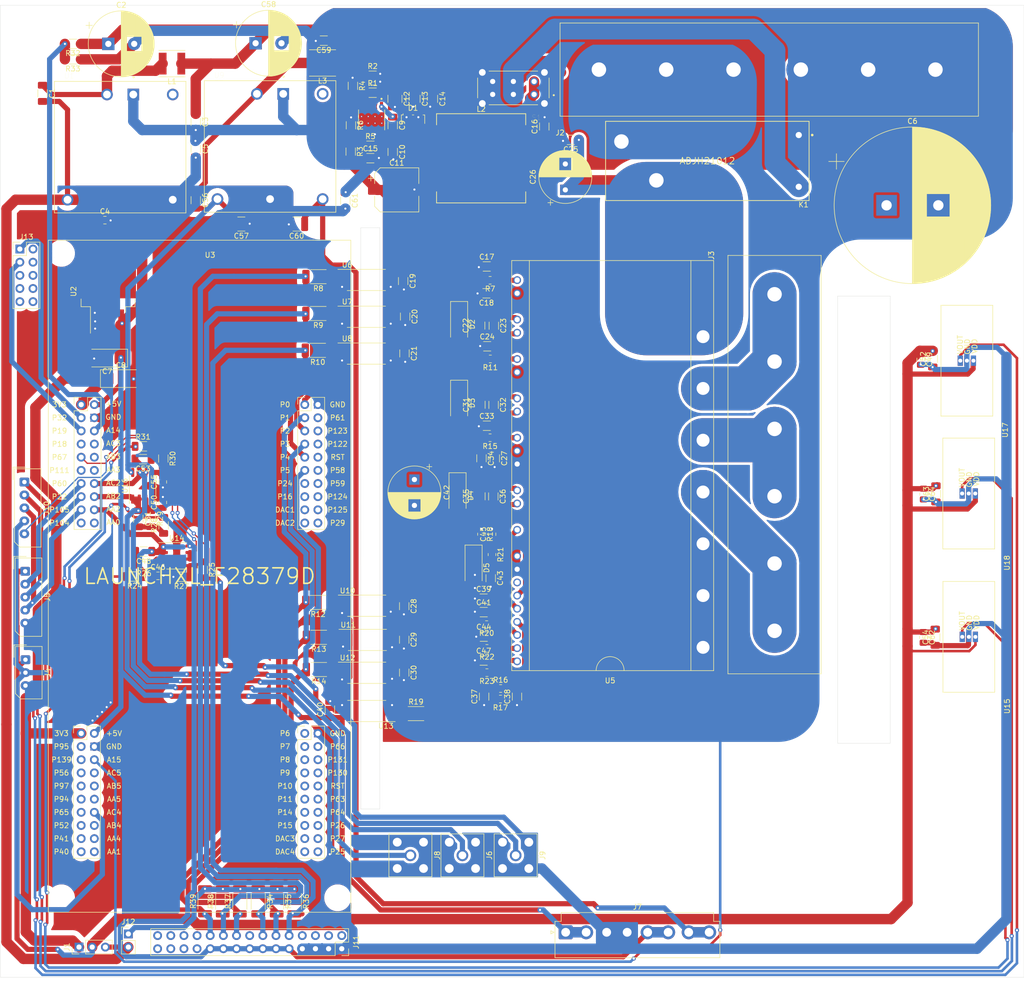
<source format=kicad_pcb>
(kicad_pcb (version 20171130) (host pcbnew "(5.1.8)-1")
  (layers (0 F.Cu mixed) (31 B.Cu mixed) (34 B.Paste user) (35 F.Paste user) (36 B.SilkS user) (37 F.SilkS user) (38 B.Mask user) (39 F.Mask user) (44 Edge.Cuts user))
  (net 0 "")
  (net 1 +5V)
  (net 2 "Net-(C1-Pad1)")
  (net 3 GND)
  (net 4 VDC)
  (net 5 GND1)
  (net 6 +3V3)
  (net 7 SW_BUCK)
  (net 8 "Net-(C9-Pad1)")
  (net 9 "Net-(C10-Pad1)")
  (net 10 +15V)
  (net 11 "Net-(C15-Pad1)")
  (net 12 "Net-(C17-Pad2)")
  (net 13 "Net-(C22-Pad2)")
  (net 14 "Net-(C22-Pad1)")
  (net 15 "Net-(C24-Pad2)")
  (net 16 "Net-(C25-Pad1)")
  (net 17 "Net-(C31-Pad2)")
  (net 18 "Net-(C31-Pad1)")
  (net 19 "Net-(C33-Pad2)")
  (net 20 "Net-(C35-Pad2)")
  (net 21 "Net-(C35-Pad1)")
  (net 22 /VFO)
  (net 23 "Net-(C38-Pad2)")
  (net 24 "Net-(C39-Pad2)")
  (net 25 "Net-(C41-Pad2)")
  (net 26 "Net-(C44-Pad2)")
  (net 27 "Net-(C45-Pad1)")
  (net 28 "Net-(C46-Pad1)")
  (net 29 "Net-(C47-Pad2)")
  (net 30 "Net-(C48-Pad2)")
  (net 31 IW)
  (net 32 /VCC_SENSOR)
  (net 33 "Net-(C50-Pad1)")
  (net 34 "Net-(C51-Pad2)")
  (net 35 IU)
  (net 36 IV)
  (net 37 "Net-(C53-Pad1)")
  (net 38 "Net-(C55-Pad2)")
  (net 39 /VCC_CTRL_BRD_+15V)
  (net 40 "Net-(C56-Pad1)")
  (net 41 /VCC_CTRL_BRD_-15V)
  (net 42 W)
  (net 43 V)
  (net 44 U)
  (net 45 /THROTTLE)
  (net 46 /HW)
  (net 47 /HV)
  (net 48 /HU)
  (net 49 VFO_5V)
  (net 50 "Net-(J11-Pad30)")
  (net 51 "Net-(J11-Pad29)")
  (net 52 "Net-(J11-Pad28)")
  (net 53 "Net-(J11-Pad27)")
  (net 54 "Net-(J11-Pad26)")
  (net 55 "Net-(J11-Pad25)")
  (net 56 "Net-(J11-Pad24)")
  (net 57 "Net-(J11-Pad23)")
  (net 58 /!CTRL_UL)
  (net 59 /!CTRL_UH)
  (net 60 /!CTRL_VL)
  (net 61 "Net-(J11-Pad16)")
  (net 62 /!CTRL_VH)
  (net 63 /!CTRL_WL)
  (net 64 /!CTRL_WH)
  (net 65 "Net-(J11-Pad8)")
  (net 66 "Net-(J11-Pad6)")
  (net 67 "Net-(J11-Pad4)")
  (net 68 "Net-(J11-Pad2)")
  (net 69 /CTRL_UVW_PULLUP)
  (net 70 "Net-(K1-Pad2)")
  (net 71 "Net-(R1-Pad1)")
  (net 72 FB)
  (net 73 "Net-(R4-Pad2)")
  (net 74 UH)
  (net 75 "Net-(R8-Pad1)")
  (net 76 "Net-(R9-Pad1)")
  (net 77 "Net-(R10-Pad1)")
  (net 78 VH)
  (net 79 "Net-(R12-Pad1)")
  (net 80 "Net-(R13-Pad1)")
  (net 81 "Net-(R14-Pad1)")
  (net 82 WH)
  (net 83 "Net-(R19-Pad1)")
  (net 84 UL)
  (net 85 "Net-(R21-Pad2)")
  (net 86 VL)
  (net 87 WL)
  (net 88 "Net-(R24-Pad2)")
  (net 89 "Net-(R25-Pad1)")
  (net 90 "Net-(R28-Pad2)")
  (net 91 "Net-(R31-Pad1)")
  (net 92 /BAT_ADC_DIFF1)
  (net 93 "Net-(U1-Pad6)")
  (net 94 "Net-(U3-Pad80)")
  (net 95 "Net-(U3-Pad79)")
  (net 96 "Net-(U3-Pad78)")
  (net 97 "Net-(U3-Pad77)")
  (net 98 "Net-(U3-Pad76)")
  (net 99 "Net-(U3-Pad75)")
  (net 100 "Net-(U3-Pad74)")
  (net 101 "Net-(U3-Pad73)")
  (net 102 "Net-(U3-Pad72)")
  (net 103 "Net-(U3-Pad70)")
  (net 104 "Net-(U3-Pad69)")
  (net 105 "Net-(U3-Pad68)")
  (net 106 "Net-(U3-Pad67)")
  (net 107 "Net-(U3-Pad66)")
  (net 108 "Net-(U3-Pad65)")
  (net 109 "Net-(U3-Pad64)")
  (net 110 "Net-(U3-Pad63)")
  (net 111 "Net-(U3-Pad62)")
  (net 112 "Net-(U3-Pad60)")
  (net 113 "Net-(U3-Pad59)")
  (net 114 "Net-(U3-Pad58)")
  (net 115 "Net-(U3-Pad57)")
  (net 116 "Net-(U3-Pad50)")
  (net 117 "Net-(U3-Pad49)")
  (net 118 "Net-(U3-Pad48)")
  (net 119 "Net-(U3-Pad47)")
  (net 120 "Net-(U3-Pad46)")
  (net 121 "Net-(U3-Pad45)")
  (net 122 "Net-(U3-Pad44)")
  (net 123 "Net-(U3-Pad43)")
  (net 124 "Net-(U3-Pad42)")
  (net 125 "Net-(U3-Pad71)")
  (net 126 "Net-(U3-Pad40)")
  (net 127 "Net-(U3-Pad39)")
  (net 128 "Net-(U3-Pad38)")
  (net 129 "Net-(U3-Pad36)")
  (net 130 "Net-(U3-Pad35)")
  (net 131 "Net-(U3-Pad34)")
  (net 132 "Net-(U3-Pad30)")
  (net 133 "Net-(U3-Pad29)")
  (net 134 "Net-(U3-Pad28)")
  (net 135 "Net-(U3-Pad27)")
  (net 136 "Net-(U3-Pad26)")
  (net 137 "Net-(U3-Pad25)")
  (net 138 "Net-(U3-Pad24)")
  (net 139 "Net-(U3-Pad23)")
  (net 140 "Net-(U3-Pad22)")
  (net 141 "Net-(U3-Pad20)")
  (net 142 "Net-(U3-Pad16)")
  (net 143 "Net-(U3-Pad15)")
  (net 144 "Net-(U3-Pad14)")
  (net 145 "Net-(U3-Pad10)")
  (net 146 "Net-(U3-Pad6)")
  (net 147 VFO_3V)
  (net 148 "Net-(U3-Pad4)")
  (net 149 "Net-(U5-Pad24)")
  (net 150 "Net-(U6-Pad2)")
  (net 151 "Net-(U7-Pad2)")
  (net 152 "Net-(U8-Pad2)")
  (net 153 "Net-(U9-Pad6)")
  (net 154 "Net-(U10-Pad2)")
  (net 155 "Net-(U11-Pad2)")
  (net 156 "Net-(U12-Pad2)")
  (net 157 "Net-(U13-Pad2)")
  (net 158 "Net-(J13-Pad10)")
  (net 159 "Net-(J13-Pad9)")
  (net 160 "Net-(J13-Pad8)")
  (net 161 "Net-(J13-Pad7)")
  (net 162 "Net-(J13-Pad6)")
  (net 163 "Net-(J13-Pad5)")
  (net 164 "Net-(J13-Pad4)")
  (net 165 /SCIB_TX)
  (net 166 "Net-(J13-Pad2)")
  (net 167 /SCIB_RX)
  (module j_IPM:NFAL5065L4B (layer F.Cu) (at 133.0452 101.5746 180)
    (fp_text reference U5 (at 0 -41.529 180) (layer F.SilkS))
    (fp_text value NFAL5065L4B-New_Library-J_ipm)
    (pad 30 thru_hole circle (at 17.95 -37.8 180) (size 1.5 1.5) (drill 1) (layers *.Cu *.Mask) (net 29 "Net-(C47-Pad2)"))
    (pad 29 thru_hole circle (at 17.95 -35.26 180) (size 1.5 1.5) (drill 1) (layers *.Cu *.Mask) (net 26 "Net-(C44-Pad2)"))
    (pad 28 thru_hole circle (at 17.95 -32.72 180) (size 1.5 1.5) (drill 1) (layers *.Cu *.Mask) (net 25 "Net-(C41-Pad2)"))
    (pad 27 thru_hole circle (at 17.95 -30.18 180) (size 1.5 1.5) (drill 1) (layers *.Cu *.Mask) (net 23 "Net-(C38-Pad2)"))
    (pad 26 thru_hole circle (at 17.95 -27.64 180) (size 1.5 1.5) (drill 1) (layers *.Cu *.Mask) (net 24 "Net-(C39-Pad2)"))
    (pad 25 thru_hole circle (at 17.95 -25.1 180) (size 1.5 1.5) (drill 1) (layers *.Cu *.Mask) (net 85 "Net-(R21-Pad2)"))
    (pad 24 thru_hole circle (at 17.95 -22.56 180) (size 1.5 1.5) (drill 1) (layers *.Cu *.Mask) (net 149 "Net-(U5-Pad24)"))
    (pad 23 thru_hole circle (at 17.95 -20.02 180) (size 1.5 1.5) (drill 1) (layers *.Cu *.Mask) (net 3 GND))
    (pad 22 thru_hole circle (at 17.95 -17.48 180) (size 1.5 1.5) (drill 1) (layers *.Cu *.Mask) (net 10 +15V))
    (pad 21 thru_hole circle (at 17.95 -12.4 180) (size 1.5 1.5) (drill 1) (layers *.Cu *.Mask) (net 27 "Net-(C45-Pad1)"))
    (pad 20 thru_hole circle (at 17.95 -7.32 180) (size 1.5 1.5) (drill 1) (layers *.Cu *.Mask) (net 21 "Net-(C35-Pad1)"))
    (pad 19 thru_hole circle (at 17.95 -4.78 180) (size 1.5 1.5) (drill 1) (layers *.Cu *.Mask) (net 20 "Net-(C35-Pad2)"))
    (pad 9 thru_hole circle (at 17.95 33.28 180) (size 1.5 1.5) (drill 1) (layers *.Cu *.Mask) (net 10 +15V))
    (pad 8 thru_hole circle (at 17.95 35.82 180) (size 1.5 1.5) (drill 1) (layers *.Cu *.Mask) (net 12 "Net-(C17-Pad2)"))
    (pad 10 thru_hole circle (at 17.95 28.2 180) (size 1.5 1.5) (drill 1) (layers *.Cu *.Mask) (net 13 "Net-(C22-Pad2)"))
    (pad 11 thru_hole circle (at 17.95 25.66 180) (size 1.5 1.5) (drill 1) (layers *.Cu *.Mask) (net 14 "Net-(C22-Pad1)"))
    (pad 12 thru_hole circle (at 17.95 20.58 180) (size 1.5 1.5) (drill 1) (layers *.Cu *.Mask) (net 15 "Net-(C24-Pad2)"))
    (pad 13 thru_hole circle (at 17.95 18.04 180) (size 1.5 1.5) (drill 1) (layers *.Cu *.Mask) (net 10 +15V))
    (pad 14 thru_hole circle (at 17.95 12.96 180) (size 1.5 1.5) (drill 1) (layers *.Cu *.Mask) (net 17 "Net-(C31-Pad2)"))
    (pad 15 thru_hole circle (at 17.95 10.46 180) (size 1.5 1.5) (drill 1) (layers *.Cu *.Mask) (net 18 "Net-(C31-Pad1)"))
    (pad 16 thru_hole circle (at 17.95 5.38 180) (size 1.5 1.5) (drill 1) (layers *.Cu *.Mask) (net 19 "Net-(C33-Pad2)"))
    (pad 17 thru_hole circle (at 17.95 2.84 180) (size 1.5 1.5) (drill 1) (layers *.Cu *.Mask) (net 10 +15V))
    (pad 1 thru_hole rect (at -17.95 -35.1 180) (size 3.77 3.77) (drill 2.5) (layers *.Cu *.Mask) (net 3 GND))
    (pad 2 thru_hole circle (at -17.95 -25.1 180) (size 3.77 3.77) (drill 2.5) (layers *.Cu *.Mask) (net 3 GND))
    (pad 3 thru_hole circle (at -17.95 -15.1 180) (size 3.77 3.77) (drill 2.5) (layers *.Cu *.Mask) (net 3 GND))
    (pad 4 thru_hole circle (at -17.95 -5.1 180) (size 3.77 3.77) (drill 2.5) (layers *.Cu *.Mask) (net 42 W))
    (pad 5 thru_hole circle (at -17.95 4.9 180) (size 3.77 3.77) (drill 2.5) (layers *.Cu *.Mask) (net 43 V))
    (pad 6 thru_hole circle (at -17.95 14.9 180) (size 3.77 3.77) (drill 2.5) (layers *.Cu *.Mask) (net 44 U))
    (pad 7 thru_hole circle (at -17.95 24.9 180) (size 3.77 3.77) (drill 2.5) (layers *.Cu *.Mask) (net 16 "Net-(C25-Pad1)"))
    (pad 18 thru_hole circle (at 17.95 0.3 180) (size 1.5 1.5) (drill 1) (layers *.Cu *.Mask) (net 3 GND))
  )
  (module j_current_sensor:wcs1x00-xxxx (layer F.Cu) (at 207.3275 145.3515 90)
    (fp_text reference U15 (at -2.7 2.4 90) (layer F.SilkS))
    (fp_text value wcs1800)
    (fp_text user VOUT (at 13.8 -6.3 270) (layer F.SilkS))
    (fp_text user GND (at 13.4 -4.9 90) (layer F.SilkS))
    (fp_text user VDD (at 13.5 -3.5 90) (layer F.SilkS))
    (pad "" np_thru_hole circle (at 17.2 -5.7 90) (size 3 3) (drill 3) (layers *.Cu *.Mask))
    (pad "" np_thru_hole circle (at 4.2 -5.7 90) (size 3 3) (drill 3) (layers *.Cu *.Mask))
    (pad 3 thru_hole rect (at 10.7 -6.27 90) (size 2 1) (drill 0.762) (layers *.Cu *.Mask) (net 88 "Net-(R24-Pad2)"))
    (pad 2 thru_hole rect (at 10.7 -5 90) (size 2 1) (drill 0.762) (layers *.Cu *.Mask) (net 5 GND1))
    (pad 1 thru_hole rect (at 10.7 -3.73 90) (size 2 1) (drill 0.762) (layers *.Cu *.Mask) (net 32 /VCC_SENSOR))
  )
  (module j_terminal:BR-1300C-6P (layer F.Cu) (at 155.8036 60.9854 270)
    (fp_text reference J3 (at 0 3.2 90) (layer F.SilkS))
    (fp_text value BR-1300C-6P)
    (pad 6 thru_hole circle (at 72.5 -9 270) (size 5.6 5.6) (drill 2.8) (layers *.Cu *.Mask) (net 42 W))
    (pad 5 thru_hole circle (at 59.5 -9 270) (size 5.6 5.6) (drill 2.8) (layers *.Cu *.Mask) (net 42 W))
    (pad 4 thru_hole circle (at 46.5 -9 270) (size 5.6 5.6) (drill 2.8) (layers *.Cu *.Mask) (net 43 V))
    (pad 3 thru_hole circle (at 33.5 -9 270) (size 5.6 5.6) (drill 2.8) (layers *.Cu *.Mask) (net 43 V))
    (pad 2 thru_hole circle (at 20.5 -9 270) (size 5.6 5.6) (drill 2.8) (layers *.Cu *.Mask) (net 44 U))
    (pad 1 thru_hole circle (at 7.5 -9 270) (size 5.6 5.6) (drill 2.8) (layers *.Cu *.Mask) (net 44 U))
  )
  (module j_modules:LAUNCHXL_F28379D (layer F.Cu) (at 24.543299 58.046099)
    (fp_text reference U3 (at 31.242 2.858) (layer F.SilkS))
    (fp_text value LAUNCHXL_F28379D)
    (fp_text user LAUNCHXL_F28379D (at 29.21 64.897 180) (layer F.SilkS) (effects (font (size 3 3) (thickness 0.3))))
    (fp_text user P25 (at 55.88 118.11) (layer F.SilkS))
    (fp_text user P27 (at 55.88 115.57) (layer F.SilkS))
    (fp_text user P26 (at 55.88 113.03) (layer F.SilkS))
    (fp_text user P64 (at 55.88 110.49) (layer F.SilkS))
    (fp_text user P63 (at 55.88 107.95) (layer F.SilkS))
    (fp_text user RST (at 55.88 105.41) (layer F.SilkS))
    (fp_text user P130 (at 55.88 102.87) (layer F.SilkS))
    (fp_text user P131 (at 55.88 100.33) (layer F.SilkS))
    (fp_text user P66 (at 55.88 97.79) (layer F.SilkS))
    (fp_text user P29 (at 55.88 54.61) (layer F.SilkS))
    (fp_text user P125 (at 55.88 52.07) (layer F.SilkS))
    (fp_text user P124 (at 55.88 49.53) (layer F.SilkS))
    (fp_text user P59 (at 55.88 46.99) (layer F.SilkS))
    (fp_text user P58 (at 55.88 44.45) (layer F.SilkS))
    (fp_text user RST (at 55.88 41.91) (layer F.SilkS))
    (fp_text user P122 (at 55.88 39.37) (layer F.SilkS))
    (fp_text user P123 (at 55.88 36.83) (layer F.SilkS))
    (fp_text user P61 (at 55.88 34.29) (layer F.SilkS))
    (fp_text user DAC2 (at 45.72 54.61) (layer F.SilkS))
    (fp_text user DAC1 (at 45.72 52.07) (layer F.SilkS))
    (fp_text user P16 (at 45.72 49.53) (layer F.SilkS))
    (fp_text user P24 (at 45.72 46.99) (layer F.SilkS))
    (fp_text user P5 (at 45.72 44.45) (layer F.SilkS))
    (fp_text user P4 (at 45.72 41.91) (layer F.SilkS))
    (fp_text user P3 (at 45.72 39.37) (layer F.SilkS))
    (fp_text user P2 (at 45.72 36.83) (layer F.SilkS))
    (fp_text user P1 (at 45.72 34.29) (layer F.SilkS))
    (fp_text user DAC4 (at 45.72 118.11) (layer F.SilkS))
    (fp_text user DAC3 (at 45.72 115.57) (layer F.SilkS))
    (fp_text user P15 (at 45.72 113.03) (layer F.SilkS))
    (fp_text user P14 (at 45.72 110.49) (layer F.SilkS))
    (fp_text user P11 (at 45.72 107.95) (layer F.SilkS))
    (fp_text user P10 (at 45.72 105.41) (layer F.SilkS))
    (fp_text user P9 (at 45.72 102.87) (layer F.SilkS))
    (fp_text user P8 (at 45.72 100.33) (layer F.SilkS))
    (fp_text user P7 (at 45.72 97.79) (layer F.SilkS))
    (fp_text user P40 (at 2.54 118.11) (layer F.SilkS))
    (fp_text user P41 (at 2.54 115.57) (layer F.SilkS))
    (fp_text user P52 (at 2.54 113.03) (layer F.SilkS))
    (fp_text user P65 (at 2.54 110.49) (layer F.SilkS))
    (fp_text user P94 (at 2.54 107.95) (layer F.SilkS))
    (fp_text user P97 (at 2.54 105.41) (layer F.SilkS))
    (fp_text user P56 (at 2.54 102.87) (layer F.SilkS))
    (fp_text user P139 (at 2.54 100.33) (layer F.SilkS))
    (fp_text user P95 (at 2.54 97.79) (layer F.SilkS))
    (fp_text user AA1 (at 12.7 118.11) (layer F.SilkS))
    (fp_text user AA4 (at 12.7 115.57) (layer F.SilkS))
    (fp_text user AB4 (at 12.7 113.03) (layer F.SilkS))
    (fp_text user AC4 (at 12.7 110.49) (layer F.SilkS))
    (fp_text user AA5 (at 12.7 107.95) (layer F.SilkS))
    (fp_text user AB5 (at 12.7 105.41) (layer F.SilkS))
    (fp_text user AC5 (at 12.7 102.87) (layer F.SilkS))
    (fp_text user A15 (at 12.7 100.33) (layer F.SilkS))
    (fp_text user GND (at 12.7 97.79) (layer F.SilkS))
    (fp_text user GND (at 55.88 95.25) (layer F.SilkS))
    (fp_text user P6 (at 45.72 95.25) (layer F.SilkS))
    (fp_text user 3V3 (at 2.54 95.25) (layer F.SilkS))
    (fp_text user +5V (at 12.7 95.25) (layer F.SilkS))
    (fp_text user P0 (at 45.72 31.75) (layer F.SilkS))
    (fp_text user GND (at 55.88 31.75) (layer F.SilkS))
    (fp_text user P104 (at 2.159 54.61) (layer F.SilkS))
    (fp_text user P105 (at 2.159 52.07) (layer F.SilkS))
    (fp_text user P22 (at 2.159 49.53) (layer F.SilkS))
    (fp_text user P60 (at 2.159 46.99) (layer F.SilkS))
    (fp_text user P111 (at 2.159 44.45) (layer F.SilkS))
    (fp_text user P67 (at 2.159 41.91) (layer F.SilkS))
    (fp_text user P18 (at 2.159 39.37) (layer F.SilkS))
    (fp_text user P19 (at 2.159 36.83) (layer F.SilkS))
    (fp_text user P32 (at 2.159 34.29) (layer F.SilkS))
    (fp_text user AA0 (at 12.573 54.483) (layer F.SilkS))
    (fp_text user AA2 (at 12.573 51.943) (layer F.SilkS))
    (fp_text user AB2 (at 12.573 49.403) (layer F.SilkS))
    (fp_text user AC2 (at 12.573 46.863) (layer F.SilkS))
    (fp_text user AA3 (at 12.573 44.323) (layer F.SilkS))
    (fp_text user AB3 (at 12.573 41.783) (layer F.SilkS))
    (fp_text user AC3 (at 12.573 39.243) (layer F.SilkS))
    (fp_text user A14 (at 12.573 36.703) (layer F.SilkS))
    (fp_text user GND (at 12.573 34.163) (layer F.SilkS))
    (fp_text user +5V (at 12.573 31.623) (layer F.SilkS))
    (fp_text user 3V3 (at 2.159 31.75) (layer F.SilkS))
    (pad 80 thru_hole circle (at 49.53 118.11) (size 1.7 1.7) (drill 1) (layers *.Cu *.Mask) (net 94 "Net-(U3-Pad80)"))
    (pad 79 thru_hole circle (at 49.53 115.57) (size 1.7 1.7) (drill 1) (layers *.Cu *.Mask) (net 95 "Net-(U3-Pad79)"))
    (pad 78 thru_hole circle (at 49.53 113.03) (size 1.7 1.7) (drill 1) (layers *.Cu *.Mask) (net 96 "Net-(U3-Pad78)"))
    (pad 77 thru_hole circle (at 49.53 110.49) (size 1.7 1.7) (drill 1) (layers *.Cu *.Mask) (net 97 "Net-(U3-Pad77)"))
    (pad 76 thru_hole circle (at 49.53 107.95) (size 1.7 1.7) (drill 1) (layers *.Cu *.Mask) (net 98 "Net-(U3-Pad76)"))
    (pad 75 thru_hole circle (at 49.53 105.41) (size 1.7 1.7) (drill 1) (layers *.Cu *.Mask) (net 99 "Net-(U3-Pad75)"))
    (pad 74 thru_hole circle (at 49.53 102.87) (size 1.7 1.7) (drill 1) (layers *.Cu *.Mask) (net 100 "Net-(U3-Pad74)"))
    (pad 73 thru_hole circle (at 49.53 100.33) (size 1.7 1.7) (drill 1) (layers *.Cu *.Mask) (net 101 "Net-(U3-Pad73)"))
    (pad 72 thru_hole circle (at 49.53 97.79) (size 1.7 1.7) (drill 1) (layers *.Cu *.Mask) (net 102 "Net-(U3-Pad72)"))
    (pad 70 thru_hole circle (at 52.07 118.11) (size 1.7 1.7) (drill 1) (layers *.Cu *.Mask) (net 103 "Net-(U3-Pad70)"))
    (pad 69 thru_hole circle (at 52.07 115.57) (size 1.7 1.7) (drill 1) (layers *.Cu *.Mask) (net 104 "Net-(U3-Pad69)"))
    (pad 68 thru_hole circle (at 52.07 113.03) (size 1.7 1.7) (drill 1) (layers *.Cu *.Mask) (net 105 "Net-(U3-Pad68)"))
    (pad 67 thru_hole circle (at 52.07 110.49) (size 1.7 1.7) (drill 1) (layers *.Cu *.Mask) (net 106 "Net-(U3-Pad67)"))
    (pad 66 thru_hole circle (at 52.07 107.95) (size 1.7 1.7) (drill 1) (layers *.Cu *.Mask) (net 107 "Net-(U3-Pad66)"))
    (pad 65 thru_hole circle (at 52.07 105.41) (size 1.7 1.7) (drill 1) (layers *.Cu *.Mask) (net 108 "Net-(U3-Pad65)"))
    (pad 64 thru_hole circle (at 52.07 102.87) (size 1.7 1.7) (drill 1) (layers *.Cu *.Mask) (net 109 "Net-(U3-Pad64)"))
    (pad 63 thru_hole circle (at 52.07 100.33) (size 1.7 1.7) (drill 1) (layers *.Cu *.Mask) (net 110 "Net-(U3-Pad63)"))
    (pad 62 thru_hole circle (at 52.07 97.79) (size 1.7 1.7) (drill 1) (layers *.Cu *.Mask) (net 111 "Net-(U3-Pad62)"))
    (pad 60 thru_hole circle (at 49.53 54.61) (size 1.7 1.7) (drill 1) (layers *.Cu *.Mask) (net 112 "Net-(U3-Pad60)"))
    (pad 59 thru_hole circle (at 49.53 52.07) (size 1.7 1.7) (drill 1) (layers *.Cu *.Mask) (net 113 "Net-(U3-Pad59)"))
    (pad 58 thru_hole circle (at 49.53 49.53) (size 1.7 1.7) (drill 1) (layers *.Cu *.Mask) (net 114 "Net-(U3-Pad58)"))
    (pad 57 thru_hole circle (at 49.53 46.99) (size 1.7 1.7) (drill 1) (layers *.Cu *.Mask) (net 115 "Net-(U3-Pad57)"))
    (pad 56 thru_hole circle (at 49.53 44.45) (size 1.7 1.7) (drill 1) (layers *.Cu *.Mask) (net 63 /!CTRL_WL))
    (pad 55 thru_hole circle (at 49.53 41.91) (size 1.7 1.7) (drill 1) (layers *.Cu *.Mask) (net 64 /!CTRL_WH))
    (pad 54 thru_hole circle (at 49.53 39.37) (size 1.7 1.7) (drill 1) (layers *.Cu *.Mask) (net 60 /!CTRL_VL))
    (pad 53 thru_hole circle (at 49.53 36.83) (size 1.7 1.7) (drill 1) (layers *.Cu *.Mask) (net 62 /!CTRL_VH))
    (pad 52 thru_hole circle (at 49.53 34.29) (size 1.7 1.7) (drill 1) (layers *.Cu *.Mask) (net 58 /!CTRL_UL))
    (pad 50 thru_hole circle (at 52.07 54.61) (size 1.7 1.7) (drill 1) (layers *.Cu *.Mask) (net 116 "Net-(U3-Pad50)"))
    (pad 49 thru_hole circle (at 52.07 52.07) (size 1.7 1.7) (drill 1) (layers *.Cu *.Mask) (net 117 "Net-(U3-Pad49)"))
    (pad 48 thru_hole circle (at 52.07 49.53) (size 1.7 1.7) (drill 1) (layers *.Cu *.Mask) (net 118 "Net-(U3-Pad48)"))
    (pad 47 thru_hole circle (at 52.07 46.99) (size 1.7 1.7) (drill 1) (layers *.Cu *.Mask) (net 119 "Net-(U3-Pad47)"))
    (pad 46 thru_hole circle (at 52.07 44.45) (size 1.7 1.7) (drill 1) (layers *.Cu *.Mask) (net 120 "Net-(U3-Pad46)"))
    (pad 45 thru_hole circle (at 52.07 41.91) (size 1.7 1.7) (drill 1) (layers *.Cu *.Mask) (net 121 "Net-(U3-Pad45)"))
    (pad 44 thru_hole circle (at 52.07 39.37) (size 1.7 1.7) (drill 1) (layers *.Cu *.Mask) (net 122 "Net-(U3-Pad44)"))
    (pad 43 thru_hole circle (at 52.07 36.83) (size 1.7 1.7) (drill 1) (layers *.Cu *.Mask) (net 123 "Net-(U3-Pad43)"))
    (pad 42 thru_hole circle (at 52.07 34.29) (size 1.7 1.7) (drill 1) (layers *.Cu *.Mask) (net 124 "Net-(U3-Pad42)"))
    (pad 71 thru_hole circle (at 49.53 95.25) (size 1.7 1.7) (drill 1) (layers *.Cu *.Mask) (net 125 "Net-(U3-Pad71)"))
    (pad 61 thru_hole circle (at 52.07 95.25) (size 1.7 1.7) (drill 1) (layers *.Cu *.Mask) (net 5 GND1))
    (pad 51 thru_hole circle (at 49.53 31.75) (size 1.7 1.7) (drill 1) (layers *.Cu *.Mask) (net 59 /!CTRL_UH))
    (pad 41 thru_hole circle (at 52.07 31.75) (size 1.7 1.7) (drill 1) (layers *.Cu *.Mask) (net 5 GND1))
    (pad 40 thru_hole circle (at 8.89 118.11) (size 1.7 1.7) (drill 1) (layers *.Cu *.Mask) (net 126 "Net-(U3-Pad40)"))
    (pad 39 thru_hole circle (at 8.89 115.57) (size 1.7 1.7) (drill 1) (layers *.Cu *.Mask) (net 127 "Net-(U3-Pad39)"))
    (pad 38 thru_hole circle (at 8.89 113.03) (size 1.7 1.7) (drill 1) (layers *.Cu *.Mask) (net 128 "Net-(U3-Pad38)"))
    (pad 37 thru_hole circle (at 8.89 110.49) (size 1.7 1.7) (drill 1) (layers *.Cu *.Mask) (net 45 /THROTTLE))
    (pad 36 thru_hole circle (at 8.89 107.95) (size 1.7 1.7) (drill 1) (layers *.Cu *.Mask) (net 129 "Net-(U3-Pad36)"))
    (pad 35 thru_hole circle (at 8.89 105.41) (size 1.7 1.7) (drill 1) (layers *.Cu *.Mask) (net 130 "Net-(U3-Pad35)"))
    (pad 34 thru_hole circle (at 8.89 102.87) (size 1.7 1.7) (drill 1) (layers *.Cu *.Mask) (net 131 "Net-(U3-Pad34)"))
    (pad 33 thru_hole circle (at 8.89 100.33) (size 1.7 1.7) (drill 1) (layers *.Cu *.Mask) (net 3 GND))
    (pad 32 thru_hole circle (at 8.89 97.79) (size 1.7 1.7) (drill 1) (layers *.Cu *.Mask) (net 5 GND1))
    (pad 31 thru_hole circle (at 8.89 95.25) (size 1.7 1.7) (drill 1) (layers *.Cu *.Mask) (net 1 +5V))
    (pad 30 thru_hole circle (at 6.35 118.11) (size 1.7 1.7) (drill 1) (layers *.Cu *.Mask) (net 132 "Net-(U3-Pad30)"))
    (pad 29 thru_hole circle (at 6.35 115.57) (size 1.7 1.7) (drill 1) (layers *.Cu *.Mask) (net 133 "Net-(U3-Pad29)"))
    (pad 28 thru_hole circle (at 6.35 113.03) (size 1.7 1.7) (drill 1) (layers *.Cu *.Mask) (net 134 "Net-(U3-Pad28)"))
    (pad 27 thru_hole circle (at 6.35 110.49) (size 1.7 1.7) (drill 1) (layers *.Cu *.Mask) (net 135 "Net-(U3-Pad27)"))
    (pad 26 thru_hole circle (at 6.35 107.95) (size 1.7 1.7) (drill 1) (layers *.Cu *.Mask) (net 136 "Net-(U3-Pad26)"))
    (pad 25 thru_hole circle (at 6.35 105.41) (size 1.7 1.7) (drill 1) (layers *.Cu *.Mask) (net 137 "Net-(U3-Pad25)"))
    (pad 24 thru_hole circle (at 6.35 102.87) (size 1.7 1.7) (drill 1) (layers *.Cu *.Mask) (net 138 "Net-(U3-Pad24)"))
    (pad 23 thru_hole circle (at 6.35 100.33) (size 1.7 1.7) (drill 1) (layers *.Cu *.Mask) (net 139 "Net-(U3-Pad23)"))
    (pad 22 thru_hole circle (at 6.35 97.79) (size 1.7 1.7) (drill 1) (layers *.Cu *.Mask) (net 140 "Net-(U3-Pad22)"))
    (pad 21 thru_hole circle (at 6.35 95.25) (size 1.7 1.7) (drill 1) (layers *.Cu *.Mask) (net 6 +3V3))
    (pad 20 thru_hole circle (at 8.89 54.61) (size 1.7 1.7) (drill 1) (layers *.Cu *.Mask) (net 141 "Net-(U3-Pad20)"))
    (pad 19 thru_hole circle (at 8.89 52.07) (size 1.7 1.7) (drill 1) (layers *.Cu *.Mask) (net 31 IW))
    (pad 18 thru_hole circle (at 8.89 49.53) (size 1.7 1.7) (drill 1) (layers *.Cu *.Mask) (net 36 IV))
    (pad 17 thru_hole circle (at 8.89 46.99) (size 1.7 1.7) (drill 1) (layers *.Cu *.Mask) (net 35 IU))
    (pad 16 thru_hole circle (at 8.89 44.45) (size 1.7 1.7) (drill 1) (layers *.Cu *.Mask) (net 142 "Net-(U3-Pad16)"))
    (pad 15 thru_hole circle (at 8.89 41.91) (size 1.7 1.7) (drill 1) (layers *.Cu *.Mask) (net 143 "Net-(U3-Pad15)"))
    (pad 14 thru_hole circle (at 8.89 39.37) (size 1.7 1.7) (drill 1) (layers *.Cu *.Mask) (net 144 "Net-(U3-Pad14)"))
    (pad 13 thru_hole circle (at 8.89 36.83) (size 1.7 1.7) (drill 1) (layers *.Cu *.Mask) (net 92 /BAT_ADC_DIFF1))
    (pad 12 thru_hole circle (at 8.89 34.29) (size 1.7 1.7) (drill 1) (layers *.Cu *.Mask) (net 5 GND1))
    (pad 11 thru_hole circle (at 8.89 31.75) (size 1.7 1.7) (drill 1) (layers *.Cu *.Mask) (net 1 +5V))
    (pad 10 thru_hole circle (at 6.35 54.61) (size 1.7 1.7) (drill 1) (layers *.Cu *.Mask) (net 145 "Net-(U3-Pad10)"))
    (pad 9 thru_hole circle (at 6.35 52.07) (size 1.7 1.7) (drill 1) (layers *.Cu *.Mask) (net 46 /HW))
    (pad 8 thru_hole circle (at 6.35 49.53) (size 1.7 1.7) (drill 1) (layers *.Cu *.Mask) (net 47 /HV))
    (pad 7 thru_hole circle (at 6.35 46.99) (size 1.7 1.7) (drill 1) (layers *.Cu *.Mask) (net 48 /HU))
    (pad 6 thru_hole circle (at 6.35 44.45) (size 1.7 1.7) (drill 1) (layers *.Cu *.Mask) (net 146 "Net-(U3-Pad6)"))
    (pad 5 thru_hole circle (at 6.35 41.91) (size 1.7 1.7) (drill 1) (layers *.Cu *.Mask) (net 147 VFO_3V))
    (pad 4 thru_hole circle (at 6.35 39.37) (size 1.7 1.7) (drill 1) (layers *.Cu *.Mask) (net 148 "Net-(U3-Pad4)"))
    (pad 3 thru_hole circle (at 6.35 36.83) (size 1.7 1.7) (drill 1) (layers *.Cu *.Mask) (net 165 /SCIB_TX))
    (pad 2 thru_hole circle (at 6.35 34.29) (size 1.7 1.7) (drill 1) (layers *.Cu *.Mask) (net 167 /SCIB_RX))
    (pad 1 thru_hole circle (at 6.35 31.75) (size 1.7 1.7) (drill 1) (layers *.Cu *.Mask) (net 6 +3V3))
    (pad "" np_thru_hole circle (at 55.88 127) (size 3.175 3.175) (drill 3.175) (layers *.Cu *.Mask))
    (pad "" np_thru_hole circle (at 2.54 127) (size 3.175 3.175) (drill 3.175) (layers *.Cu *.Mask))
    (pad "" np_thru_hole circle (at 55.88 2.54) (size 3.175 3.175) (drill 3.175) (layers *.Cu *.Mask))
    (pad "" np_thru_hole circle (at 2.54 2.54) (size 3.175 3.175) (drill 3.175) (layers *.Cu *.Mask))
  )
  (module Resistor_SMD:R_2010_5025Metric_Pad1.40x2.65mm_HandSolder (layer F.Cu) (at 65.0875 185.7505 270)
    (fp_text reference R34 (at 0 -2.28 90) (layer F.SilkS))
    (fp_text value 1k)
    (pad 2 smd roundrect (at 2.4 0 270) (size 1.4 2.65) (layers F.Cu F.Paste F.Mask) (roundrect_rratio 0.178571) (net 62 /!CTRL_VH))
    (pad 1 smd roundrect (at -2.4 0 270) (size 1.4 2.65) (layers F.Cu F.Paste F.Mask) (roundrect_rratio 0.178571) (net 69 /CTRL_UVW_PULLUP))
  )
  (module Resistor_SMD:R_2010_5025Metric_Pad1.40x2.65mm_HandSolder (layer F.Cu) (at 72.0725 185.7505 270)
    (fp_text reference R36 (at 0 -2.28 90) (layer F.SilkS))
    (fp_text value 1k)
    (pad 2 smd roundrect (at 2.4 0 270) (size 1.4 2.65) (layers F.Cu F.Paste F.Mask) (roundrect_rratio 0.178571) (net 64 /!CTRL_WH))
    (pad 1 smd roundrect (at -2.4 0 270) (size 1.4 2.65) (layers F.Cu F.Paste F.Mask) (roundrect_rratio 0.178571) (net 69 /CTRL_UVW_PULLUP))
  )
  (module Resistor_SMD:R_2010_5025Metric_Pad1.40x2.65mm_HandSolder (layer F.Cu) (at 61.5315 185.7505 90)
    (fp_text reference R37 (at 0 -2.28 90) (layer F.SilkS))
    (fp_text value 1k)
    (pad 2 smd roundrect (at 2.4 0 90) (size 1.4 2.65) (layers F.Cu F.Paste F.Mask) (roundrect_rratio 0.178571) (net 69 /CTRL_UVW_PULLUP))
    (pad 1 smd roundrect (at -2.4 0 90) (size 1.4 2.65) (layers F.Cu F.Paste F.Mask) (roundrect_rratio 0.178571) (net 60 /!CTRL_VL))
  )
  (module Resistor_SMD:R_2010_5025Metric_Pad1.40x2.65mm_HandSolder (layer F.Cu) (at 68.6435 185.7505 270)
    (fp_text reference R35 (at 0 -2.28 90) (layer F.SilkS))
    (fp_text value 1k)
    (pad 2 smd roundrect (at 2.4 0 270) (size 1.4 2.65) (layers F.Cu F.Paste F.Mask) (roundrect_rratio 0.178571) (net 63 /!CTRL_WL))
    (pad 1 smd roundrect (at -2.4 0 270) (size 1.4 2.65) (layers F.Cu F.Paste F.Mask) (roundrect_rratio 0.178571) (net 69 /CTRL_UVW_PULLUP))
  )
  (module Capacitor_SMD:C_1210_3225Metric_Pad1.33x2.70mm_HandSolder (layer F.Cu) (at 91.4895 30.74 270)
    (fp_text reference C12 (at 0 -2.3 90) (layer F.SilkS))
    (fp_text value 2.2uF)
    (pad 2 smd roundrect (at 1.5625 0 270) (size 1.325 2.7) (layers F.Cu F.Paste F.Mask) (roundrect_rratio 0.188679) (net 3 GND))
    (pad 1 smd roundrect (at -1.5625 0 270) (size 1.325 2.7) (layers F.Cu F.Paste F.Mask) (roundrect_rratio 0.188679) (net 4 VDC))
  )
  (module Connector_Coaxial:SMA_Amphenol_132203-12_Horizontal (layer F.Cu) (at 94.471 176.8475 180)
    (fp_text reference J8 (at -5.2 0 90) (layer F.SilkS))
    (fp_text value SMA)
    (pad 1 thru_hole circle (at 0 0 180) (size 2.25 2.25) (drill 1.5) (layers *.Cu *.Mask) (net 36 IV))
    (pad 2 thru_hole circle (at 2.54 2.54 270) (size 2.25 2.25) (drill 1.7) (layers *.Cu *.Mask) (net 5 GND1))
    (pad 2 thru_hole circle (at 2.54 -2.54 180) (size 2.25 2.25) (drill 1.7) (layers *.Cu *.Mask) (net 5 GND1))
    (pad 2 thru_hole circle (at -2.54 -2.54 180) (size 2.25 2.25) (drill 1.7) (layers *.Cu *.Mask) (net 5 GND1))
    (pad 2 thru_hole circle (at -2.54 2.54 180) (size 2.25 2.25) (drill 1.7) (layers *.Cu *.Mask) (net 5 GND1))
  )
  (module Connector_Coaxial:SMA_Amphenol_132203-12_Horizontal (layer F.Cu) (at 104.521 176.8475 180)
    (fp_text reference J6 (at -5.2 0 90) (layer F.SilkS))
    (fp_text value SMA)
    (pad 1 thru_hole circle (at 0 0 180) (size 2.25 2.25) (drill 1.5) (layers *.Cu *.Mask) (net 35 IU))
    (pad 2 thru_hole circle (at 2.54 2.54 270) (size 2.25 2.25) (drill 1.7) (layers *.Cu *.Mask) (net 5 GND1))
    (pad 2 thru_hole circle (at 2.54 -2.54 180) (size 2.25 2.25) (drill 1.7) (layers *.Cu *.Mask) (net 5 GND1))
    (pad 2 thru_hole circle (at -2.54 -2.54 180) (size 2.25 2.25) (drill 1.7) (layers *.Cu *.Mask) (net 5 GND1))
    (pad 2 thru_hole circle (at -2.54 2.54 180) (size 2.25 2.25) (drill 1.7) (layers *.Cu *.Mask) (net 5 GND1))
  )
  (module Connector_PinHeader_2.54mm:PinHeader_2x05_P2.54mm_Vertical (layer F.Cu) (at 19.05 59.7535)
    (fp_text reference J13 (at 1.27 -2.33) (layer F.SilkS))
    (fp_text value "HIF3 2X5")
    (pad 1 thru_hole rect (at 0 0) (size 1.7 1.7) (drill 1) (layers *.Cu *.Mask) (net 167 /SCIB_RX))
    (pad 2 thru_hole oval (at 2.54 0) (size 1.7 1.7) (drill 1) (layers *.Cu *.Mask) (net 166 "Net-(J13-Pad2)"))
    (pad 3 thru_hole oval (at 0 2.54) (size 1.7 1.7) (drill 1) (layers *.Cu *.Mask) (net 165 /SCIB_TX))
    (pad 4 thru_hole oval (at 2.54 2.54) (size 1.7 1.7) (drill 1) (layers *.Cu *.Mask) (net 164 "Net-(J13-Pad4)"))
    (pad 5 thru_hole oval (at 0 5.08) (size 1.7 1.7) (drill 1) (layers *.Cu *.Mask) (net 163 "Net-(J13-Pad5)"))
    (pad 6 thru_hole oval (at 2.54 5.08) (size 1.7 1.7) (drill 1) (layers *.Cu *.Mask) (net 162 "Net-(J13-Pad6)"))
    (pad 7 thru_hole oval (at 0 7.62) (size 1.7 1.7) (drill 1) (layers *.Cu *.Mask) (net 161 "Net-(J13-Pad7)"))
    (pad 8 thru_hole oval (at 2.54 7.62) (size 1.7 1.7) (drill 1) (layers *.Cu *.Mask) (net 160 "Net-(J13-Pad8)"))
    (pad 9 thru_hole oval (at 0 10.16) (size 1.7 1.7) (drill 1) (layers *.Cu *.Mask) (net 159 "Net-(J13-Pad9)"))
    (pad 10 thru_hole oval (at 2.54 10.16) (size 1.7 1.7) (drill 1) (layers *.Cu *.Mask) (net 158 "Net-(J13-Pad10)"))
  )
  (module Capacitor_SMD:C_1210_3225Metric_Pad1.33x2.70mm_HandSolder (layer F.Cu) (at 98.3695 30.745 270)
    (fp_text reference C14 (at 0 -2.3 90) (layer F.SilkS))
    (fp_text value 2.2uF)
    (pad 2 smd roundrect (at 1.5625 0 270) (size 1.325 2.7) (layers F.Cu F.Paste F.Mask) (roundrect_rratio 0.188679) (net 3 GND))
    (pad 1 smd roundrect (at -1.5625 0 270) (size 1.325 2.7) (layers F.Cu F.Paste F.Mask) (roundrect_rratio 0.188679) (net 4 VDC))
  )
  (module Capacitor_SMD:C_1210_3225Metric_Pad1.33x2.70mm_HandSolder (layer F.Cu) (at 94.9895 30.74 270)
    (fp_text reference C13 (at 0 -2.3 90) (layer F.SilkS))
    (fp_text value 2.2uF)
    (pad 2 smd roundrect (at 1.5625 0 270) (size 1.325 2.7) (layers F.Cu F.Paste F.Mask) (roundrect_rratio 0.188679) (net 3 GND))
    (pad 1 smd roundrect (at -1.5625 0 270) (size 1.325 2.7) (layers F.Cu F.Paste F.Mask) (roundrect_rratio 0.188679) (net 4 VDC))
  )
  (module j_current_sensor:wcs1x00-xxxx (layer F.Cu) (at 207.3021 117.6655 90)
    (fp_text reference U18 (at -2.7 2.4 90) (layer F.SilkS))
    (fp_text value wcs1800)
    (fp_text user VOUT (at 13.8 -6.3 270) (layer F.SilkS))
    (fp_text user GND (at 13.4 -4.9 90) (layer F.SilkS))
    (fp_text user VDD (at 13.5 -3.5 90) (layer F.SilkS))
    (pad "" np_thru_hole circle (at 17.2 -5.7 90) (size 3 3) (drill 3) (layers *.Cu *.Mask))
    (pad "" np_thru_hole circle (at 4.2 -5.7 90) (size 3 3) (drill 3) (layers *.Cu *.Mask))
    (pad 3 thru_hole rect (at 10.7 -6.27 90) (size 2 1) (drill 0.762) (layers *.Cu *.Mask) (net 90 "Net-(R28-Pad2)"))
    (pad 2 thru_hole rect (at 10.7 -5 90) (size 2 1) (drill 0.762) (layers *.Cu *.Mask) (net 5 GND1))
    (pad 1 thru_hole rect (at 10.7 -3.73 90) (size 2 1) (drill 0.762) (layers *.Cu *.Mask) (net 32 /VCC_SENSOR))
  )
  (module j_current_sensor:wcs1x00-xxxx (layer F.Cu) (at 206.9465 92.0115 90)
    (fp_text reference U17 (at -2.7 2.4 90) (layer F.SilkS))
    (fp_text value wcs1800)
    (fp_text user VOUT (at 13.8 -6.3 270) (layer F.SilkS))
    (fp_text user GND (at 13.4 -4.9 90) (layer F.SilkS))
    (fp_text user VDD (at 13.5 -3.5 90) (layer F.SilkS))
    (pad "" np_thru_hole circle (at 17.2 -5.7 90) (size 3 3) (drill 3) (layers *.Cu *.Mask))
    (pad "" np_thru_hole circle (at 4.2 -5.7 90) (size 3 3) (drill 3) (layers *.Cu *.Mask))
    (pad 3 thru_hole rect (at 10.7 -6.27 90) (size 2 1) (drill 0.762) (layers *.Cu *.Mask) (net 91 "Net-(R31-Pad1)"))
    (pad 2 thru_hole rect (at 10.7 -5 90) (size 2 1) (drill 0.762) (layers *.Cu *.Mask) (net 5 GND1))
    (pad 1 thru_hole rect (at 10.7 -3.73 90) (size 2 1) (drill 0.762) (layers *.Cu *.Mask) (net 32 /VCC_SENSOR))
  )
  (module Package_SO:SO-8_3.9x4.9mm_P1.27mm (layer F.Cu) (at 42.7482 105.4735 90)
    (fp_text reference U16 (at 0 -3.4 90) (layer F.SilkS))
    (fp_text value LM358)
    (pad 8 smd roundrect (at 2.575 -1.905 90) (size 1.75 0.6) (layers F.Cu F.Paste F.Mask) (net 39 /VCC_CTRL_BRD_+15V))
    (pad 7 smd roundrect (at 2.575 -0.635 90) (size 1.75 0.6) (layers F.Cu F.Paste F.Mask) (net 35 IU))
    (pad 6 smd roundrect (at 2.575 0.635 90) (size 1.75 0.6) (layers F.Cu F.Paste F.Mask) (net 35 IU))
    (pad 5 smd roundrect (at 2.575 1.905 90) (size 1.75 0.6) (layers F.Cu F.Paste F.Mask) (net 38 "Net-(C55-Pad2)"))
    (pad 4 smd roundrect (at -2.575 1.905 90) (size 1.75 0.6) (layers F.Cu F.Paste F.Mask) (net 5 GND1))
    (pad 3 smd roundrect (at -2.575 0.635 90) (size 1.75 0.6) (layers F.Cu F.Paste F.Mask) (net 33 "Net-(C50-Pad1)"))
    (pad 2 smd roundrect (at -2.575 -0.635 90) (size 1.75 0.6) (layers F.Cu F.Paste F.Mask) (net 36 IV))
    (pad 1 smd roundrect (at -2.575 -1.905 90) (size 1.75 0.6) (layers F.Cu F.Paste F.Mask) (net 36 IV))
  )
  (module Package_SO:SO-8_3.9x4.9mm_P1.27mm (layer F.Cu) (at 49.3395 118.999)
    (fp_text reference U14 (at 0 -3.4) (layer F.SilkS))
    (fp_text value LM358)
    (pad 8 smd roundrect (at 2.575 -1.905) (size 1.75 0.6) (layers F.Cu F.Paste F.Mask) (net 39 /VCC_CTRL_BRD_+15V))
    (pad 7 smd roundrect (at 2.575 -0.635) (size 1.75 0.6) (layers F.Cu F.Paste F.Mask) (net 147 VFO_3V))
    (pad 6 smd roundrect (at 2.575 0.635) (size 1.75 0.6) (layers F.Cu F.Paste F.Mask) (net 147 VFO_3V))
    (pad 5 smd roundrect (at 2.575 1.905) (size 1.75 0.6) (layers F.Cu F.Paste F.Mask) (net 89 "Net-(R25-Pad1)"))
    (pad 4 smd roundrect (at -2.575 1.905) (size 1.75 0.6) (layers F.Cu F.Paste F.Mask) (net 5 GND1))
    (pad 3 smd roundrect (at -2.575 0.635) (size 1.75 0.6) (layers F.Cu F.Paste F.Mask) (net 28 "Net-(C46-Pad1)"))
    (pad 2 smd roundrect (at -2.575 -0.635) (size 1.75 0.6) (layers F.Cu F.Paste F.Mask) (net 31 IW))
    (pad 1 smd roundrect (at -2.575 -1.905) (size 1.75 0.6) (layers F.Cu F.Paste F.Mask) (net 31 IW))
  )
  (module Package_SO:SO-6L_10x3.84mm_P1.27mm (layer F.Cu) (at 86.0425 148.971 180)
    (fp_text reference U13 (at -3.7 -2.9) (layer F.SilkS))
    (fp_text value TLP2748)
    (pad 6 smd rect (at 4.75 -1.27 270) (size 0.8 1.3) (layers F.Cu F.Paste F.Mask) (net 1 +5V))
    (pad 5 smd rect (at 4.75 0 270) (size 0.8 1.3) (layers F.Cu F.Paste F.Mask) (net 49 VFO_5V))
    (pad 4 smd rect (at 4.75 1.27 270) (size 0.8 1.3) (layers F.Cu F.Paste F.Mask) (net 5 GND1))
    (pad 3 smd rect (at -4.75 1.27 270) (size 0.8 1.3) (layers F.Cu F.Paste F.Mask) (net 3 GND))
    (pad 2 smd rect (at -4.75 0 270) (size 0.8 1.3) (layers F.Cu F.Paste F.Mask) (net 157 "Net-(U13-Pad2)"))
    (pad 1 smd rect (at -4.75 -1.27 270) (size 0.8 1.3) (layers F.Cu F.Paste F.Mask) (net 83 "Net-(R19-Pad1)"))
  )
  (module Package_SO:SO-6L_10x3.84mm_P1.27mm (layer F.Cu) (at 86.0425 141.5923)
    (fp_text reference U12 (at -3.7 -2.9) (layer F.SilkS))
    (fp_text value TLP2748)
    (pad 6 smd rect (at 4.75 -1.27 90) (size 0.8 1.3) (layers F.Cu F.Paste F.Mask) (net 10 +15V))
    (pad 5 smd rect (at 4.75 0 90) (size 0.8 1.3) (layers F.Cu F.Paste F.Mask) (net 87 WL))
    (pad 4 smd rect (at 4.75 1.27 90) (size 0.8 1.3) (layers F.Cu F.Paste F.Mask) (net 3 GND))
    (pad 3 smd rect (at -4.75 1.27 90) (size 0.8 1.3) (layers F.Cu F.Paste F.Mask) (net 5 GND1))
    (pad 2 smd rect (at -4.75 0 90) (size 0.8 1.3) (layers F.Cu F.Paste F.Mask) (net 156 "Net-(U12-Pad2)"))
    (pad 1 smd rect (at -4.75 -1.27 90) (size 0.8 1.3) (layers F.Cu F.Paste F.Mask) (net 81 "Net-(R14-Pad1)"))
  )
  (module Package_SO:SO-6L_10x3.84mm_P1.27mm (layer F.Cu) (at 86.1695 135.2423)
    (fp_text reference U11 (at -3.7 -2.9) (layer F.SilkS))
    (fp_text value TLP2748)
    (pad 6 smd rect (at 4.75 -1.27 90) (size 0.8 1.3) (layers F.Cu F.Paste F.Mask) (net 10 +15V))
    (pad 5 smd rect (at 4.75 0 90) (size 0.8 1.3) (layers F.Cu F.Paste F.Mask) (net 86 VL))
    (pad 4 smd rect (at 4.75 1.27 90) (size 0.8 1.3) (layers F.Cu F.Paste F.Mask) (net 3 GND))
    (pad 3 smd rect (at -4.75 1.27 90) (size 0.8 1.3) (layers F.Cu F.Paste F.Mask) (net 5 GND1))
    (pad 2 smd rect (at -4.75 0 90) (size 0.8 1.3) (layers F.Cu F.Paste F.Mask) (net 155 "Net-(U11-Pad2)"))
    (pad 1 smd rect (at -4.75 -1.27 90) (size 0.8 1.3) (layers F.Cu F.Paste F.Mask) (net 80 "Net-(R13-Pad1)"))
  )
  (module Package_SO:SO-6L_10x3.84mm_P1.27mm (layer F.Cu) (at 86.0425 128.6383)
    (fp_text reference U10 (at -3.7 -2.9) (layer F.SilkS))
    (fp_text value TLP2748)
    (pad 6 smd rect (at 4.75 -1.27 90) (size 0.8 1.3) (layers F.Cu F.Paste F.Mask) (net 10 +15V))
    (pad 5 smd rect (at 4.75 0 90) (size 0.8 1.3) (layers F.Cu F.Paste F.Mask) (net 84 UL))
    (pad 4 smd rect (at 4.75 1.27 90) (size 0.8 1.3) (layers F.Cu F.Paste F.Mask) (net 3 GND))
    (pad 3 smd rect (at -4.75 1.27 90) (size 0.8 1.3) (layers F.Cu F.Paste F.Mask) (net 5 GND1))
    (pad 2 smd rect (at -4.75 0 90) (size 0.8 1.3) (layers F.Cu F.Paste F.Mask) (net 154 "Net-(U10-Pad2)"))
    (pad 1 smd rect (at -4.75 -1.27 90) (size 0.8 1.3) (layers F.Cu F.Paste F.Mask) (net 79 "Net-(R12-Pad1)"))
  )
  (module PDQE10:CONV_PDQE10-Q48-D15-D (layer F.Cu) (at 67.3735 39.9415)
    (fp_text reference U9 (at -9.8399 -13.75566) (layer F.SilkS) (effects (font (size 1.001512 1.001512) (thickness 0.015))))
    (fp_text value PDQE10-Q48-D15-D)
    (pad 1 thru_hole rect (at 2.54 -10.16) (size 2.25 2.25) (drill 1.5) (layers *.Cu *.Mask) (net 3 GND))
    (pad 2 thru_hole circle (at -2.54 -10.16) (size 2.25 2.25) (drill 1.5) (layers *.Cu *.Mask) (net 40 "Net-(C56-Pad1)"))
    (pad 3 thru_hole circle (at -10.16 10.16) (size 2.25 2.25) (drill 1.5) (layers *.Cu *.Mask) (net 39 /VCC_CTRL_BRD_+15V))
    (pad 4 thru_hole circle (at 0 10.16) (size 2.25 2.25) (drill 1.5) (layers *.Cu *.Mask) (net 5 GND1))
    (pad 5 thru_hole circle (at 10.16 10.16) (size 2.25 2.25) (drill 1.5) (layers *.Cu *.Mask) (net 41 /VCC_CTRL_BRD_-15V))
    (pad 6 thru_hole circle (at 10.16 -10.16) (size 2.25 2.25) (drill 1.5) (layers *.Cu *.Mask) (net 153 "Net-(U9-Pad6)"))
  )
  (module Package_SO:SO-6L_10x3.84mm_P1.27mm (layer F.Cu) (at 85.9663 79.9465)
    (fp_text reference U8 (at -3.7 -2.9) (layer F.SilkS))
    (fp_text value TLP2748)
    (pad 6 smd rect (at 4.75 -1.27 90) (size 0.8 1.3) (layers F.Cu F.Paste F.Mask) (net 10 +15V))
    (pad 5 smd rect (at 4.75 0 90) (size 0.8 1.3) (layers F.Cu F.Paste F.Mask) (net 82 WH))
    (pad 4 smd rect (at 4.75 1.27 90) (size 0.8 1.3) (layers F.Cu F.Paste F.Mask) (net 3 GND))
    (pad 3 smd rect (at -4.75 1.27 90) (size 0.8 1.3) (layers F.Cu F.Paste F.Mask) (net 5 GND1))
    (pad 2 smd rect (at -4.75 0 90) (size 0.8 1.3) (layers F.Cu F.Paste F.Mask) (net 152 "Net-(U8-Pad2)"))
    (pad 1 smd rect (at -4.75 -1.27 90) (size 0.8 1.3) (layers F.Cu F.Paste F.Mask) (net 77 "Net-(R10-Pad1)"))
  )
  (module Package_SO:SO-6L_10x3.84mm_P1.27mm (layer F.Cu) (at 85.9663 72.8345)
    (fp_text reference U7 (at -3.7 -2.9) (layer F.SilkS))
    (fp_text value TLP2748)
    (pad 6 smd rect (at 4.75 -1.27 90) (size 0.8 1.3) (layers F.Cu F.Paste F.Mask) (net 10 +15V))
    (pad 5 smd rect (at 4.75 0 90) (size 0.8 1.3) (layers F.Cu F.Paste F.Mask) (net 78 VH))
    (pad 4 smd rect (at 4.75 1.27 90) (size 0.8 1.3) (layers F.Cu F.Paste F.Mask) (net 3 GND))
    (pad 3 smd rect (at -4.75 1.27 90) (size 0.8 1.3) (layers F.Cu F.Paste F.Mask) (net 5 GND1))
    (pad 2 smd rect (at -4.75 0 90) (size 0.8 1.3) (layers F.Cu F.Paste F.Mask) (net 151 "Net-(U7-Pad2)"))
    (pad 1 smd rect (at -4.75 -1.27 90) (size 0.8 1.3) (layers F.Cu F.Paste F.Mask) (net 76 "Net-(R9-Pad1)"))
  )
  (module Package_SO:SO-6L_10x3.84mm_P1.27mm (layer F.Cu) (at 85.9663 65.7225)
    (fp_text reference U6 (at -3.7 -2.9) (layer F.SilkS))
    (fp_text value TLP2748)
    (pad 6 smd rect (at 4.75 -1.27 90) (size 0.8 1.3) (layers F.Cu F.Paste F.Mask) (net 10 +15V))
    (pad 5 smd rect (at 4.75 0 90) (size 0.8 1.3) (layers F.Cu F.Paste F.Mask) (net 74 UH))
    (pad 4 smd rect (at 4.75 1.27 90) (size 0.8 1.3) (layers F.Cu F.Paste F.Mask) (net 3 GND))
    (pad 3 smd rect (at -4.75 1.27 90) (size 0.8 1.3) (layers F.Cu F.Paste F.Mask) (net 5 GND1))
    (pad 2 smd rect (at -4.75 0 90) (size 0.8 1.3) (layers F.Cu F.Paste F.Mask) (net 150 "Net-(U6-Pad2)"))
    (pad 1 smd rect (at -4.75 -1.27 90) (size 0.8 1.3) (layers F.Cu F.Paste F.Mask) (net 75 "Net-(R8-Pad1)"))
  )
  (module j_regulator_switching:NOPB (layer F.Cu) (at 86.9895 34.8065 270)
    (fp_text reference U4 (at -0.075 -3.635 90) (layer F.SilkS) (effects (font (thickness 0.015))))
    (fp_text value TPS54560BDDA)
    (pad 17 thru_hole circle (at 0.65 1.95 270) (size 0.3 0.3) (drill 0.2) (layers *.Cu *.Mask))
    (pad 16 thru_hole circle (at -0.65 1.95 270) (size 0.3 0.3) (drill 0.2) (layers *.Cu *.Mask))
    (pad 15 thru_hole circle (at 0.65 0.65 270) (size 0.3 0.3) (drill 0.2) (layers *.Cu *.Mask))
    (pad 14 thru_hole circle (at -0.65 0.65 270) (size 0.3 0.3) (drill 0.2) (layers *.Cu *.Mask))
    (pad 13 thru_hole circle (at 0.65 -0.65 270) (size 0.3 0.3) (drill 0.2) (layers *.Cu *.Mask))
    (pad 12 thru_hole circle (at -0.65 -0.65 270) (size 0.3 0.3) (drill 0.2) (layers *.Cu *.Mask))
    (pad 11 thru_hole circle (at 0.65 -1.95 270) (size 0.3 0.3) (drill 0.2) (layers *.Cu *.Mask))
    (pad 10 thru_hole circle (at -0.65 -1.95 270) (size 0.3 0.3) (drill 0.2) (layers *.Cu *.Mask))
    (pad 9 smd rect (at 0 0 270) (size 2.95 4.9) (layers F.Cu) (net 3 GND))
    (pad 8 smd rect (at 2.7 -1.905 270) (size 1.55 0.6) (layers F.Cu F.Paste) (net 7 SW_BUCK))
    (pad 7 smd rect (at 2.7 -0.635 270) (size 1.55 0.6) (layers F.Cu F.Paste) (net 3 GND))
    (pad 6 smd rect (at 2.7 0.635 270) (size 1.55 0.6) (layers F.Cu F.Paste) (net 9 "Net-(C10-Pad1)"))
    (pad 5 smd rect (at 2.7 1.905 270) (size 1.55 0.6) (layers F.Cu F.Paste) (net 72 FB))
    (pad 4 smd rect (at -2.7 1.905 270) (size 1.55 0.6) (layers F.Cu F.Paste) (net 73 "Net-(R4-Pad2)"))
    (pad 3 smd rect (at -2.7 0.635 270) (size 1.55 0.6) (layers F.Cu F.Paste) (net 71 "Net-(R1-Pad1)"))
    (pad 2 smd rect (at -2.7 -0.635 270) (size 1.55 0.6) (layers F.Cu F.Paste) (net 4 VDC))
    (pad 1 smd rect (at -2.7 -1.905 270) (size 1.55 0.6) (layers F.Cu F.Paste) (net 8 "Net-(C9-Pad1)"))
  )
  (module Package_TO_SOT_SMD:TO-263-3_TabPin4 (layer F.Cu) (at 36.0743 67.9411 90)
    (fp_text reference U2 (at 0 -6.65 90) (layer F.SilkS))
    (fp_text value SPX1587AT-3.3)
    (pad 4 smd rect (at 3.375 0 90) (size 9.4 10.8) (layers F.Cu F.Mask))
    (pad 3 smd rect (at -5.775 2.54 90) (size 4.6 1.1) (layers F.Cu F.Paste F.Mask) (net 1 +5V))
    (pad 2 smd rect (at -5.775 0 90) (size 4.6 1.1) (layers F.Cu F.Paste F.Mask) (net 6 +3V3))
    (pad 1 smd rect (at -5.775 -2.54 90) (size 4.6 1.1) (layers F.Cu F.Paste F.Mask) (net 5 GND1))
  )
  (module PDQE10:CONV_PDQE10-Q48-S5-D (layer F.Cu) (at 38.4175 40.0685)
    (fp_text reference U1 (at -9.8405 -13.7567) (layer F.SilkS) (effects (font (size 1.001575 1.001575) (thickness 0.015))))
    (fp_text value PDQE10-Q48-S5-D)
    (pad 1 thru_hole rect (at 2.54 -10.16) (size 2.25 2.25) (drill 1.5) (layers *.Cu *.Mask) (net 3 GND))
    (pad 2 thru_hole circle (at -2.54 -10.16) (size 2.25 2.25) (drill 1.5) (layers *.Cu *.Mask) (net 2 "Net-(C1-Pad1)"))
    (pad 3 thru_hole circle (at -10.16 10.16) (size 2.25 2.25) (drill 1.5) (layers *.Cu *.Mask) (net 1 +5V))
    (pad 5 thru_hole circle (at 10.16 10.16) (size 2.25 2.25) (drill 1.5) (layers *.Cu *.Mask) (net 5 GND1))
    (pad 6 thru_hole circle (at 10.16 -10.16) (size 2.25 2.25) (drill 1.5) (layers *.Cu *.Mask) (net 93 "Net-(U1-Pad6)"))
  )
  (module j_switch:SW_EG2219 (layer F.Cu) (at 114.3635 28.6385 180)
    (fp_text reference S1 (at -4.445 -5.715) (layer F.SilkS) (effects (font (thickness 0.015))))
    (fp_text value EG2219)
    (pad S4 thru_hole circle (at 6 3 180) (size 1.95 1.95) (drill 1.3) (layers *.Cu *.Mask) (net 3 GND))
    (pad S3 thru_hole circle (at -6 3 180) (size 1.95 1.95) (drill 1.3) (layers *.Cu *.Mask) (net 3 GND))
    (pad S2 thru_hole circle (at 6 -3 180) (size 1.95 1.95) (drill 1.3) (layers *.Cu *.Mask) (net 3 GND))
    (pad S1 thru_hole circle (at -6 -3 180) (size 1.95 1.95) (drill 1.3) (layers *.Cu *.Mask) (net 3 GND))
    (pad 6 thru_hole circle (at 4 1.25 180) (size 1.508 1.508) (drill 1) (layers *.Cu *.Mask) (net 3 GND))
    (pad 5 thru_hole circle (at 0 1.25 180) (size 1.508 1.508) (drill 1) (layers *.Cu *.Mask) (net 70 "Net-(K1-Pad2)"))
    (pad 4 thru_hole circle (at -4 1.25 180) (size 1.508 1.508) (drill 1) (layers *.Cu *.Mask) (net 10 +15V))
    (pad 3 thru_hole circle (at 4 -1.25 180) (size 1.508 1.508) (drill 1) (layers *.Cu *.Mask) (net 3 GND))
    (pad 1 thru_hole circle (at -4 -1.25 180) (size 1.508 1.508) (drill 1) (layers *.Cu *.Mask) (net 10 +15V))
    (pad 2 thru_hole circle (at 0 -1.25 180) (size 1.508 1.508) (drill 1) (layers *.Cu *.Mask) (net 70 "Net-(K1-Pad2)"))
  )
  (module Resistor_SMD:R_2010_5025Metric_Pad1.40x2.65mm_HandSolder (layer F.Cu) (at 54.8005 185.7245 90)
    (fp_text reference R39 (at 0 -2.28 90) (layer F.SilkS))
    (fp_text value 1k)
    (pad 2 smd roundrect (at 2.4 0 90) (size 1.4 2.65) (layers F.Cu F.Paste F.Mask) (roundrect_rratio 0.178571) (net 69 /CTRL_UVW_PULLUP))
    (pad 1 smd roundrect (at -2.4 0 90) (size 1.4 2.65) (layers F.Cu F.Paste F.Mask) (roundrect_rratio 0.178571) (net 58 /!CTRL_UL))
  )
  (module Resistor_SMD:R_2010_5025Metric_Pad1.40x2.65mm_HandSolder (layer F.Cu) (at 58.2295 185.7505 90)
    (fp_text reference R38 (at 0 -2.28 90) (layer F.SilkS))
    (fp_text value 1k)
    (pad 2 smd roundrect (at 2.4 0 90) (size 1.4 2.65) (layers F.Cu F.Paste F.Mask) (roundrect_rratio 0.178571) (net 69 /CTRL_UVW_PULLUP))
    (pad 1 smd roundrect (at -2.4 0 90) (size 1.4 2.65) (layers F.Cu F.Paste F.Mask) (roundrect_rratio 0.178571) (net 59 /!CTRL_UH))
  )
  (module Resistor_SMD:R_1206_3216Metric_Pad1.30x1.75mm_HandSolder (layer F.Cu) (at 29.2995 23.114 180)
    (fp_text reference R33 (at 0 -1.82) (layer F.SilkS))
    (fp_text value 68k)
    (pad 2 smd roundrect (at 1.55 0 180) (size 1.3 1.75) (layers F.Cu F.Paste F.Mask) (roundrect_rratio 0.192308) (net 92 /BAT_ADC_DIFF1))
    (pad 1 smd roundrect (at -1.55 0 180) (size 1.3 1.75) (layers F.Cu F.Paste F.Mask) (roundrect_rratio 0.192308) (net 3 GND))
  )
  (module Resistor_SMD:R_1206_3216Metric_Pad1.30x1.75mm_HandSolder (layer F.Cu) (at 29.2995 20.1295 180)
    (fp_text reference R32 (at 0 -1.82) (layer F.SilkS))
    (fp_text value 1M)
    (pad 2 smd roundrect (at 1.55 0 180) (size 1.3 1.75) (layers F.Cu F.Paste F.Mask) (roundrect_rratio 0.192308) (net 92 /BAT_ADC_DIFF1))
    (pad 1 smd roundrect (at -1.55 0 180) (size 1.3 1.75) (layers F.Cu F.Paste F.Mask) (roundrect_rratio 0.192308) (net 4 VDC))
  )
  (module Resistor_SMD:R_1206_3216Metric_Pad1.30x1.75mm_HandSolder (layer F.Cu) (at 42.8492 97.8535)
    (fp_text reference R31 (at 0 -1.82) (layer F.SilkS))
    (fp_text value 24k)
    (pad 2 smd roundrect (at 1.55 0) (size 1.3 1.75) (layers F.Cu F.Paste F.Mask) (roundrect_rratio 0.192308) (net 37 "Net-(C53-Pad1)"))
    (pad 1 smd roundrect (at -1.55 0) (size 1.3 1.75) (layers F.Cu F.Paste F.Mask) (roundrect_rratio 0.192308) (net 91 "Net-(R31-Pad1)"))
  )
  (module Resistor_SMD:R_1206_3216Metric_Pad1.30x1.75mm_HandSolder (layer F.Cu) (at 46.7614 100.2151 270)
    (fp_text reference R30 (at 0 -1.82 90) (layer F.SilkS))
    (fp_text value 12k)
    (pad 2 smd roundrect (at 1.55 0 270) (size 1.3 1.75) (layers F.Cu F.Paste F.Mask) (roundrect_rratio 0.192308) (net 38 "Net-(C55-Pad2)"))
    (pad 1 smd roundrect (at -1.55 0 270) (size 1.3 1.75) (layers F.Cu F.Paste F.Mask) (roundrect_rratio 0.192308) (net 37 "Net-(C53-Pad1)"))
  )
  (module Resistor_SMD:R_1206_3216Metric_Pad1.30x1.75mm_HandSolder (layer F.Cu) (at 44.323 111.8235 270)
    (fp_text reference R29 (at 0 -1.82 90) (layer F.SilkS))
    (fp_text value 12k)
    (pad 2 smd roundrect (at 1.55 0 270) (size 1.3 1.75) (layers F.Cu F.Paste F.Mask) (roundrect_rratio 0.192308) (net 34 "Net-(C51-Pad2)"))
    (pad 1 smd roundrect (at -1.55 0 270) (size 1.3 1.75) (layers F.Cu F.Paste F.Mask) (roundrect_rratio 0.192308) (net 33 "Net-(C50-Pad1)"))
  )
  (module Resistor_SMD:R_1206_3216Metric_Pad1.30x1.75mm_HandSolder (layer F.Cu) (at 46.8122 113.1195 90)
    (fp_text reference R28 (at 0 -1.82 90) (layer F.SilkS))
    (fp_text value 24k)
    (pad 2 smd roundrect (at 1.55 0 90) (size 1.3 1.75) (layers F.Cu F.Paste F.Mask) (roundrect_rratio 0.192308) (net 90 "Net-(R28-Pad2)"))
    (pad 1 smd roundrect (at -1.55 0 90) (size 1.3 1.75) (layers F.Cu F.Paste F.Mask) (roundrect_rratio 0.192308) (net 34 "Net-(C51-Pad2)"))
  )
  (module Resistor_SMD:R_1206_3216Metric_Pad1.30x1.75mm_HandSolder (layer F.Cu) (at 50.2672 123.0503 180)
    (fp_text reference R27 (at 0 -1.82) (layer F.SilkS))
    (fp_text value 24k)
    (pad 2 smd roundrect (at 1.55 0 180) (size 1.3 1.75) (layers F.Cu F.Paste F.Mask) (roundrect_rratio 0.192308) (net 5 GND1))
    (pad 1 smd roundrect (at -1.55 0 180) (size 1.3 1.75) (layers F.Cu F.Paste F.Mask) (roundrect_rratio 0.192308) (net 89 "Net-(R25-Pad1)"))
  )
  (module Resistor_SMD:R_1206_3216Metric_Pad1.30x1.75mm_HandSolder (layer F.Cu) (at 43.027 120.5865 180)
    (fp_text reference R26 (at 0 -1.82) (layer F.SilkS))
    (fp_text value 12k)
    (pad 2 smd roundrect (at 1.55 0 180) (size 1.3 1.75) (layers F.Cu F.Paste F.Mask) (roundrect_rratio 0.192308) (net 30 "Net-(C48-Pad2)"))
    (pad 1 smd roundrect (at -1.55 0 180) (size 1.3 1.75) (layers F.Cu F.Paste F.Mask) (roundrect_rratio 0.192308) (net 28 "Net-(C46-Pad1)"))
  )
  (module Resistor_SMD:R_1206_3216Metric_Pad1.30x1.75mm_HandSolder (layer F.Cu) (at 54.356 121.7035 270)
    (fp_text reference R25 (at 0 -1.82 90) (layer F.SilkS))
    (fp_text value 12k)
    (pad 2 smd roundrect (at 1.55 0 270) (size 1.3 1.75) (layers F.Cu F.Paste F.Mask) (roundrect_rratio 0.192308) (net 49 VFO_5V))
    (pad 1 smd roundrect (at -1.55 0 270) (size 1.3 1.75) (layers F.Cu F.Paste F.Mask) (roundrect_rratio 0.192308) (net 89 "Net-(R25-Pad1)"))
  )
  (module Resistor_SMD:R_1206_3216Metric_Pad1.30x1.75mm_HandSolder (layer F.Cu) (at 41.2248 122.9995 180)
    (fp_text reference R24 (at 0 -1.82) (layer F.SilkS))
    (fp_text value 24k)
    (pad 2 smd roundrect (at 1.55 0 180) (size 1.3 1.75) (layers F.Cu F.Paste F.Mask) (roundrect_rratio 0.192308) (net 88 "Net-(R24-Pad2)"))
    (pad 1 smd roundrect (at -1.55 0 180) (size 1.3 1.75) (layers F.Cu F.Paste F.Mask) (roundrect_rratio 0.192308) (net 30 "Net-(C48-Pad2)"))
  )
  (module Resistor_SMD:R_0805_2012Metric_Pad1.20x1.40mm_HandSolder (layer F.Cu) (at 109.2548 141.5542 180)
    (fp_text reference R23 (at 0 -1.65) (layer F.SilkS))
    (fp_text value 100)
    (pad 2 smd roundrect (at 1 0 180) (size 1.2 1.4) (layers F.Cu F.Paste F.Mask) (roundrect_rratio 0.208333) (net 87 WL))
    (pad 1 smd roundrect (at -1 0 180) (size 1.2 1.4) (layers F.Cu F.Paste F.Mask) (roundrect_rratio 0.208333) (net 29 "Net-(C47-Pad2)"))
  )
  (module Resistor_SMD:R_0805_2012Metric_Pad1.20x1.40mm_HandSolder (layer F.Cu) (at 109.2548 136.8806 180)
    (fp_text reference R22 (at 0 -1.65) (layer F.SilkS))
    (fp_text value 100)
    (pad 2 smd roundrect (at 1 0 180) (size 1.2 1.4) (layers F.Cu F.Paste F.Mask) (roundrect_rratio 0.208333) (net 86 VL))
    (pad 1 smd roundrect (at -1 0 180) (size 1.2 1.4) (layers F.Cu F.Paste F.Mask) (roundrect_rratio 0.208333) (net 26 "Net-(C44-Pad2)"))
  )
  (module Resistor_SMD:R_0805_2012Metric_Pad1.20x1.40mm_HandSolder (layer F.Cu) (at 110.236 118.761 270)
    (fp_text reference R21 (at 0 -1.65 90) (layer F.SilkS))
    (fp_text value 249)
    (pad 2 smd roundrect (at 1 0 270) (size 1.2 1.4) (layers F.Cu F.Paste F.Mask) (roundrect_rratio 0.208333) (net 85 "Net-(R21-Pad2)"))
    (pad 1 smd roundrect (at -1 0 270) (size 1.2 1.4) (layers F.Cu F.Paste F.Mask) (roundrect_rratio 0.208333) (net 27 "Net-(C45-Pad1)"))
  )
  (module Resistor_SMD:R_0805_2012Metric_Pad1.20x1.40mm_HandSolder (layer F.Cu) (at 109.1979 132.2832 180)
    (fp_text reference R20 (at 0 -1.65) (layer F.SilkS))
    (fp_text value 100)
    (pad 2 smd roundrect (at 1 0 180) (size 1.2 1.4) (layers F.Cu F.Paste F.Mask) (roundrect_rratio 0.208333) (net 84 UL))
    (pad 1 smd roundrect (at -1 0 180) (size 1.2 1.4) (layers F.Cu F.Paste F.Mask) (roundrect_rratio 0.208333) (net 25 "Net-(C41-Pad2)"))
  )
  (module Resistor_SMD:R_2010_5025Metric_Pad1.40x2.65mm_HandSolder (layer F.Cu) (at 95.5545 149.479)
    (fp_text reference R19 (at 0 -2.28) (layer F.SilkS))
    (fp_text value 1k)
    (pad 2 smd roundrect (at 2.4 0) (size 1.4 2.65) (layers F.Cu F.Paste F.Mask) (roundrect_rratio 0.178571) (net 22 /VFO))
    (pad 1 smd roundrect (at -2.4 0) (size 1.4 2.65) (layers F.Cu F.Paste F.Mask) (roundrect_rratio 0.178571) (net 83 "Net-(R19-Pad1)"))
  )
  (module Resistor_SMD:R_0805_2012Metric_Pad1.20x1.40mm_HandSolder (layer F.Cu) (at 108.204 114.824 270)
    (fp_text reference R18 (at 0 -1.65 90) (layer F.SilkS))
    (fp_text value 24)
    (pad 2 smd roundrect (at 1 0 270) (size 1.2 1.4) (layers F.Cu F.Paste F.Mask) (roundrect_rratio 0.208333) (net 27 "Net-(C45-Pad1)"))
    (pad 1 smd roundrect (at -1 0 270) (size 1.2 1.4) (layers F.Cu F.Paste F.Mask) (roundrect_rratio 0.208333) (net 3 GND))
  )
  (module Resistor_SMD:R_0805_2012Metric_Pad1.20x1.40mm_HandSolder (layer F.Cu) (at 111.871 146.6596 180)
    (fp_text reference R17 (at 0 -1.65) (layer F.SilkS))
    (fp_text value 100)
    (pad 2 smd roundrect (at 1 0 180) (size 1.2 1.4) (layers F.Cu F.Paste F.Mask) (roundrect_rratio 0.208333) (net 22 /VFO))
    (pad 1 smd roundrect (at -1 0 180) (size 1.2 1.4) (layers F.Cu F.Paste F.Mask) (roundrect_rratio 0.208333) (net 23 "Net-(C38-Pad2)"))
  )
  (module Resistor_SMD:R_0805_2012Metric_Pad1.20x1.40mm_HandSolder (layer F.Cu) (at 111.903 144.6276)
    (fp_text reference R16 (at 0 -1.65) (layer F.SilkS))
    (fp_text value 5k)
    (pad 2 smd roundrect (at 1 0) (size 1.2 1.4) (layers F.Cu F.Paste F.Mask) (roundrect_rratio 0.208333) (net 23 "Net-(C38-Pad2)"))
    (pad 1 smd roundrect (at -1 0) (size 1.2 1.4) (layers F.Cu F.Paste F.Mask) (roundrect_rratio 0.208333) (net 10 +15V))
  )
  (module Resistor_SMD:R_0805_2012Metric_Pad1.20x1.40mm_HandSolder (layer F.Cu) (at 109.8644 96.1898 180)
    (fp_text reference R15 (at 0 -1.65) (layer F.SilkS))
    (fp_text value 100)
    (pad 2 smd roundrect (at 1 0 180) (size 1.2 1.4) (layers F.Cu F.Paste F.Mask) (roundrect_rratio 0.208333) (net 82 WH))
    (pad 1 smd roundrect (at -1 0 180) (size 1.2 1.4) (layers F.Cu F.Paste F.Mask) (roundrect_rratio 0.208333) (net 19 "Net-(C33-Pad2)"))
  )
  (module Resistor_SMD:R_2010_5025Metric_Pad1.40x2.65mm_HandSolder (layer F.Cu) (at 76.7845 140.9573 180)
    (fp_text reference R14 (at 0 -2.28) (layer F.SilkS))
    (fp_text value 1k)
    (pad 2 smd roundrect (at 2.4 0 180) (size 1.4 2.65) (layers F.Cu F.Paste F.Mask) (roundrect_rratio 0.178571) (net 63 /!CTRL_WL))
    (pad 1 smd roundrect (at -2.4 0 180) (size 1.4 2.65) (layers F.Cu F.Paste F.Mask) (roundrect_rratio 0.178571) (net 81 "Net-(R14-Pad1)"))
  )
  (module Resistor_SMD:R_2010_5025Metric_Pad1.40x2.65mm_HandSolder (layer F.Cu) (at 76.7845 134.7343 180)
    (fp_text reference R13 (at 0 -2.28) (layer F.SilkS))
    (fp_text value 1k)
    (pad 2 smd roundrect (at 2.4 0 180) (size 1.4 2.65) (layers F.Cu F.Paste F.Mask) (roundrect_rratio 0.178571) (net 60 /!CTRL_VL))
    (pad 1 smd roundrect (at -2.4 0 180) (size 1.4 2.65) (layers F.Cu F.Paste F.Mask) (roundrect_rratio 0.178571) (net 80 "Net-(R13-Pad1)"))
  )
  (module Resistor_SMD:R_2010_5025Metric_Pad1.40x2.65mm_HandSolder (layer F.Cu) (at 76.6575 128.0033 180)
    (fp_text reference R12 (at 0 -2.28) (layer F.SilkS))
    (fp_text value 1k)
    (pad 2 smd roundrect (at 2.4 0 180) (size 1.4 2.65) (layers F.Cu F.Paste F.Mask) (roundrect_rratio 0.178571) (net 58 /!CTRL_UL))
    (pad 1 smd roundrect (at -2.4 0 180) (size 1.4 2.65) (layers F.Cu F.Paste F.Mask) (roundrect_rratio 0.178571) (net 79 "Net-(R12-Pad1)"))
  )
  (module Resistor_SMD:R_0805_2012Metric_Pad1.20x1.40mm_HandSolder (layer F.Cu) (at 109.9152 80.9752 180)
    (fp_text reference R11 (at 0 -1.65) (layer F.SilkS))
    (fp_text value 100)
    (pad 2 smd roundrect (at 1 0 180) (size 1.2 1.4) (layers F.Cu F.Paste F.Mask) (roundrect_rratio 0.208333) (net 78 VH))
    (pad 1 smd roundrect (at -1 0 180) (size 1.2 1.4) (layers F.Cu F.Paste F.Mask) (roundrect_rratio 0.208333) (net 15 "Net-(C24-Pad2)"))
  )
  (module Resistor_SMD:R_2010_5025Metric_Pad1.40x2.65mm_HandSolder (layer F.Cu) (at 76.5813 79.3115 180)
    (fp_text reference R10 (at 0 -2.28) (layer F.SilkS))
    (fp_text value 1k)
    (pad 2 smd roundrect (at 2.4 0 180) (size 1.4 2.65) (layers F.Cu F.Paste F.Mask) (roundrect_rratio 0.178571) (net 64 /!CTRL_WH))
    (pad 1 smd roundrect (at -2.4 0 180) (size 1.4 2.65) (layers F.Cu F.Paste F.Mask) (roundrect_rratio 0.178571) (net 77 "Net-(R10-Pad1)"))
  )
  (module Resistor_SMD:R_2010_5025Metric_Pad1.40x2.65mm_HandSolder (layer F.Cu) (at 76.6823 72.1995 180)
    (fp_text reference R9 (at 0 -2.28) (layer F.SilkS))
    (fp_text value 1k)
    (pad 2 smd roundrect (at 2.4 0 180) (size 1.4 2.65) (layers F.Cu F.Paste F.Mask) (roundrect_rratio 0.178571) (net 62 /!CTRL_VH))
    (pad 1 smd roundrect (at -2.4 0 180) (size 1.4 2.65) (layers F.Cu F.Paste F.Mask) (roundrect_rratio 0.178571) (net 76 "Net-(R9-Pad1)"))
  )
  (module Resistor_SMD:R_2010_5025Metric_Pad1.40x2.65mm_HandSolder (layer F.Cu) (at 76.6953 65.0875 180)
    (fp_text reference R8 (at 0 -2.28) (layer F.SilkS))
    (fp_text value 1k)
    (pad 2 smd roundrect (at 2.4 0 180) (size 1.4 2.65) (layers F.Cu F.Paste F.Mask) (roundrect_rratio 0.178571) (net 59 /!CTRL_UH))
    (pad 1 smd roundrect (at -2.4 0 180) (size 1.4 2.65) (layers F.Cu F.Paste F.Mask) (roundrect_rratio 0.178571) (net 75 "Net-(R8-Pad1)"))
  )
  (module Resistor_SMD:R_0805_2012Metric_Pad1.20x1.40mm_HandSolder (layer F.Cu) (at 109.871 65.786 180)
    (fp_text reference R7 (at 0 -1.65) (layer F.SilkS))
    (fp_text value 100)
    (pad 2 smd roundrect (at 1 0 180) (size 1.2 1.4) (layers F.Cu F.Paste F.Mask) (roundrect_rratio 0.208333) (net 74 UH))
    (pad 1 smd roundrect (at -1 0 180) (size 1.2 1.4) (layers F.Cu F.Paste F.Mask) (roundrect_rratio 0.208333) (net 12 "Net-(C17-Pad2)"))
  )
  (module Resistor_SMD:R_1206_3216Metric_Pad1.30x1.75mm_HandSolder (layer F.Cu) (at 82.9945 35.8515 270)
    (fp_text reference R6 (at 0 -1.82 90) (layer F.SilkS))
    (fp_text value 12.1k)
    (pad 2 smd roundrect (at 1.55 0 270) (size 1.3 1.75) (layers F.Cu F.Paste F.Mask) (roundrect_rratio 0.192308) (net 72 FB))
    (pad 1 smd roundrect (at -1.55 0 270) (size 1.3 1.75) (layers F.Cu F.Paste F.Mask) (roundrect_rratio 0.192308) (net 3 GND))
  )
  (module Resistor_SMD:R_1206_3216Metric_Pad1.30x1.75mm_HandSolder (layer F.Cu) (at 86.7531 39.8145)
    (fp_text reference R5 (at 0 -1.82) (layer F.SilkS))
    (fp_text value 44.2k)
    (pad 2 smd roundrect (at 1.55 0) (size 1.3 1.75) (layers F.Cu F.Paste F.Mask) (roundrect_rratio 0.192308) (net 9 "Net-(C10-Pad1)"))
    (pad 1 smd roundrect (at -1.55 0) (size 1.3 1.75) (layers F.Cu F.Paste F.Mask) (roundrect_rratio 0.192308) (net 11 "Net-(C15-Pad1)"))
  )
  (module Resistor_SMD:R_1206_3216Metric_Pad1.30x1.75mm_HandSolder (layer F.Cu) (at 83.3755 28.2315 270)
    (fp_text reference R4 (at 0 -1.82 90) (layer F.SilkS))
    (fp_text value 205k)
    (pad 2 smd roundrect (at 1.55 0 270) (size 1.3 1.75) (layers F.Cu F.Paste F.Mask) (roundrect_rratio 0.192308) (net 73 "Net-(R4-Pad2)"))
    (pad 1 smd roundrect (at -1.55 0 270) (size 1.3 1.75) (layers F.Cu F.Paste F.Mask) (roundrect_rratio 0.192308) (net 3 GND))
  )
  (module Resistor_SMD:R_1206_3216Metric_Pad1.30x1.75mm_HandSolder (layer F.Cu) (at 82.9437 40.9327 270)
    (fp_text reference R3 (at 0 -1.82 90) (layer F.SilkS))
    (fp_text value 215k)
    (pad 2 smd roundrect (at 1.55 0 270) (size 1.3 1.75) (layers F.Cu F.Paste F.Mask) (roundrect_rratio 0.192308) (net 10 +15V))
    (pad 1 smd roundrect (at -1.55 0 270) (size 1.3 1.75) (layers F.Cu F.Paste F.Mask) (roundrect_rratio 0.192308) (net 72 FB))
  )
  (module Resistor_SMD:R_1210_3225Metric_Pad1.30x2.65mm_HandSolder (layer F.Cu) (at 87.1855 26.7335)
    (fp_text reference R2 (at 0 -2.28) (layer F.SilkS))
    (fp_text value 90.9k)
    (pad 2 smd roundrect (at 1.55 0) (size 1.3 2.65) (layers F.Cu F.Paste F.Mask) (roundrect_rratio 0.192308) (net 3 GND))
    (pad 1 smd roundrect (at -1.55 0) (size 1.3 2.65) (layers F.Cu F.Paste F.Mask) (roundrect_rratio 0.192308) (net 71 "Net-(R1-Pad1)"))
  )
  (module Resistor_SMD:R_1206_3216Metric_Pad1.30x1.75mm_HandSolder (layer F.Cu) (at 87.1895 29.5565)
    (fp_text reference R1 (at 0 -1.82) (layer F.SilkS))
    (fp_text value 442k)
    (pad 2 smd roundrect (at 1.55 0) (size 1.3 1.75) (layers F.Cu F.Paste F.Mask) (roundrect_rratio 0.192308) (net 4 VDC))
    (pad 1 smd roundrect (at -1.55 0) (size 1.3 1.75) (layers F.Cu F.Paste F.Mask) (roundrect_rratio 0.192308) (net 71 "Net-(R1-Pad1)"))
  )
  (module Inductor_SMD:L_Taiyo-Yuden_NR-50xx (layer F.Cu) (at 77.5115 23.8125 180)
    (fp_text reference L3 (at 0 -3.45) (layer F.SilkS))
    (fp_text value 4.7uH)
    (pad 2 smd rect (at 1.8 0 180) (size 1.5 4.2) (layers F.Cu F.Paste F.Mask) (net 40 "Net-(C56-Pad1)"))
    (pad 1 smd rect (at -1.8 0 180) (size 1.5 4.2) (layers F.Cu F.Paste F.Mask) (net 4 VDC))
  )
  (module Inductor_SMD:L_Vishay_IHLP-6767 (layer F.Cu) (at 108.1405 42.2275)
    (fp_text reference L2 (at 0 -9.509) (layer F.SilkS))
    (fp_text value "15uH, Irms>5A")
    (pad 2 smd rect (at 8.1225 0) (size 3.825 12.32) (layers F.Cu F.Paste F.Mask) (net 10 +15V))
    (pad 1 smd rect (at -8.1225 0) (size 3.825 12.32) (layers F.Cu F.Paste F.Mask) (net 7 SW_BUCK))
  )
  (module Inductor_SMD:L_Taiyo-Yuden_NR-50xx (layer F.Cu) (at 48.4285 23.9395 180)
    (fp_text reference L1 (at 0 -3.45) (layer F.SilkS))
    (fp_text value 4.7uH)
    (pad 2 smd rect (at 1.8 0 180) (size 1.5 4.2) (layers F.Cu F.Paste F.Mask) (net 2 "Net-(C1-Pad1)"))
    (pad 1 smd rect (at -1.8 0 180) (size 1.5 4.2) (layers F.Cu F.Paste F.Mask) (net 4 VDC))
  )
  (module j_power_switch:Panasonic-ADJH21012-MFG (layer F.Cu) (at 151.8285 42.7355 180)
    (fp_text reference K1 (at -19.65 -8.45) (layer F.SilkS) (effects (justify right)))
    (fp_text value ADJH21012 (at 0 0) (layer F.SilkS) (effects (font (size 1.27 1.27))))
    (pad 3 thru_hole circle (at 9.85 -3.75 180) (size 4.25 4.25) (drill 2.8) (layers *.Cu *.Mask) (net 16 "Net-(C25-Pad1)"))
    (pad 4 thru_hole circle (at 16.6 3.75 180) (size 4.25 4.25) (drill 2.8) (layers *.Cu *.Mask) (net 4 VDC))
    (pad 2 thru_hole circle (at -17.65 -5 180) (size 1.85 1.85) (drill 1.2) (layers *.Cu *.Mask) (net 70 "Net-(K1-Pad2)"))
    (pad 1 thru_hole rect (at -17.65 5 180) (size 1.85 1.85) (drill 1.2) (layers *.Cu *.Mask) (net 3 GND))
  )
  (module Connector_PinHeader_2.54mm:PinHeader_1x02_P2.54mm_Vertical (layer F.Cu) (at 40.005 192.024)
    (fp_text reference J12 (at 0 -2.33) (layer F.SilkS))
    (fp_text value PinHeader01x02)
    (pad 2 thru_hole oval (at 0 2.54) (size 1.7 1.7) (drill 1) (layers *.Cu *.Mask) (net 1 +5V))
    (pad 1 thru_hole rect (at 0 0) (size 1.7 1.7) (drill 1) (layers *.Cu *.Mask) (net 69 /CTRL_UVW_PULLUP))
  )
  (module Connector_PinSocket_2.54mm:PinSocket_2x15_P2.54mm_Vertical (layer F.Cu) (at 81.2165 194.8815 270)
    (fp_text reference J11 (at -1.27 -2.77 90) (layer F.SilkS))
    (fp_text value Hirose_HIF3BA_30PA_2.54DSA)
    (pad 30 thru_hole oval (at -2.54 35.56 270) (size 1.7 1.7) (drill 1) (layers *.Cu *.Mask) (net 50 "Net-(J11-Pad30)"))
    (pad 29 thru_hole oval (at 0 35.56 270) (size 1.7 1.7) (drill 1) (layers *.Cu *.Mask) (net 51 "Net-(J11-Pad29)"))
    (pad 28 thru_hole oval (at -2.54 33.02 270) (size 1.7 1.7) (drill 1) (layers *.Cu *.Mask) (net 52 "Net-(J11-Pad28)"))
    (pad 27 thru_hole oval (at 0 33.02 270) (size 1.7 1.7) (drill 1) (layers *.Cu *.Mask) (net 53 "Net-(J11-Pad27)"))
    (pad 26 thru_hole oval (at -2.54 30.48 270) (size 1.7 1.7) (drill 1) (layers *.Cu *.Mask) (net 54 "Net-(J11-Pad26)"))
    (pad 25 thru_hole oval (at 0 30.48 270) (size 1.7 1.7) (drill 1) (layers *.Cu *.Mask) (net 55 "Net-(J11-Pad25)"))
    (pad 24 thru_hole oval (at -2.54 27.94 270) (size 1.7 1.7) (drill 1) (layers *.Cu *.Mask) (net 56 "Net-(J11-Pad24)"))
    (pad 23 thru_hole oval (at 0 27.94 270) (size 1.7 1.7) (drill 1) (layers *.Cu *.Mask) (net 57 "Net-(J11-Pad23)"))
    (pad 22 thru_hole oval (at -2.54 25.4 270) (size 1.7 1.7) (drill 1) (layers *.Cu *.Mask) (net 58 /!CTRL_UL))
    (pad 21 thru_hole oval (at 0 25.4 270) (size 1.7 1.7) (drill 1) (layers *.Cu *.Mask) (net 39 /VCC_CTRL_BRD_+15V))
    (pad 20 thru_hole oval (at -2.54 22.86 270) (size 1.7 1.7) (drill 1) (layers *.Cu *.Mask) (net 59 /!CTRL_UH))
    (pad 19 thru_hole oval (at 0 22.86 270) (size 1.7 1.7) (drill 1) (layers *.Cu *.Mask) (net 39 /VCC_CTRL_BRD_+15V))
    (pad 18 thru_hole oval (at -2.54 20.32 270) (size 1.7 1.7) (drill 1) (layers *.Cu *.Mask) (net 60 /!CTRL_VL))
    (pad 17 thru_hole oval (at 0 20.32 270) (size 1.7 1.7) (drill 1) (layers *.Cu *.Mask) (net 39 /VCC_CTRL_BRD_+15V))
    (pad 16 thru_hole oval (at -2.54 17.78 270) (size 1.7 1.7) (drill 1) (layers *.Cu *.Mask) (net 61 "Net-(J11-Pad16)"))
    (pad 15 thru_hole oval (at 0 17.78 270) (size 1.7 1.7) (drill 1) (layers *.Cu *.Mask) (net 39 /VCC_CTRL_BRD_+15V))
    (pad 14 thru_hole oval (at -2.54 15.24 270) (size 1.7 1.7) (drill 1) (layers *.Cu *.Mask) (net 62 /!CTRL_VH))
    (pad 13 thru_hole oval (at 0 15.24 270) (size 1.7 1.7) (drill 1) (layers *.Cu *.Mask) (net 39 /VCC_CTRL_BRD_+15V))
    (pad 12 thru_hole oval (at -2.54 12.7 270) (size 1.7 1.7) (drill 1) (layers *.Cu *.Mask) (net 63 /!CTRL_WL))
    (pad 11 thru_hole oval (at 0 12.7 270) (size 1.7 1.7) (drill 1) (layers *.Cu *.Mask) (net 39 /VCC_CTRL_BRD_+15V))
    (pad 10 thru_hole oval (at -2.54 10.16 270) (size 1.7 1.7) (drill 1) (layers *.Cu *.Mask) (net 64 /!CTRL_WH))
    (pad 9 thru_hole oval (at 0 10.16 270) (size 1.7 1.7) (drill 1) (layers *.Cu *.Mask) (net 39 /VCC_CTRL_BRD_+15V))
    (pad 8 thru_hole oval (at -2.54 7.62 270) (size 1.7 1.7) (drill 1) (layers *.Cu *.Mask) (net 65 "Net-(J11-Pad8)"))
    (pad 7 thru_hole oval (at 0 7.62 270) (size 1.7 1.7) (drill 1) (layers *.Cu *.Mask) (net 5 GND1))
    (pad 6 thru_hole oval (at -2.54 5.08 270) (size 1.7 1.7) (drill 1) (layers *.Cu *.Mask) (net 66 "Net-(J11-Pad6)"))
    (pad 5 thru_hole oval (at 0 5.08 270) (size 1.7 1.7) (drill 1) (layers *.Cu *.Mask) (net 5 GND1))
    (pad 4 thru_hole oval (at -2.54 2.54 270) (size 1.7 1.7) (drill 1) (layers *.Cu *.Mask) (net 67 "Net-(J11-Pad4)"))
    (pad 3 thru_hole oval (at 0 2.54 270) (size 1.7 1.7) (drill 1) (layers *.Cu *.Mask) (net 5 GND1))
    (pad 2 thru_hole oval (at -2.54 0 270) (size 1.7 1.7) (drill 1) (layers *.Cu *.Mask) (net 68 "Net-(J11-Pad2)"))
    (pad 1 thru_hole rect (at 0 0 270) (size 1.7 1.7) (drill 1) (layers *.Cu *.Mask) (net 5 GND1))
  )
  (module Connector_Molex:Molex_SPOX_5267-05A_1x05_P2.50mm_Vertical (layer F.Cu) (at 19.9263 104.7496 270)
    (fp_text reference J10 (at 5 -4.3 90) (layer F.SilkS))
    (fp_text value MOLEX_01X05)
    (pad 5 thru_hole oval (at 10 0 270) (size 1.7 1.85) (drill 0.85) (layers *.Cu *.Mask) (net 49 VFO_5V))
    (pad 4 thru_hole oval (at 7.5 0 270) (size 1.7 1.85) (drill 0.85) (layers *.Cu *.Mask) (net 45 /THROTTLE))
    (pad 3 thru_hole oval (at 5 0 270) (size 1.7 1.85) (drill 0.85) (layers *.Cu *.Mask) (net 46 /HW))
    (pad 2 thru_hole oval (at 2.5 0 270) (size 1.7 1.85) (drill 0.85) (layers *.Cu *.Mask) (net 47 /HV))
    (pad 1 thru_hole roundrect (at 0 0 270) (size 1.7 1.85) (drill 0.85) (layers *.Cu *.Mask) (roundrect_rratio 0.147059) (net 48 /HU))
  )
  (module Connector_Coaxial:SMA_Amphenol_132203-12_Horizontal (layer F.Cu) (at 114.808 176.8475 180)
    (fp_text reference J9 (at -5.2 0 90) (layer F.SilkS))
    (fp_text value SMA)
    (pad 1 thru_hole circle (at 0 0 180) (size 2.25 2.25) (drill 1.5) (layers *.Cu *.Mask) (net 31 IW))
    (pad 2 thru_hole circle (at 2.54 2.54 270) (size 2.25 2.25) (drill 1.7) (layers *.Cu *.Mask) (net 5 GND1))
    (pad 2 thru_hole circle (at 2.54 -2.54 180) (size 2.25 2.25) (drill 1.7) (layers *.Cu *.Mask) (net 5 GND1))
    (pad 2 thru_hole circle (at -2.54 -2.54 180) (size 2.25 2.25) (drill 1.7) (layers *.Cu *.Mask) (net 5 GND1))
    (pad 2 thru_hole circle (at -2.54 2.54 180) (size 2.25 2.25) (drill 1.7) (layers *.Cu *.Mask) (net 5 GND1))
  )
  (module Connector_JST:JST_VH_B8P-VH-B_1x08_P3.96mm_Vertical (layer F.Cu) (at 124.46 191.7065)
    (fp_text reference J7 (at 13.86 -4.9) (layer F.SilkS))
    (fp_text value JST8P)
    (pad 8 thru_hole circle (at 27.72 0) (size 2.7 2.7) (drill 1.7) (layers *.Cu *.Mask) (net 41 /VCC_CTRL_BRD_-15V))
    (pad 7 thru_hole circle (at 23.76 0) (size 2.7 2.7) (drill 1.7) (layers *.Cu *.Mask) (net 41 /VCC_CTRL_BRD_-15V))
    (pad 6 thru_hole circle (at 19.8 0) (size 2.7 2.7) (drill 1.7) (layers *.Cu *.Mask) (net 39 /VCC_CTRL_BRD_+15V))
    (pad 5 thru_hole circle (at 15.84 0) (size 2.7 2.7) (drill 1.7) (layers *.Cu *.Mask) (net 39 /VCC_CTRL_BRD_+15V))
    (pad 4 thru_hole circle (at 11.88 0) (size 2.7 2.7) (drill 1.7) (layers *.Cu *.Mask) (net 5 GND1))
    (pad 3 thru_hole circle (at 7.92 0) (size 2.7 2.7) (drill 1.7) (layers *.Cu *.Mask) (net 5 GND1))
    (pad 2 thru_hole circle (at 3.96 0) (size 2.7 2.7) (drill 1.7) (layers *.Cu *.Mask) (net 1 +5V))
    (pad 1 thru_hole roundrect (at 0 0) (size 2.7 2.7) (drill 1.7) (layers *.Cu *.Mask) (roundrect_rratio 0.09259299999999999) (net 1 +5V))
  )
  (module Connector_Molex:Molex_SPOX_5267-05A_1x05_P2.50mm_Vertical (layer F.Cu) (at 20.0755 121.9845 270)
    (fp_text reference J5 (at 5 -4.3 90) (layer F.SilkS))
    (fp_text value MOLEX01x05)
    (pad 5 thru_hole oval (at 10 0 270) (size 1.7 1.85) (drill 0.85) (layers *.Cu *.Mask) (net 5 GND1))
    (pad 4 thru_hole oval (at 7.5 0 270) (size 1.7 1.85) (drill 0.85) (layers *.Cu *.Mask) (net 46 /HW))
    (pad 3 thru_hole oval (at 5 0 270) (size 1.7 1.85) (drill 0.85) (layers *.Cu *.Mask) (net 47 /HV))
    (pad 2 thru_hole oval (at 2.5 0 270) (size 1.7 1.85) (drill 0.85) (layers *.Cu *.Mask) (net 48 /HU))
    (pad 1 thru_hole roundrect (at 0 0 270) (size 1.7 1.85) (drill 0.85) (layers *.Cu *.Mask) (roundrect_rratio 0.147059) (net 32 /VCC_SENSOR))
  )
  (module Connector_Molex:Molex_SPOX_5267-03A_1x03_P2.50mm_Vertical (layer F.Cu) (at 20.1295 139.065 270)
    (fp_text reference J4 (at 2.5 -4.3 90) (layer F.SilkS))
    (fp_text value MOLEX01x03)
    (pad 3 thru_hole oval (at 5 0 270) (size 1.7 1.85) (drill 0.85) (layers *.Cu *.Mask) (net 5 GND1))
    (pad 2 thru_hole oval (at 2.5 0 270) (size 1.7 1.85) (drill 0.85) (layers *.Cu *.Mask) (net 45 /THROTTLE))
    (pad 1 thru_hole roundrect (at 0 0 270) (size 1.7 1.85) (drill 0.85) (layers *.Cu *.Mask) (roundrect_rratio 0.147059) (net 32 /VCC_SENSOR))
  )
  (module j_terminal:BR-1300C-6P (layer F.Cu) (at 123.3805 34.0995)
    (fp_text reference J2 (at 0 3.2) (layer F.SilkS))
    (fp_text value BR-1300C-6P)
    (pad 6 thru_hole circle (at 72.5 -9) (size 5.6 5.6) (drill 2.8) (layers *.Cu *.Mask) (net 3 GND))
    (pad 5 thru_hole circle (at 59.5 -9) (size 5.6 5.6) (drill 2.8) (layers *.Cu *.Mask) (net 3 GND))
    (pad 4 thru_hole circle (at 46.5 -9) (size 5.6 5.6) (drill 2.8) (layers *.Cu *.Mask) (net 3 GND))
    (pad 3 thru_hole circle (at 33.5 -9) (size 5.6 5.6) (drill 2.8) (layers *.Cu *.Mask) (net 4 VDC))
    (pad 2 thru_hole circle (at 20.5 -9) (size 5.6 5.6) (drill 2.8) (layers *.Cu *.Mask) (net 4 VDC))
    (pad 1 thru_hole circle (at 7.5 -9) (size 5.6 5.6) (drill 2.8) (layers *.Cu *.Mask) (net 4 VDC))
  )
  (module Connector_PinHeader_2.54mm:PinHeader_1x03_P2.54mm_Vertical (layer F.Cu) (at 30.48 194.564 90)
    (fp_text reference J1 (at 0 -2.33 90) (layer F.SilkS))
    (fp_text value PinHeader01x03)
    (pad 3 thru_hole oval (at 0 5.08 90) (size 1.7 1.7) (drill 1) (layers *.Cu *.Mask) (net 1 +5V))
    (pad 2 thru_hole oval (at 0 2.54 90) (size 1.7 1.7) (drill 1) (layers *.Cu *.Mask) (net 32 /VCC_SENSOR))
    (pad 1 thru_hole rect (at 0 0 90) (size 1.7 1.7) (drill 1) (layers *.Cu *.Mask) (net 6 +3V3))
  )
  (module Diode_SMD:D_SMA_Handsoldering (layer F.Cu) (at 106.68 121.325 270)
    (fp_text reference D5 (at 0 -2.5 90) (layer F.SilkS))
    (fp_text value SMAZ22-TP)
    (pad 2 smd rect (at 2.5 0 270) (size 3.5 1.8) (layers F.Cu F.Paste F.Mask) (net 3 GND))
    (pad 1 smd rect (at -2.5 0 270) (size 3.5 1.8) (layers F.Cu F.Paste F.Mask) (net 10 +15V))
  )
  (module Diode_SMD:D_SMA_Handsoldering (layer F.Cu) (at 103.5812 107.355 270)
    (fp_text reference D4 (at 0 -2.5 90) (layer F.SilkS))
    (fp_text value SMAZ22-TP)
    (pad 2 smd rect (at 2.5 0 270) (size 3.5 1.8) (layers F.Cu F.Paste F.Mask) (net 21 "Net-(C35-Pad1)"))
    (pad 1 smd rect (at -2.5 0 270) (size 3.5 1.8) (layers F.Cu F.Paste F.Mask) (net 20 "Net-(C35-Pad2)"))
  )
  (module Diode_SMD:D_SMA_Handsoldering (layer F.Cu) (at 103.886 89.4842 270)
    (fp_text reference D3 (at 0 -2.5 90) (layer F.SilkS))
    (fp_text value SMAZ22-TP)
    (pad 2 smd rect (at 2.5 0 270) (size 3.5 1.8) (layers F.Cu F.Paste F.Mask) (net 18 "Net-(C31-Pad1)"))
    (pad 1 smd rect (at -2.5 0 270) (size 3.5 1.8) (layers F.Cu F.Paste F.Mask) (net 17 "Net-(C31-Pad2)"))
  )
  (module Diode_SMD:D_SMA_Handsoldering (layer F.Cu) (at 103.886 74.2842 270)
    (fp_text reference D2 (at 0 -2.5 90) (layer F.SilkS))
    (fp_text value SMAZ22-TP)
    (pad 2 smd rect (at 2.5 0 270) (size 3.5 1.8) (layers F.Cu F.Paste F.Mask) (net 14 "Net-(C22-Pad1)"))
    (pad 1 smd rect (at -2.5 0 270) (size 3.5 1.8) (layers F.Cu F.Paste F.Mask) (net 13 "Net-(C22-Pad2)"))
  )
  (module Package_TO_SOT_SMD:TO-277A (layer F.Cu) (at 94.9851 37.0129)
    (fp_text reference D1 (at 0 -4.5 180) (layer F.SilkS))
    (fp_text value V26PN60)
    (pad 2 smd rect (at 1.04 -2.765) (size 1.4 1.27) (layers F.Cu F.Paste F.Mask) (net 3 GND))
    (pad 3 smd rect (at 0 1.04) (size 4.8 4.72) (layers F.Cu F.Mask) (net 7 SW_BUCK))
    (pad 1 smd rect (at -1.04 -2.765) (size 1.4 1.27) (layers F.Cu F.Paste F.Mask) (net 3 GND))
  )
  (module Capacitor_SMD:C_0805_2012Metric_Pad1.18x1.45mm_HandSolder (layer F.Cu) (at 193.5861 107.0698 270)
    (fp_text reference C64 (at 0 -1.68 90) (layer F.SilkS))
    (fp_text value 10uF/25V)
    (pad 2 smd roundrect (at 1.0375 0 270) (size 1.175 1.45) (layers F.Cu F.Paste F.Mask) (roundrect_rratio 0.212766) (net 5 GND1))
    (pad 1 smd roundrect (at -1.0375 0 270) (size 1.175 1.45) (layers F.Cu F.Paste F.Mask) (roundrect_rratio 0.212766) (net 32 /VCC_SENSOR))
  )
  (module Capacitor_SMD:C_1206_3216Metric_Pad1.33x1.80mm_HandSolder (layer F.Cu) (at 195.9737 107.036 90)
    (fp_text reference C63 (at 0 -1.85 90) (layer F.SilkS))
    (fp_text value 100nF)
    (pad 2 smd roundrect (at 1.5625 0 90) (size 1.325 1.8) (layers F.Cu F.Paste F.Mask) (roundrect_rratio 0.188679) (net 32 /VCC_SENSOR))
    (pad 1 smd roundrect (at -1.5625 0 90) (size 1.325 1.8) (layers F.Cu F.Paste F.Mask) (roundrect_rratio 0.188679) (net 5 GND1))
  )
  (module Capacitor_SMD:C_0805_2012Metric_Pad1.18x1.45mm_HandSolder (layer F.Cu) (at 193.548 134.7558 270)
    (fp_text reference C62 (at 0 -1.68 90) (layer F.SilkS))
    (fp_text value 10uF/25V)
    (pad 2 smd roundrect (at 1.0375 0 270) (size 1.175 1.45) (layers F.Cu F.Paste F.Mask) (roundrect_rratio 0.212766) (net 5 GND1))
    (pad 1 smd roundrect (at -1.0375 0 270) (size 1.175 1.45) (layers F.Cu F.Paste F.Mask) (roundrect_rratio 0.212766) (net 32 /VCC_SENSOR))
  )
  (module Capacitor_SMD:C_1206_3216Metric_Pad1.33x1.80mm_HandSolder (layer F.Cu) (at 81.915 50.394 270)
    (fp_text reference C61 (at 0 -1.85 90) (layer F.SilkS))
    (fp_text value 1nF/2KV)
    (pad 2 smd roundrect (at 1.5625 0 270) (size 1.325 1.8) (layers F.Cu F.Paste F.Mask) (roundrect_rratio 0.188679) (net 5 GND1))
    (pad 1 smd roundrect (at -1.5625 0 270) (size 1.325 1.8) (layers F.Cu F.Paste F.Mask) (roundrect_rratio 0.188679) (net 3 GND))
  )
  (module Capacitor_SMD:C_1210_3225Metric_Pad1.33x2.70mm_HandSolder (layer F.Cu) (at 72.492 54.9275 180)
    (fp_text reference C60 (at 0 -2.3) (layer F.SilkS))
    (fp_text value 10uF/100V)
    (pad 2 smd roundrect (at 1.5625 0 180) (size 1.325 2.7) (layers F.Cu F.Paste F.Mask) (roundrect_rratio 0.188679) (net 5 GND1))
    (pad 1 smd roundrect (at -1.5625 0 180) (size 1.325 2.7) (layers F.Cu F.Paste F.Mask) (roundrect_rratio 0.188679) (net 41 /VCC_CTRL_BRD_-15V))
  )
  (module Capacitor_SMD:C_1206_3216Metric_Pad1.33x1.80mm_HandSolder (layer F.Cu) (at 77.749 19.4945 180)
    (fp_text reference C59 (at 0 -1.85) (layer F.SilkS))
    (fp_text value 1uF)
    (pad 2 smd roundrect (at 1.5625 0 180) (size 1.325 1.8) (layers F.Cu F.Paste F.Mask) (roundrect_rratio 0.188679) (net 3 GND))
    (pad 1 smd roundrect (at -1.5625 0 180) (size 1.325 1.8) (layers F.Cu F.Paste F.Mask) (roundrect_rratio 0.188679) (net 4 VDC))
  )
  (module Capacitor_THT:CP_Radial_D12.5mm_P5.00mm (layer F.Cu) (at 64.5795 20.0025)
    (fp_text reference C58 (at 2.5 -7.5) (layer F.SilkS))
    (fp_text value 330uF/100V)
    (pad 2 thru_hole circle (at 5 0) (size 2.4 2.4) (drill 1.2) (layers *.Cu *.Mask) (net 3 GND))
    (pad 1 thru_hole rect (at 0 0) (size 2.4 2.4) (drill 1.2) (layers *.Cu *.Mask) (net 4 VDC))
  )
  (module Capacitor_SMD:C_1210_3225Metric_Pad1.33x2.70mm_HandSolder (layer F.Cu) (at 61.824 54.9275 180)
    (fp_text reference C57 (at 0 -2.3) (layer F.SilkS))
    (fp_text value 10uF/100V)
    (pad 2 smd roundrect (at 1.5625 0 180) (size 1.325 2.7) (layers F.Cu F.Paste F.Mask) (roundrect_rratio 0.188679) (net 39 /VCC_CTRL_BRD_+15V))
    (pad 1 smd roundrect (at -1.5625 0 180) (size 1.325 2.7) (layers F.Cu F.Paste F.Mask) (roundrect_rratio 0.188679) (net 5 GND1))
  )
  (module Capacitor_SMD:C_1206_3216Metric_Pad1.33x1.80mm_HandSolder (layer F.Cu) (at 53.0225 50.317 270)
    (fp_text reference C56 (at 0 -1.85 90) (layer F.SilkS))
    (fp_text value 1nF/2KV)
    (pad 2 smd roundrect (at 1.5625 0 270) (size 1.325 1.8) (layers F.Cu F.Paste F.Mask) (roundrect_rratio 0.188679) (net 39 /VCC_CTRL_BRD_+15V))
    (pad 1 smd roundrect (at -1.5625 0 270) (size 1.325 1.8) (layers F.Cu F.Paste F.Mask) (roundrect_rratio 0.188679) (net 40 "Net-(C56-Pad1)"))
  )
  (module Capacitor_SMD:C_0805_2012Metric_Pad1.18x1.45mm_HandSolder (layer F.Cu) (at 46.6598 104.733 90)
    (fp_text reference C55 (at 0 -1.68 90) (layer F.SilkS))
    (fp_text value 2.2pF)
    (pad 2 smd roundrect (at 1.0375 0 90) (size 1.175 1.45) (layers F.Cu F.Paste F.Mask) (roundrect_rratio 0.212766) (net 38 "Net-(C55-Pad2)"))
    (pad 1 smd roundrect (at -1.0375 0 90) (size 1.175 1.45) (layers F.Cu F.Paste F.Mask) (roundrect_rratio 0.212766) (net 5 GND1))
  )
  (module Capacitor_SMD:C_1206_3216Metric_Pad1.33x1.80mm_HandSolder (layer F.Cu) (at 195.834 134.722 90)
    (fp_text reference C54 (at 0 -1.85 90) (layer F.SilkS))
    (fp_text value 100nF)
    (pad 2 smd roundrect (at 1.5625 0 90) (size 1.325 1.8) (layers F.Cu F.Paste F.Mask) (roundrect_rratio 0.188679) (net 32 /VCC_SENSOR))
    (pad 1 smd roundrect (at -1.5625 0 90) (size 1.325 1.8) (layers F.Cu F.Paste F.Mask) (roundrect_rratio 0.188679) (net 5 GND1))
  )
  (module Capacitor_SMD:C_1206_3216Metric_Pad1.33x1.80mm_HandSolder (layer F.Cu) (at 42.8367 100.3427 180)
    (fp_text reference C53 (at 0 -1.85) (layer F.SilkS))
    (fp_text value 1nF/2KV)
    (pad 2 smd roundrect (at 1.5625 0 180) (size 1.325 1.8) (layers F.Cu F.Paste F.Mask) (roundrect_rratio 0.188679) (net 35 IU))
    (pad 1 smd roundrect (at -1.5625 0 180) (size 1.325 1.8) (layers F.Cu F.Paste F.Mask) (roundrect_rratio 0.188679) (net 37 "Net-(C53-Pad1)"))
  )
  (module Capacitor_SMD:C_1206_3216Metric_Pad1.33x1.80mm_HandSolder (layer F.Cu) (at 195.3641 80.9756 90)
    (fp_text reference C52 (at 0 -1.85 90) (layer F.SilkS))
    (fp_text value 100nF)
    (pad 2 smd roundrect (at 1.5625 0 90) (size 1.325 1.8) (layers F.Cu F.Paste F.Mask) (roundrect_rratio 0.188679) (net 32 /VCC_SENSOR))
    (pad 1 smd roundrect (at -1.5625 0 90) (size 1.325 1.8) (layers F.Cu F.Paste F.Mask) (roundrect_rratio 0.188679) (net 5 GND1))
  )
  (module Capacitor_SMD:C_1206_3216Metric_Pad1.33x1.80mm_HandSolder (layer F.Cu) (at 41.9354 111.8358 270)
    (fp_text reference C51 (at 0 -1.85 90) (layer F.SilkS))
    (fp_text value 1nF/2KV)
    (pad 2 smd roundrect (at 1.5625 0 270) (size 1.325 1.8) (layers F.Cu F.Paste F.Mask) (roundrect_rratio 0.188679) (net 34 "Net-(C51-Pad2)"))
    (pad 1 smd roundrect (at -1.5625 0 270) (size 1.325 1.8) (layers F.Cu F.Paste F.Mask) (roundrect_rratio 0.188679) (net 36 IV))
  )
  (module Capacitor_SMD:C_0805_2012Metric_Pad1.18x1.45mm_HandSolder (layer F.Cu) (at 46.6598 108.6954 90)
    (fp_text reference C50 (at 0 -1.68 90) (layer F.SilkS))
    (fp_text value 2.2pF)
    (pad 2 smd roundrect (at 1.0375 0 90) (size 1.175 1.45) (layers F.Cu F.Paste F.Mask) (roundrect_rratio 0.212766) (net 5 GND1))
    (pad 1 smd roundrect (at -1.0375 0 90) (size 1.175 1.45) (layers F.Cu F.Paste F.Mask) (roundrect_rratio 0.212766) (net 33 "Net-(C50-Pad1)"))
  )
  (module Capacitor_SMD:C_0805_2012Metric_Pad1.18x1.45mm_HandSolder (layer F.Cu) (at 193.0273 81.068 270)
    (fp_text reference C49 (at 0 -1.68 90) (layer F.SilkS))
    (fp_text value 10uF/25V)
    (pad 2 smd roundrect (at 1.0375 0 270) (size 1.175 1.45) (layers F.Cu F.Paste F.Mask) (roundrect_rratio 0.212766) (net 5 GND1))
    (pad 1 smd roundrect (at -1.0375 0 270) (size 1.175 1.45) (layers F.Cu F.Paste F.Mask) (roundrect_rratio 0.212766) (net 32 /VCC_SENSOR))
  )
  (module Capacitor_SMD:C_1206_3216Metric_Pad1.33x1.80mm_HandSolder (layer F.Cu) (at 42.9645 118.1735 180)
    (fp_text reference C48 (at 0 -1.85) (layer F.SilkS))
    (fp_text value 1nF/2KV)
    (pad 2 smd roundrect (at 1.5625 0 180) (size 1.325 1.8) (layers F.Cu F.Paste F.Mask) (roundrect_rratio 0.188679) (net 30 "Net-(C48-Pad2)"))
    (pad 1 smd roundrect (at -1.5625 0 180) (size 1.325 1.8) (layers F.Cu F.Paste F.Mask) (roundrect_rratio 0.188679) (net 31 IW))
  )
  (module Capacitor_SMD:C_1206_3216Metric_Pad1.33x1.80mm_HandSolder (layer F.Cu) (at 108.6227 139.2174)
    (fp_text reference C47 (at 0 -1.85) (layer F.SilkS))
    (fp_text value 1nF/2KV)
    (pad 2 smd roundrect (at 1.5625 0) (size 1.325 1.8) (layers F.Cu F.Paste F.Mask) (roundrect_rratio 0.188679) (net 29 "Net-(C47-Pad2)"))
    (pad 1 smd roundrect (at -1.5625 0) (size 1.325 1.8) (layers F.Cu F.Paste F.Mask) (roundrect_rratio 0.188679) (net 3 GND))
  )
  (module Capacitor_SMD:C_0805_2012Metric_Pad1.18x1.45mm_HandSolder (layer F.Cu) (at 45.72 122.8725)
    (fp_text reference C46 (at 0 -1.68) (layer F.SilkS))
    (fp_text value 2.2pF)
    (pad 2 smd roundrect (at 1.0375 0) (size 1.175 1.45) (layers F.Cu F.Paste F.Mask) (roundrect_rratio 0.212766) (net 5 GND1))
    (pad 1 smd roundrect (at -1.0375 0) (size 1.175 1.45) (layers F.Cu F.Paste F.Mask) (roundrect_rratio 0.212766) (net 28 "Net-(C46-Pad1)"))
  )
  (module Capacitor_SMD:C_0805_2012Metric_Pad1.18x1.45mm_HandSolder (layer F.Cu) (at 110.236 114.8295 90)
    (fp_text reference C45 (at 0 -1.68 90) (layer F.SilkS))
    (fp_text value 10nF)
    (pad 2 smd roundrect (at 1.0375 0 90) (size 1.175 1.45) (layers F.Cu F.Paste F.Mask) (roundrect_rratio 0.212766) (net 3 GND))
    (pad 1 smd roundrect (at -1.0375 0 90) (size 1.175 1.45) (layers F.Cu F.Paste F.Mask) (roundrect_rratio 0.212766) (net 27 "Net-(C45-Pad1)"))
  )
  (module Capacitor_SMD:C_1206_3216Metric_Pad1.33x1.80mm_HandSolder (layer F.Cu) (at 108.6481 134.5946)
    (fp_text reference C44 (at 0 -1.85) (layer F.SilkS))
    (fp_text value 1nF/2KV)
    (pad 2 smd roundrect (at 1.5625 0) (size 1.325 1.8) (layers F.Cu F.Paste F.Mask) (roundrect_rratio 0.188679) (net 26 "Net-(C44-Pad2)"))
    (pad 1 smd roundrect (at -1.5625 0) (size 1.325 1.8) (layers F.Cu F.Paste F.Mask) (roundrect_rratio 0.188679) (net 3 GND))
  )
  (module Capacitor_SMD:C_1206_3216Metric_Pad1.33x1.80mm_HandSolder (layer F.Cu) (at 109.982 123.317 270)
    (fp_text reference C43 (at 0 -1.85 90) (layer F.SilkS))
    (fp_text value 100nF)
    (pad 2 smd roundrect (at 1.5625 0 270) (size 1.325 1.8) (layers F.Cu F.Paste F.Mask) (roundrect_rratio 0.188679) (net 3 GND))
    (pad 1 smd roundrect (at -1.5625 0 270) (size 1.325 1.8) (layers F.Cu F.Paste F.Mask) (roundrect_rratio 0.188679) (net 10 +15V))
  )
  (module Capacitor_THT:CP_Radial_D10.0mm_P5.00mm (layer F.Cu) (at 95.25 104.267 270)
    (fp_text reference C42 (at 2.5 -6.25 90) (layer F.SilkS))
    (fp_text value 100uF/100V)
    (pad 2 thru_hole circle (at 5 0 270) (size 2 2) (drill 1) (layers *.Cu *.Mask) (net 3 GND))
    (pad 1 thru_hole rect (at 0 0 270) (size 2 2) (drill 1) (layers *.Cu *.Mask) (net 10 +15V))
  )
  (module Capacitor_SMD:C_1206_3216Metric_Pad1.33x1.80mm_HandSolder (layer F.Cu) (at 108.6354 129.8702)
    (fp_text reference C41 (at 0 -1.85) (layer F.SilkS))
    (fp_text value 1nF/2KV)
    (pad 2 smd roundrect (at 1.5625 0) (size 1.325 1.8) (layers F.Cu F.Paste F.Mask) (roundrect_rratio 0.188679) (net 25 "Net-(C41-Pad2)"))
    (pad 1 smd roundrect (at -1.5625 0) (size 1.325 1.8) (layers F.Cu F.Paste F.Mask) (roundrect_rratio 0.188679) (net 3 GND))
  )
  (module Capacitor_SMD:C_1206_3216Metric_Pad1.33x1.80mm_HandSolder (layer F.Cu) (at 78.9305 148.6785 90)
    (fp_text reference C40 (at 0 -1.85 90) (layer F.SilkS))
    (fp_text value 100nF)
    (pad 2 smd roundrect (at 1.5625 0 90) (size 1.325 1.8) (layers F.Cu F.Paste F.Mask) (roundrect_rratio 0.188679) (net 5 GND1))
    (pad 1 smd roundrect (at -1.5625 0 90) (size 1.325 1.8) (layers F.Cu F.Paste F.Mask) (roundrect_rratio 0.188679) (net 1 +5V))
  )
  (module Capacitor_SMD:C_1206_3216Metric_Pad1.33x1.80mm_HandSolder (layer F.Cu) (at 108.6227 127.2794)
    (fp_text reference C39 (at 0 -1.85) (layer F.SilkS))
    (fp_text value 1nF/2kV)
    (pad 2 smd roundrect (at 1.5625 0) (size 1.325 1.8) (layers F.Cu F.Paste F.Mask) (roundrect_rratio 0.188679) (net 24 "Net-(C39-Pad2)"))
    (pad 1 smd roundrect (at -1.5625 0) (size 1.325 1.8) (layers F.Cu F.Paste F.Mask) (roundrect_rratio 0.188679) (net 3 GND))
  )
  (module Capacitor_SMD:C_1206_3216Metric_Pad1.33x1.80mm_HandSolder (layer F.Cu) (at 115.062 146.1901 90)
    (fp_text reference C38 (at 0 -1.85 90) (layer F.SilkS))
    (fp_text value 1nF/2KV)
    (pad 2 smd roundrect (at 1.5625 0 90) (size 1.325 1.8) (layers F.Cu F.Paste F.Mask) (roundrect_rratio 0.188679) (net 23 "Net-(C38-Pad2)"))
    (pad 1 smd roundrect (at -1.5625 0 90) (size 1.325 1.8) (layers F.Cu F.Paste F.Mask) (roundrect_rratio 0.188679) (net 3 GND))
  )
  (module Capacitor_SMD:C_1206_3216Metric_Pad1.33x1.80mm_HandSolder (layer F.Cu) (at 108.712 146.1901 90)
    (fp_text reference C37 (at 0 -1.85 90) (layer F.SilkS))
    (fp_text value 1nF/2KV)
    (pad 2 smd roundrect (at 1.5625 0 90) (size 1.325 1.8) (layers F.Cu F.Paste F.Mask) (roundrect_rratio 0.188679) (net 22 /VFO))
    (pad 1 smd roundrect (at -1.5625 0 90) (size 1.325 1.8) (layers F.Cu F.Paste F.Mask) (roundrect_rratio 0.188679) (net 3 GND))
  )
  (module Capacitor_SMD:C_1206_3216Metric_Pad1.33x1.80mm_HandSolder (layer F.Cu) (at 110.49 107.5305 270)
    (fp_text reference C36 (at 0 -1.85 90) (layer F.SilkS))
    (fp_text value 100nF)
    (pad 2 smd roundrect (at 1.5625 0 270) (size 1.325 1.8) (layers F.Cu F.Paste F.Mask) (roundrect_rratio 0.188679) (net 21 "Net-(C35-Pad1)"))
    (pad 1 smd roundrect (at -1.5625 0 270) (size 1.325 1.8) (layers F.Cu F.Paste F.Mask) (roundrect_rratio 0.188679) (net 20 "Net-(C35-Pad2)"))
  )
  (module Capacitor_SMD:C_1210_3225Metric_Pad1.33x2.70mm_HandSolder (layer F.Cu) (at 107.5436 107.5059 90)
    (fp_text reference C35 (at 0 -2.3 90) (layer F.SilkS))
    (fp_text value 10uF/100V)
    (pad 2 smd roundrect (at 1.5625 0 90) (size 1.325 2.7) (layers F.Cu F.Paste F.Mask) (roundrect_rratio 0.188679) (net 20 "Net-(C35-Pad2)"))
    (pad 1 smd roundrect (at -1.5625 0 90) (size 1.325 2.7) (layers F.Cu F.Paste F.Mask) (roundrect_rratio 0.188679) (net 21 "Net-(C35-Pad1)"))
  )
  (module Capacitor_SMD:C_1206_3216Metric_Pad1.33x1.80mm_HandSolder (layer F.Cu) (at 108.204 100.1645 270)
    (fp_text reference C34 (at 0 -1.85 90) (layer F.SilkS))
    (fp_text value 100nF)
    (pad 2 smd roundrect (at 1.5625 0 270) (size 1.325 1.8) (layers F.Cu F.Paste F.Mask) (roundrect_rratio 0.188679) (net 3 GND))
    (pad 1 smd roundrect (at -1.5625 0 270) (size 1.325 1.8) (layers F.Cu F.Paste F.Mask) (roundrect_rratio 0.188679) (net 10 +15V))
  )
  (module Capacitor_SMD:C_1206_3216Metric_Pad1.33x1.80mm_HandSolder (layer F.Cu) (at 109.2323 93.8784)
    (fp_text reference C33 (at 0 -1.85) (layer F.SilkS))
    (fp_text value 1nF/2KV)
    (pad 2 smd roundrect (at 1.5625 0) (size 1.325 1.8) (layers F.Cu F.Paste F.Mask) (roundrect_rratio 0.188679) (net 19 "Net-(C33-Pad2)"))
    (pad 1 smd roundrect (at -1.5625 0) (size 1.325 1.8) (layers F.Cu F.Paste F.Mask) (roundrect_rratio 0.188679) (net 3 GND))
  )
  (module Capacitor_SMD:C_1206_3216Metric_Pad1.33x1.80mm_HandSolder (layer F.Cu) (at 110.5408 89.8521 270)
    (fp_text reference C32 (at 0 -1.85 90) (layer F.SilkS))
    (fp_text value 100nF)
    (pad 2 smd roundrect (at 1.5625 0 270) (size 1.325 1.8) (layers F.Cu F.Paste F.Mask) (roundrect_rratio 0.188679) (net 18 "Net-(C31-Pad1)"))
    (pad 1 smd roundrect (at -1.5625 0 270) (size 1.325 1.8) (layers F.Cu F.Paste F.Mask) (roundrect_rratio 0.188679) (net 17 "Net-(C31-Pad2)"))
  )
  (module Capacitor_SMD:C_1210_3225Metric_Pad1.33x2.70mm_HandSolder (layer F.Cu) (at 107.5436 89.8275 90)
    (fp_text reference C31 (at 0 -2.3 90) (layer F.SilkS))
    (fp_text value 10uF/100V)
    (pad 2 smd roundrect (at 1.5625 0 90) (size 1.325 2.7) (layers F.Cu F.Paste F.Mask) (roundrect_rratio 0.188679) (net 17 "Net-(C31-Pad2)"))
    (pad 1 smd roundrect (at -1.5625 0 90) (size 1.325 2.7) (layers F.Cu F.Paste F.Mask) (roundrect_rratio 0.188679) (net 18 "Net-(C31-Pad1)"))
  )
  (module Capacitor_SMD:C_1206_3216Metric_Pad1.33x1.80mm_HandSolder (layer F.Cu) (at 93.2815 141.5538 270)
    (fp_text reference C30 (at 0 -1.85 90) (layer F.SilkS))
    (fp_text value 100nF)
    (pad 2 smd roundrect (at 1.5625 0 270) (size 1.325 1.8) (layers F.Cu F.Paste F.Mask) (roundrect_rratio 0.188679) (net 3 GND))
    (pad 1 smd roundrect (at -1.5625 0 270) (size 1.325 1.8) (layers F.Cu F.Paste F.Mask) (roundrect_rratio 0.188679) (net 10 +15V))
  )
  (module Capacitor_SMD:C_1206_3216Metric_Pad1.33x1.80mm_HandSolder (layer F.Cu) (at 93.2815 135.2038 270)
    (fp_text reference C29 (at 0 -1.85 90) (layer F.SilkS))
    (fp_text value 100nF)
    (pad 2 smd roundrect (at 1.5625 0 270) (size 1.325 1.8) (layers F.Cu F.Paste F.Mask) (roundrect_rratio 0.188679) (net 3 GND))
    (pad 1 smd roundrect (at -1.5625 0 270) (size 1.325 1.8) (layers F.Cu F.Paste F.Mask) (roundrect_rratio 0.188679) (net 10 +15V))
  )
  (module Capacitor_SMD:C_1206_3216Metric_Pad1.33x1.80mm_HandSolder (layer F.Cu) (at 93.2815 128.7268 270)
    (fp_text reference C28 (at 0 -1.85 90) (layer F.SilkS))
    (fp_text value 100nF)
    (pad 2 smd roundrect (at 1.5625 0 270) (size 1.325 1.8) (layers F.Cu F.Paste F.Mask) (roundrect_rratio 0.188679) (net 3 GND))
    (pad 1 smd roundrect (at -1.5625 0 270) (size 1.325 1.8) (layers F.Cu F.Paste F.Mask) (roundrect_rratio 0.188679) (net 10 +15V))
  )
  (module Capacitor_SMD:C_1206_3216Metric_Pad1.33x1.80mm_HandSolder (layer F.Cu) (at 110.7702 100.178 270)
    (fp_text reference C27 (at 0 -1.85 90) (layer F.SilkS))
    (fp_text value 100nF)
    (pad 2 smd roundrect (at 1.5625 0 270) (size 1.325 1.8) (layers F.Cu F.Paste F.Mask) (roundrect_rratio 0.188679) (net 3 GND))
    (pad 1 smd roundrect (at -1.5625 0 270) (size 1.325 1.8) (layers F.Cu F.Paste F.Mask) (roundrect_rratio 0.188679) (net 10 +15V))
  )
  (module Capacitor_THT:CP_Radial_D10.0mm_P5.00mm (layer F.Cu) (at 124.3965 48.3235 90)
    (fp_text reference C26 (at 2.5 -6.25 90) (layer F.SilkS))
    (fp_text value 100uF/100V)
    (pad 2 thru_hole circle (at 5 0 90) (size 2 2) (drill 1) (layers *.Cu *.Mask) (net 3 GND))
    (pad 1 thru_hole rect (at 0 0 90) (size 2 2) (drill 1) (layers *.Cu *.Mask) (net 16 "Net-(C25-Pad1)"))
  )
  (module Capacitor_SMD:C_1206_3216Metric_Pad1.33x1.80mm_HandSolder (layer F.Cu) (at 125.451 38.6715 180)
    (fp_text reference C25 (at 0 -1.85) (layer F.SilkS))
    (fp_text value 100nF)
    (pad 2 smd roundrect (at 1.5625 0 180) (size 1.325 1.8) (layers F.Cu F.Paste F.Mask) (roundrect_rratio 0.188679) (net 3 GND))
    (pad 1 smd roundrect (at -1.5625 0 180) (size 1.325 1.8) (layers F.Cu F.Paste F.Mask) (roundrect_rratio 0.188679) (net 16 "Net-(C25-Pad1)"))
  )
  (module Capacitor_SMD:C_1206_3216Metric_Pad1.33x1.80mm_HandSolder (layer F.Cu) (at 109.3085 78.5368)
    (fp_text reference C24 (at 0 -1.85) (layer F.SilkS))
    (fp_text value 1nF/2KV)
    (pad 2 smd roundrect (at 1.5625 0) (size 1.325 1.8) (layers F.Cu F.Paste F.Mask) (roundrect_rratio 0.188679) (net 15 "Net-(C24-Pad2)"))
    (pad 1 smd roundrect (at -1.5625 0) (size 1.325 1.8) (layers F.Cu F.Paste F.Mask) (roundrect_rratio 0.188679) (net 3 GND))
  )
  (module Capacitor_SMD:C_1206_3216Metric_Pad1.33x1.80mm_HandSolder (layer F.Cu) (at 110.5916 74.5613 270)
    (fp_text reference C23 (at 0 -1.85 90) (layer F.SilkS))
    (fp_text value 100nF)
    (pad 2 smd roundrect (at 1.5625 0 270) (size 1.325 1.8) (layers F.Cu F.Paste F.Mask) (roundrect_rratio 0.188679) (net 14 "Net-(C22-Pad1)"))
    (pad 1 smd roundrect (at -1.5625 0 270) (size 1.325 1.8) (layers F.Cu F.Paste F.Mask) (roundrect_rratio 0.188679) (net 13 "Net-(C22-Pad2)"))
  )
  (module Capacitor_SMD:C_1210_3225Metric_Pad1.33x2.70mm_HandSolder (layer F.Cu) (at 107.4928 74.5367 90)
    (fp_text reference C22 (at 0 -2.3 90) (layer F.SilkS))
    (fp_text value 10uF/100V)
    (pad 2 smd roundrect (at 1.5625 0 90) (size 1.325 2.7) (layers F.Cu F.Paste F.Mask) (roundrect_rratio 0.188679) (net 13 "Net-(C22-Pad2)"))
    (pad 1 smd roundrect (at -1.5625 0 90) (size 1.325 2.7) (layers F.Cu F.Paste F.Mask) (roundrect_rratio 0.188679) (net 14 "Net-(C22-Pad1)"))
  )
  (module Capacitor_SMD:C_1206_3216Metric_Pad1.33x1.80mm_HandSolder (layer F.Cu) (at 93.3323 79.908 270)
    (fp_text reference C21 (at 0 -1.85 90) (layer F.SilkS))
    (fp_text value 100nF)
    (pad 2 smd roundrect (at 1.5625 0 270) (size 1.325 1.8) (layers F.Cu F.Paste F.Mask) (roundrect_rratio 0.188679) (net 3 GND))
    (pad 1 smd roundrect (at -1.5625 0 270) (size 1.325 1.8) (layers F.Cu F.Paste F.Mask) (roundrect_rratio 0.188679) (net 10 +15V))
  )
  (module Capacitor_SMD:C_1206_3216Metric_Pad1.33x1.80mm_HandSolder (layer F.Cu) (at 93.4593 72.796 270)
    (fp_text reference C20 (at 0 -1.85 90) (layer F.SilkS))
    (fp_text value 100nF)
    (pad 2 smd roundrect (at 1.5625 0 270) (size 1.325 1.8) (layers F.Cu F.Paste F.Mask) (roundrect_rratio 0.188679) (net 3 GND))
    (pad 1 smd roundrect (at -1.5625 0 270) (size 1.325 1.8) (layers F.Cu F.Paste F.Mask) (roundrect_rratio 0.188679) (net 10 +15V))
  )
  (module Capacitor_SMD:C_1206_3216Metric_Pad1.33x1.80mm_HandSolder (layer F.Cu) (at 93.0783 65.938 270)
    (fp_text reference C19 (at 0 -1.85 90) (layer F.SilkS))
    (fp_text value 100nF)
    (pad 2 smd roundrect (at 1.5625 0 270) (size 1.325 1.8) (layers F.Cu F.Paste F.Mask) (roundrect_rratio 0.188679) (net 3 GND))
    (pad 1 smd roundrect (at -1.5625 0 270) (size 1.325 1.8) (layers F.Cu F.Paste F.Mask) (roundrect_rratio 0.188679) (net 10 +15V))
  )
  (module Capacitor_SMD:C_1206_3216Metric_Pad1.33x1.80mm_HandSolder (layer F.Cu) (at 109.1569 68.3006 180)
    (fp_text reference C18 (at 0 -1.85) (layer F.SilkS))
    (fp_text value 100nF)
    (pad 2 smd roundrect (at 1.5625 0 180) (size 1.325 1.8) (layers F.Cu F.Paste F.Mask) (roundrect_rratio 0.188679) (net 3 GND))
    (pad 1 smd roundrect (at -1.5625 0 180) (size 1.325 1.8) (layers F.Cu F.Paste F.Mask) (roundrect_rratio 0.188679) (net 10 +15V))
  )
  (module Capacitor_SMD:C_1206_3216Metric_Pad1.33x1.80mm_HandSolder (layer F.Cu) (at 109.22 63.119)
    (fp_text reference C17 (at 0 -1.85) (layer F.SilkS))
    (fp_text value 1nF/2KV)
    (pad 2 smd roundrect (at 1.5625 0) (size 1.325 1.8) (layers F.Cu F.Paste F.Mask) (roundrect_rratio 0.188679) (net 12 "Net-(C17-Pad2)"))
    (pad 1 smd roundrect (at -1.5625 0) (size 1.325 1.8) (layers F.Cu F.Paste F.Mask) (roundrect_rratio 0.188679) (net 3 GND))
  )
  (module Capacitor_SMD:C_1206_3216Metric_Pad1.33x1.80mm_HandSolder (layer F.Cu) (at 120.3325 36.093 90)
    (fp_text reference C16 (at 0 -1.85 90) (layer F.SilkS))
    (fp_text value 100nF)
    (pad 2 smd roundrect (at 1.5625 0 90) (size 1.325 1.8) (layers F.Cu F.Paste F.Mask) (roundrect_rratio 0.188679) (net 3 GND))
    (pad 1 smd roundrect (at -1.5625 0 90) (size 1.325 1.8) (layers F.Cu F.Paste F.Mask) (roundrect_rratio 0.188679) (net 10 +15V))
  )
  (module Capacitor_SMD:C_1206_3216Metric_Pad1.33x1.80mm_HandSolder (layer F.Cu) (at 86.7406 42.2021)
    (fp_text reference C15 (at 0 -1.85) (layer F.SilkS))
    (fp_text value 750pF)
    (pad 2 smd roundrect (at 1.5625 0) (size 1.325 1.8) (layers F.Cu F.Paste F.Mask) (roundrect_rratio 0.188679) (net 3 GND))
    (pad 1 smd roundrect (at -1.5625 0) (size 1.325 1.8) (layers F.Cu F.Paste F.Mask) (roundrect_rratio 0.188679) (net 11 "Net-(C15-Pad1)"))
  )
  (module Capacitor_SMD:CP_Elec_8x11.9 (layer F.Cu) (at 91.8385 48.3235)
    (fp_text reference C11 (at 0 -5.2) (layer F.SilkS))
    (fp_text value 47uF)
    (pad 2 smd roundrect (at 3.475 0) (size 4.15 1.9) (layers F.Cu F.Paste F.Mask) (roundrect_rratio 0.131579) (net 3 GND))
    (pad 1 smd roundrect (at -3.475 0) (size 4.15 1.9) (layers F.Cu F.Paste F.Mask) (roundrect_rratio 0.131579) (net 10 +15V))
  )
  (module Capacitor_SMD:C_1206_3216Metric_Pad1.33x1.80mm_HandSolder (layer F.Cu) (at 91.059 40.996 270)
    (fp_text reference C10 (at 0 -1.85 90) (layer F.SilkS))
    (fp_text value 8.2pF)
    (pad 2 smd roundrect (at 1.5625 0 270) (size 1.325 1.8) (layers F.Cu F.Paste F.Mask) (roundrect_rratio 0.188679) (net 3 GND))
    (pad 1 smd roundrect (at -1.5625 0 270) (size 1.325 1.8) (layers F.Cu F.Paste F.Mask) (roundrect_rratio 0.188679) (net 9 "Net-(C10-Pad1)"))
  )
  (module Capacitor_SMD:C_1206_3216Metric_Pad1.33x1.80mm_HandSolder (layer F.Cu) (at 91.059 35.839 270)
    (fp_text reference C9 (at 0 -1.85 90) (layer F.SilkS))
    (fp_text value 100nF)
    (pad 2 smd roundrect (at 1.5625 0 270) (size 1.325 1.8) (layers F.Cu F.Paste F.Mask) (roundrect_rratio 0.188679) (net 7 SW_BUCK))
    (pad 1 smd roundrect (at -1.5625 0 270) (size 1.325 1.8) (layers F.Cu F.Paste F.Mask) (roundrect_rratio 0.188679) (net 8 "Net-(C9-Pad1)"))
  )
  (module Capacitor_Tantalum_SMD:CP_EIA-6032-20_AVX-F_Pad2.25x2.35mm_HandSolder (layer F.Cu) (at 38.5445 84.7725)
    (fp_text reference C8 (at 0 -2.55) (layer F.SilkS))
    (fp_text value 100uF/16V)
    (pad 2 smd roundrect (at 2.55 0) (size 2.25 2.35) (layers F.Cu F.Paste F.Mask) (roundrect_rratio 0.111111) (net 5 GND1))
    (pad 1 smd roundrect (at -2.55 0) (size 2.25 2.35) (layers F.Cu F.Paste F.Mask) (roundrect_rratio 0.111111) (net 6 +3V3))
  )
  (module Capacitor_Tantalum_SMD:CP_EIA-6032-20_AVX-F_Pad2.25x2.35mm_HandSolder (layer F.Cu) (at 35.9183 80.8101 180)
    (fp_text reference C7 (at 0 -2.55) (layer F.SilkS))
    (fp_text value 100uF/16V)
    (pad 2 smd roundrect (at 2.55 0 180) (size 2.25 2.35) (layers F.Cu F.Paste F.Mask) (roundrect_rratio 0.111111) (net 5 GND1))
    (pad 1 smd roundrect (at -2.55 0 180) (size 2.25 2.35) (layers F.Cu F.Paste F.Mask) (roundrect_rratio 0.111111) (net 1 +5V))
  )
  (module Capacitor_THT:CP_Radial_D30.0mm_P10.00mm_SnapIn (layer F.Cu) (at 186.436 51.308)
    (fp_text reference C6 (at 5 -16.25) (layer F.SilkS))
    (fp_text value 2.2mF)
    (pad 2 thru_hole circle (at 10 0) (size 4 4) (drill 2) (layers *.Cu *.Mask) (net 3 GND))
    (pad 1 thru_hole rect (at 0 0) (size 4 4) (drill 2) (layers *.Cu *.Mask) (net 4 VDC))
  )
  (module Capacitor_SMD:C_1206_3216Metric_Pad1.33x1.80mm_HandSolder (layer F.Cu) (at 53.0225 40.411 270)
    (fp_text reference C5 (at 0 -1.85 90) (layer F.SilkS))
    (fp_text value 1nF/2KV)
    (pad 2 smd roundrect (at 1.5625 0 270) (size 1.325 1.8) (layers F.Cu F.Paste F.Mask) (roundrect_rratio 0.188679) (net 5 GND1))
    (pad 1 smd roundrect (at -1.5625 0 270) (size 1.325 1.8) (layers F.Cu F.Paste F.Mask) (roundrect_rratio 0.188679) (net 3 GND))
  )
  (module Capacitor_SMD:C_0805_2012Metric_Pad1.18x1.45mm_HandSolder (layer F.Cu) (at 35.475 54.1655)
    (fp_text reference C4 (at 0 -1.68) (layer F.SilkS))
    (fp_text value 10uF/25V)
    (pad 2 smd roundrect (at 1.0375 0) (size 1.175 1.45) (layers F.Cu F.Paste F.Mask) (roundrect_rratio 0.212766) (net 5 GND1))
    (pad 1 smd roundrect (at -1.0375 0) (size 1.175 1.45) (layers F.Cu F.Paste F.Mask) (roundrect_rratio 0.212766) (net 1 +5V))
  )
  (module Capacitor_SMD:C_1206_3216Metric_Pad1.33x1.80mm_HandSolder (layer F.Cu) (at 53.0225 35.204 270)
    (fp_text reference C3 (at 0 -1.85 90) (layer F.SilkS))
    (fp_text value 1uF)
    (pad 2 smd roundrect (at 1.5625 0 270) (size 1.325 1.8) (layers F.Cu F.Paste F.Mask) (roundrect_rratio 0.188679) (net 3 GND))
    (pad 1 smd roundrect (at -1.5625 0 270) (size 1.325 1.8) (layers F.Cu F.Paste F.Mask) (roundrect_rratio 0.188679) (net 4 VDC))
  )
  (module Capacitor_THT:CP_Radial_D12.5mm_P5.00mm (layer F.Cu) (at 36.1315 20.1295)
    (fp_text reference C2 (at 2.5 -7.5) (layer F.SilkS))
    (fp_text value 330uF/100V)
    (pad 2 thru_hole circle (at 5 0) (size 2.4 2.4) (drill 1.2) (layers *.Cu *.Mask) (net 3 GND))
    (pad 1 thru_hole rect (at 0 0) (size 2.4 2.4) (drill 1.2) (layers *.Cu *.Mask) (net 4 VDC))
  )
  (module Capacitor_SMD:C_1206_3216Metric_Pad1.33x1.80mm_HandSolder (layer F.Cu) (at 23.4315 29.6795 270)
    (fp_text reference C1 (at 0 -1.85 90) (layer F.SilkS))
    (fp_text value 1nF/2KV)
    (pad 2 smd roundrect (at 1.5625 0 270) (size 1.325 1.8) (layers F.Cu F.Paste F.Mask) (roundrect_rratio 0.188679) (net 1 +5V))
    (pad 1 smd roundrect (at -1.5625 0 270) (size 1.325 1.8) (layers F.Cu F.Paste F.Mask) (roundrect_rratio 0.188679) (net 2 "Net-(C1-Pad1)"))
  )
  (gr_line (start 187.1345 68.834) (end 187.1345 70.104) (layer Edge.Cuts) (width 0.05))
  (gr_line (start 176.9745 68.834) (end 187.1345 68.834) (layer Edge.Cuts) (width 0.05))
  (gr_line (start 176.9745 155.194) (end 176.9745 68.834) (layer Edge.Cuts) (width 0.05))
  (gr_line (start 187.1345 155.194) (end 176.9745 155.194) (layer Edge.Cuts) (width 0.05))
  (gr_line (start 187.1345 70.104) (end 187.1345 155.194) (layer Edge.Cuts) (width 0.05))
  (gr_line (start 84.9249 167.894) (end 88.5825 167.894) (layer Edge.Cuts) (width 0.05))
  (gr_line (start 84.9249 167.7416) (end 84.9249 167.894) (layer Edge.Cuts) (width 0.05))
  (gr_line (start 88.5825 55.626) (end 88.5825 167.894) (layer Edge.Cuts) (width 0.05))
  (gr_line (start 88.0745 55.626) (end 88.5825 55.626) (layer Edge.Cuts) (width 0.05))
  (gr_line (start 84.8995 55.626) (end 88.0745 55.626) (layer Edge.Cuts) (width 0.05))
  (gr_line (start 84.9249 167.7416) (end 84.8995 55.626) (layer Edge.Cuts) (width 0.05))
  (gr_line (start 15.24 12.7) (end 15.24 58.42) (layer Edge.Cuts) (width 0.05))
  (gr_line (start 212.979 12.7) (end 15.24 12.7) (layer Edge.Cuts) (width 0.05))
  (gr_line (start 212.979 200.398) (end 212.979 12.7) (layer Edge.Cuts) (width 0.05))
  (gr_line (start 15.3035 200.398) (end 212.979 200.398) (layer Edge.Cuts) (width 0.05))
  (gr_line (start 15.24 58.42) (end 15.3035 200.398) (layer Edge.Cuts) (width 0.05))
  (segment (start 78.9305 150.241) (end 81.2925 150.241) (width 1) (layer F.Cu) (net 1))
  (segment (start 38.6143 80.6641) (end 38.56355 80.71485) (width 1) (layer F.Cu) (net 1))
  (segment (start 35.56 194.564) (end 40.005 194.564) (width 1) (layer F.Cu) (net 1))
  (segment (start 18.2245 50.2285) (end 16.46501 51.98799) (width 2) (layer F.Cu) (net 1))
  (segment (start 28.2575 50.2285) (end 18.2245 50.2285) (width 2) (layer F.Cu) (net 1))
  (segment (start 16.46501 193.56651) (end 19.7485 196.85) (width 2) (layer F.Cu) (net 1))
  (segment (start 37.719 196.85) (end 40.005 194.564) (width 2) (layer F.Cu) (net 1))
  (segment (start 19.7485 196.85) (end 37.719 196.85) (width 2) (layer F.Cu) (net 1))
  (segment (start 23.4315 31.242) (end 26.67 31.242) (width 1) (layer F.Cu) (net 1))
  (segment (start 28.2575 32.8295) (end 28.2575 50.2285) (width 1) (layer F.Cu) (net 1))
  (segment (start 26.67 31.242) (end 28.2575 32.8295) (width 1) (layer F.Cu) (net 1))
  (segment (start 28.2575 50.2285) (end 30.5005 50.2285) (width 2) (layer F.Cu) (net 1))
  (segment (start 38.4683 74.432102) (end 38.790851 74.109551) (width 2) (layer F.Cu) (net 1))
  (segment (start 38.4683 80.8101) (end 38.4683 74.432102) (width 2) (layer F.Cu) (net 1))
  (segment (start 41.400701 71.499701) (end 39.184302 73.7161) (width 2) (layer F.Cu) (net 1))
  (segment (start 34.63538 89.796099) (end 38.4683 85.963179) (width 1) (layer F.Cu) (net 1))
  (segment (start 38.4683 85.963179) (end 38.4683 80.8101) (width 1) (layer F.Cu) (net 1))
  (segment (start 33.433299 89.796099) (end 34.63538 89.796099) (width 1) (layer F.Cu) (net 1))
  (segment (start 16.46501 151.55599) (end 16.46501 193.56651) (width 2) (layer F.Cu) (net 1))
  (segment (start 16.46501 51.98799) (end 16.46501 151.55599) (width 2) (layer F.Cu) (net 1))
  (segment (start 42.674301 70.226101) (end 41.400701 71.499701) (width 2) (layer F.Cu) (net 1))
  (segment (start 35.438626 50.2285) (end 42.674301 57.464175) (width 2) (layer F.Cu) (net 1))
  (segment (start 42.674301 57.464175) (end 42.674301 70.226101) (width 2) (layer F.Cu) (net 1))
  (segment (start 34.4375 50.5284) (end 34.1376 50.2285) (width 2) (layer F.Cu) (net 1))
  (segment (start 34.4375 54.1655) (end 34.4375 50.5284) (width 2) (layer F.Cu) (net 1))
  (segment (start 34.1376 50.2285) (end 35.438626 50.2285) (width 2) (layer F.Cu) (net 1))
  (segment (start 28.2575 50.2285) (end 34.1376 50.2285) (width 2) (layer F.Cu) (net 1))
  (segment (start 38.56355 80.71485) (end 38.4683 80.8101) (width 1) (layer F.Cu) (net 1))
  (via (at 38.56355 80.71485) (size 0.8) (drill 0.4) (layers F.Cu B.Cu) (net 1))
  (segment (start 38.790851 74.109551) (end 41.400701 71.499701) (width 2) (layer F.Cu) (net 1))
  (via (at 38.790851 74.109551) (size 0.8) (drill 0.4) (layers F.Cu B.Cu) (net 1))
  (segment (start 38.56355 148.165848) (end 33.433299 153.296099) (width 1) (layer B.Cu) (net 1))
  (segment (start 124.46 191.7065) (end 128.42 191.7065) (width 2) (layer B.Cu) (net 1))
  (segment (start 124.46 191.7065) (end 128.42 191.7065) (width 2) (layer F.Cu) (net 1))
  (via (at 72.8345 149.6695) (size 0.8) (drill 0.4) (layers F.Cu B.Cu) (net 1))
  (segment (start 73.406 150.241) (end 72.8345 149.6695) (width 1) (layer F.Cu) (net 1))
  (segment (start 78.9305 150.241) (end 73.406 150.241) (width 1) (layer F.Cu) (net 1))
  (segment (start 72.8345 149.6695) (end 69.316409 146.151409) (width 1) (layer B.Cu) (net 1))
  (via (at 63.246 146.1135) (size 0.8) (drill 0.4) (layers F.Cu B.Cu) (net 1))
  (segment (start 63.283909 146.151409) (end 63.246 146.1135) (width 1) (layer B.Cu) (net 1))
  (segment (start 69.316409 146.151409) (end 63.283909 146.151409) (width 1) (layer B.Cu) (net 1))
  (via (at 48.1965 145.923) (size 0.8) (drill 0.4) (layers F.Cu B.Cu) (net 1))
  (segment (start 48.387 146.1135) (end 48.1965 145.923) (width 1) (layer F.Cu) (net 1))
  (segment (start 63.246 146.1135) (end 48.387 146.1135) (width 1) (layer F.Cu) (net 1))
  (segment (start 38.56355 141.26372) (end 38.56355 141.07795) (width 1) (layer B.Cu) (net 1))
  (segment (start 43.22283 145.923) (end 38.56355 141.26372) (width 1) (layer B.Cu) (net 1))
  (segment (start 48.1965 145.923) (end 43.22283 145.923) (width 1) (layer B.Cu) (net 1))
  (segment (start 38.56355 141.07795) (end 38.56355 148.165848) (width 1) (layer B.Cu) (net 1))
  (segment (start 38.56355 80.71485) (end 38.56355 141.07795) (width 1) (layer B.Cu) (net 1))
  (segment (start 81.2925 150.241) (end 81.2925 179.9715) (width 1) (layer F.Cu) (net 1))
  (via (at 119.507 187.3885) (size 0.8) (drill 0.4) (layers F.Cu B.Cu) (net 1))
  (segment (start 88.7095 187.3885) (end 119.507 187.3885) (width 1) (layer F.Cu) (net 1))
  (segment (start 81.2925 179.9715) (end 88.7095 187.3885) (width 1) (layer F.Cu) (net 1))
  (segment (start 120.142 187.3885) (end 124.46 191.7065) (width 1) (layer B.Cu) (net 1))
  (segment (start 119.507 187.3885) (end 120.142 187.3885) (width 1) (layer B.Cu) (net 1))
  (segment (start 45.253992 25.314008) (end 36.888992 25.314008) (width 2) (layer F.Cu) (net 2))
  (segment (start 46.6285 23.9395) (end 45.253992 25.314008) (width 2) (layer F.Cu) (net 2))
  (segment (start 35.8775 26.3255) (end 36.888992 25.314008) (width 2) (layer F.Cu) (net 2))
  (segment (start 35.8775 29.9085) (end 35.8775 26.3255) (width 2) (layer F.Cu) (net 2))
  (segment (start 25.223 29.9085) (end 23.4315 28.117) (width 1) (layer F.Cu) (net 2))
  (segment (start 35.8775 29.9085) (end 25.223 29.9085) (width 1) (layer F.Cu) (net 2))
  (via (at 81.9785 48.768) (size 0.8) (drill 0.4) (layers F.Cu B.Cu) (net 3))
  (via (at 53.0225 36.7665) (size 0.8) (drill 0.4) (layers F.Cu B.Cu) (net 3))
  (via (at 52.959 38.862) (size 0.8) (drill 0.4) (layers F.Cu B.Cu) (net 3))
  (via (at 107.95 78.486) (size 0.8) (drill 0.4) (layers F.Cu B.Cu) (net 3))
  (via (at 107.696 93.98) (size 0.8) (drill 0.4) (layers F.Cu B.Cu) (net 3))
  (via (at 108.204 101.854) (size 0.8) (drill 0.4) (layers F.Cu B.Cu) (net 3))
  (via (at 110.744 101.854) (size 0.8) (drill 0.4) (layers F.Cu B.Cu) (net 3))
  (via (at 110.236 113.792) (size 0.8) (drill 0.4) (layers F.Cu B.Cu) (net 3))
  (via (at 108.204 113.792) (size 0.8) (drill 0.4) (layers F.Cu B.Cu) (net 3))
  (via (at 109.982 124.968) (size 0.8) (drill 0.4) (layers F.Cu B.Cu) (net 3))
  (via (at 106.934 122.682) (size 0.8) (drill 0.4) (layers F.Cu B.Cu) (net 3))
  (via (at 106.934 125.222) (size 0.8) (drill 0.4) (layers F.Cu B.Cu) (net 3))
  (via (at 106.934 127.254) (size 0.8) (drill 0.4) (layers F.Cu B.Cu) (net 3))
  (via (at 106.934 129.794) (size 0.8) (drill 0.4) (layers F.Cu B.Cu) (net 3))
  (via (at 107.188 134.62) (size 0.8) (drill 0.4) (layers F.Cu B.Cu) (net 3))
  (via (at 106.934 139.192) (size 0.8) (drill 0.4) (layers F.Cu B.Cu) (net 3))
  (via (at 115.062 147.828) (size 0.8) (drill 0.4) (layers F.Cu B.Cu) (net 3))
  (via (at 108.712 147.828) (size 0.8) (drill 0.4) (layers F.Cu B.Cu) (net 3))
  (via (at 90.932 147.828) (size 0.8) (drill 0.4) (layers F.Cu B.Cu) (net 3))
  (via (at 90.932 142.748) (size 0.8) (drill 0.4) (layers F.Cu B.Cu) (net 3))
  (via (at 93.218 143.002) (size 0.8) (drill 0.4) (layers F.Cu B.Cu) (net 3))
  (via (at 90.932 136.652) (size 0.8) (drill 0.4) (layers F.Cu B.Cu) (net 3))
  (via (at 93.218 136.906) (size 0.8) (drill 0.4) (layers F.Cu B.Cu) (net 3))
  (via (at 90.678 129.794) (size 0.8) (drill 0.4) (layers F.Cu B.Cu) (net 3))
  (via (at 93.218 130.302) (size 0.8) (drill 0.4) (layers F.Cu B.Cu) (net 3))
  (via (at 90.678 67.056) (size 0.8) (drill 0.4) (layers F.Cu B.Cu) (net 3))
  (via (at 90.678 74.168) (size 0.8) (drill 0.4) (layers F.Cu B.Cu) (net 3))
  (via (at 90.678 81.28) (size 0.8) (drill 0.4) (layers F.Cu B.Cu) (net 3))
  (via (at 93.472 81.534) (size 0.8) (drill 0.4) (layers F.Cu B.Cu) (net 3))
  (via (at 93.218 67.564) (size 0.8) (drill 0.4) (layers F.Cu B.Cu) (net 3))
  (via (at 93.472 74.422) (size 0.8) (drill 0.4) (layers F.Cu B.Cu) (net 3))
  (via (at 107.442 68.326) (size 0.8) (drill 0.4) (layers F.Cu B.Cu) (net 3))
  (via (at 107.696 63.246) (size 0.8) (drill 0.4) (layers F.Cu B.Cu) (net 3))
  (via (at 120.396 34.29) (size 0.8) (drill 0.4) (layers F.Cu B.Cu) (net 3))
  (via (at 123.952 38.862) (size 0.8) (drill 0.4) (layers F.Cu B.Cu) (net 3))
  (via (at 95.25 48.26) (size 0.8) (drill 0.4) (layers F.Cu B.Cu) (net 3))
  (via (at 76.2 19.558) (size 0.8) (drill 0.4) (layers F.Cu B.Cu) (net 3))
  (via (at 83.312 26.67) (size 0.8) (drill 0.4) (layers F.Cu B.Cu) (net 3))
  (via (at 88.646 25.908) (size 0.8) (drill 0.4) (layers F.Cu B.Cu) (net 3))
  (via (at 88.646 27.432) (size 0.8) (drill 0.4) (layers F.Cu B.Cu) (net 3))
  (via (at 93.726 34.29) (size 0.8) (drill 0.4) (layers F.Cu B.Cu) (net 3))
  (via (at 96.012 34.29) (size 0.8) (drill 0.4) (layers F.Cu B.Cu) (net 3))
  (via (at 98.298 32.258) (size 0.8) (drill 0.4) (layers F.Cu B.Cu) (net 3))
  (via (at 94.996 32.258) (size 0.8) (drill 0.4) (layers F.Cu B.Cu) (net 3))
  (via (at 87.63 37.592) (size 0.8) (drill 0.4) (layers F.Cu B.Cu) (net 3))
  (via (at 88.392 42.164) (size 0.8) (drill 0.4) (layers F.Cu B.Cu) (net 3))
  (via (at 91.186 42.418) (size 0.8) (drill 0.4) (layers F.Cu B.Cu) (net 3))
  (segment (start 83.4995 34.8065) (end 83.0205 34.3275) (width 0.25) (layer F.Cu) (net 3))
  (segment (start 86.9895 34.8065) (end 83.4995 34.8065) (width 0.25) (layer F.Cu) (net 3))
  (segment (start 87.8755 34.8065) (end 88.138 34.544) (width 0.25) (layer F.Cu) (net 3))
  (segment (start 86.9895 34.8065) (end 87.8755 34.8065) (width 0.25) (layer F.Cu) (net 3))
  (segment (start 88.138 34.544) (end 88.138 34.254998) (width 0.25) (layer F.Cu) (net 3))
  (segment (start 83.0205 34.3275) (end 82.9945 34.3015) (width 0.25) (layer F.Cu) (net 3))
  (via (at 83.0205 34.3275) (size 0.8) (drill 0.4) (layers F.Cu B.Cu) (net 3))
  (segment (start 91.487 32.305) (end 91.4895 32.3025) (width 0.25) (layer F.Cu) (net 3))
  (via (at 91.487 32.305) (size 0.8) (drill 0.4) (layers F.Cu B.Cu) (net 3))
  (segment (start 120.3635 31.6385) (end 120.3635 25.6385) (width 1) (layer B.Cu) (net 3))
  (segment (start 52.959 36.83) (end 53.0225 36.7665) (width 2) (layer B.Cu) (net 3))
  (segment (start 52.959 38.862) (end 52.959 36.83) (width 2) (layer B.Cu) (net 3))
  (segment (start 55.0545 36.7665) (end 55.1815 36.7665) (width 2) (layer B.Cu) (net 3))
  (segment (start 52.959 38.862) (end 55.0545 36.7665) (width 2) (layer B.Cu) (net 3))
  (segment (start 53.0225 36.7665) (end 55.1815 36.7665) (width 2) (layer B.Cu) (net 3))
  (segment (start 69.9135 34.163) (end 72.517 36.7665) (width 2) (layer B.Cu) (net 3))
  (segment (start 69.9135 29.7815) (end 69.9135 34.163) (width 2) (layer B.Cu) (net 3))
  (segment (start 72.517 36.7665) (end 75.8825 36.7665) (width 2) (layer B.Cu) (net 3))
  (segment (start 55.1815 36.7665) (end 72.517 36.7665) (width 2) (layer B.Cu) (net 3))
  (segment (start 40.9575 29.9085) (end 40.9575 35.052) (width 2) (layer B.Cu) (net 3))
  (segment (start 42.672 36.7665) (end 53.0225 36.7665) (width 2) (layer B.Cu) (net 3))
  (segment (start 40.9575 35.052) (end 42.672 36.7665) (width 2) (layer B.Cu) (net 3))
  (segment (start 81.9785 48.5775) (end 88.392 42.164) (width 2) (layer B.Cu) (net 3))
  (segment (start 81.9785 48.768) (end 81.9785 48.5775) (width 2) (layer B.Cu) (net 3))
  (segment (start 75.7555 20.0025) (end 76.2 19.558) (width 2) (layer B.Cu) (net 3))
  (segment (start 43.658501 17.602499) (end 41.1315 20.1295) (width 2) (layer B.Cu) (net 3))
  (segment (start 67.179499 17.602499) (end 43.658501 17.602499) (width 2) (layer B.Cu) (net 3))
  (segment (start 74.244499 17.602499) (end 76.2 19.558) (width 2) (layer B.Cu) (net 3))
  (segment (start 71.323499 18.258501) (end 71.323499 17.602499) (width 2) (layer B.Cu) (net 3))
  (segment (start 69.5795 20.0025) (end 71.323499 18.258501) (width 2) (layer B.Cu) (net 3))
  (segment (start 71.323499 17.602499) (end 74.244499 17.602499) (width 2) (layer B.Cu) (net 3))
  (segment (start 67.179499 17.602499) (end 71.323499 17.602499) (width 2) (layer B.Cu) (net 3))
  (segment (start 38.147 23.114) (end 41.1315 20.1295) (width 2) (layer F.Cu) (net 3))
  (segment (start 30.8495 23.114) (end 38.147 23.114) (width 2) (layer F.Cu) (net 3))
  (via (at 137.6045 196.7865) (size 0.8) (drill 0.4) (layers F.Cu B.Cu) (net 3))
  (segment (start 39.184992 197.381511) (end 137.009489 197.381511) (width 0.5) (layer B.Cu) (net 3))
  (segment (start 37.504989 195.701508) (end 39.184992 197.381511) (width 0.5) (layer B.Cu) (net 3))
  (segment (start 137.009489 197.381511) (end 137.6045 196.7865) (width 0.5) (layer B.Cu) (net 3))
  (segment (start 37.504989 162.447789) (end 37.504989 195.701508) (width 0.5) (layer B.Cu) (net 3))
  (segment (start 33.433299 158.376099) (end 37.504989 162.447789) (width 0.5) (layer B.Cu) (net 3))
  (segment (start 137.6045 196.7865) (end 139.6365 194.7545) (width 0.5) (layer F.Cu) (net 3))
  (via (at 154.305 191.262) (size 0.8) (drill 0.4) (layers F.Cu B.Cu) (net 3))
  (segment (start 154.305 192.245502) (end 154.305 191.262) (width 0.5) (layer F.Cu) (net 3))
  (segment (start 151.796002 194.7545) (end 154.305 192.245502) (width 0.5) (layer F.Cu) (net 3))
  (segment (start 139.6365 194.7545) (end 151.796002 194.7545) (width 0.5) (layer F.Cu) (net 3))
  (segment (start 154.305 139.9844) (end 150.9952 136.6746) (width 0.5) (layer B.Cu) (net 3))
  (segment (start 154.305 191.262) (end 154.305 139.9844) (width 0.5) (layer B.Cu) (net 3))
  (segment (start 129.744499 23.963499) (end 130.8805 25.0995) (width 1) (layer F.Cu) (net 4))
  (segment (start 77.21149 17.39449) (end 79.3115 19.4945) (width 2) (layer F.Cu) (net 4))
  (segment (start 67.18751 17.39449) (end 77.21149 17.39449) (width 2) (layer F.Cu) (net 4))
  (segment (start 64.5795 20.0025) (end 67.18751 17.39449) (width 2) (layer F.Cu) (net 4))
  (segment (start 38.86651 17.39449) (end 36.1315 20.1295) (width 2) (layer F.Cu) (net 4))
  (segment (start 67.18751 17.39449) (end 38.86651 17.39449) (width 2) (layer F.Cu) (net 4))
  (segment (start 36.1315 20.1295) (end 30.8495 20.1295) (width 2) (layer F.Cu) (net 4))
  (segment (start 60.6425 23.9395) (end 64.5795 20.0025) (width 2) (layer F.Cu) (net 4))
  (segment (start 53.0225 26.8605) (end 55.9435 23.9395) (width 2) (layer F.Cu) (net 4))
  (segment (start 53.0225 33.6415) (end 53.0225 26.8605) (width 2) (layer F.Cu) (net 4))
  (segment (start 55.9435 23.9395) (end 60.6425 23.9395) (width 2) (layer F.Cu) (net 4))
  (segment (start 50.2285 23.9395) (end 55.9435 23.9395) (width 2) (layer F.Cu) (net 4))
  (segment (start 186.436 45.0215) (end 186.436 41.4655) (width 5) (layer F.Cu) (net 4))
  (segment (start 186.436 51.308) (end 186.436 45.0215) (width 5) (layer F.Cu) (net 4))
  (segment (start 186.436 51.308) (end 186.436 41.4655) (width 12) (layer F.Cu) (net 4))
  (via (at 41.021 84.836) (size 0.8) (drill 0.4) (layers F.Cu B.Cu) (net 5))
  (via (at 48.7045 123.063) (size 0.8) (drill 0.4) (layers F.Cu B.Cu) (net 5))
  (via (at 46.7995 122.809) (size 0.8) (drill 0.4) (layers F.Cu B.Cu) (net 5))
  (via (at 46.6725 105.791) (size 0.8) (drill 0.4) (layers F.Cu B.Cu) (net 5))
  (via (at 46.6725 107.6325) (size 0.8) (drill 0.4) (layers F.Cu B.Cu) (net 5))
  (via (at 81.915 51.943) (size 0.8) (drill 0.4) (layers F.Cu B.Cu) (net 5))
  (via (at 53.0225 42.1005) (size 0.8) (drill 0.4) (layers F.Cu B.Cu) (net 5))
  (via (at 70.993 54.991) (size 0.8) (drill 0.4) (layers F.Cu B.Cu) (net 5))
  (via (at 63.4365 54.864) (size 0.8) (drill 0.4) (layers F.Cu B.Cu) (net 5))
  (via (at 36.576 54.229) (size 0.8) (drill 0.4) (layers F.Cu B.Cu) (net 5))
  (via (at 33.401 80.899) (size 0.8) (drill 0.4) (layers F.Cu B.Cu) (net 5))
  (via (at 33.528 72.0725) (size 0.8) (drill 0.4) (layers F.Cu B.Cu) (net 5))
  (via (at 33.5915 75.1205) (size 0.8) (drill 0.4) (layers F.Cu B.Cu) (net 5))
  (via (at 33.5915 73.7235) (size 0.8) (drill 0.4) (layers F.Cu B.Cu) (net 5))
  (via (at 81.28 130.048) (size 0.8) (drill 0.4) (layers F.Cu B.Cu) (net 5))
  (via (at 81.4705 136.525) (size 0.8) (drill 0.4) (layers F.Cu B.Cu) (net 5))
  (via (at 81.28 142.875) (size 0.8) (drill 0.4) (layers F.Cu B.Cu) (net 5))
  (via (at 81.28 147.828) (size 0.8) (drill 0.4) (layers F.Cu B.Cu) (net 5))
  (via (at 78.994 147.066) (size 0.8) (drill 0.4) (layers F.Cu B.Cu) (net 5))
  (via (at 81.28 67.056) (size 0.8) (drill 0.4) (layers F.Cu B.Cu) (net 5))
  (via (at 81.28 81.28) (size 0.8) (drill 0.4) (layers F.Cu B.Cu) (net 5))
  (via (at 81.28 74.168) (size 0.8) (drill 0.4) (layers F.Cu B.Cu) (net 5))
  (via (at 193.04 82.042) (size 0.8) (drill 0.4) (layers F.Cu B.Cu) (net 5))
  (via (at 195.326 82.55) (size 0.8) (drill 0.4) (layers F.Cu B.Cu) (net 5))
  (segment (start 73.5965 194.8815) (end 81.2165 194.8815) (width 2) (layer B.Cu) (net 5))
  (segment (start 83.266501 193.325501) (end 83.266501 191.357499) (width 2) (layer B.Cu) (net 5))
  (segment (start 83.266501 191.357499) (end 81.139002 189.23) (width 2) (layer B.Cu) (net 5))
  (segment (start 81.710502 194.8815) (end 83.266501 193.325501) (width 2) (layer B.Cu) (net 5))
  (segment (start 73.5965 194.8815) (end 81.710502 194.8815) (width 2) (layer B.Cu) (net 5))
  (segment (start 203.8985 194.8815) (end 209.59499 189.18501) (width 2) (layer B.Cu) (net 5))
  (segment (start 201.9465 79.821498) (end 203.027998 78.74) (width 1) (layer B.Cu) (net 5))
  (segment (start 201.9465 81.3115) (end 201.9465 79.821498) (width 1) (layer B.Cu) (net 5))
  (segment (start 207.772 78.74) (end 209.59499 80.56299) (width 1) (layer B.Cu) (net 5))
  (segment (start 203.027998 78.74) (end 207.772 78.74) (width 1) (layer B.Cu) (net 5))
  (segment (start 202.3021 105.475498) (end 203.637598 104.14) (width 1) (layer B.Cu) (net 5))
  (segment (start 202.3021 106.9655) (end 202.3021 105.475498) (width 1) (layer B.Cu) (net 5))
  (segment (start 203.637598 104.14) (end 207.60798 104.14) (width 1) (layer B.Cu) (net 5))
  (segment (start 209.59499 106.12701) (end 209.59499 80.56299) (width 2) (layer B.Cu) (net 5))
  (segment (start 202.3275 133.161498) (end 203.408998 132.08) (width 1) (layer B.Cu) (net 5))
  (segment (start 202.3275 134.6515) (end 202.3275 133.161498) (width 1) (layer B.Cu) (net 5))
  (segment (start 206.756 132.08) (end 209.59499 134.91899) (width 1) (layer B.Cu) (net 5))
  (segment (start 203.408998 132.08) (end 206.756 132.08) (width 1) (layer B.Cu) (net 5))
  (segment (start 209.59499 134.91899) (end 209.59499 106.12701) (width 2) (layer B.Cu) (net 5))
  (segment (start 209.59499 189.18501) (end 209.59499 134.91899) (width 2) (layer B.Cu) (net 5))
  (segment (start 202.3021 106.9655) (end 202.3021 108.455502) (width 1) (layer B.Cu) (net 5))
  (segment (start 202.3021 108.455502) (end 201.791602 108.966) (width 1) (layer B.Cu) (net 5))
  (segment (start 196.3412 108.966) (end 195.9737 108.5985) (width 1) (layer B.Cu) (net 5))
  (segment (start 193.5861 108.1073) (end 195.4825 108.1073) (width 1) (layer B.Cu) (net 5))
  (segment (start 195.4825 108.1073) (end 195.9737 108.5985) (width 1) (layer B.Cu) (net 5))
  (segment (start 201.791602 108.966) (end 196.3412 108.966) (width 1) (layer B.Cu) (net 5))
  (via (at 193.5861 108.1073) (size 0.8) (drill 0.4) (layers F.Cu B.Cu) (net 5))
  (via (at 195.9737 108.5985) (size 0.8) (drill 0.4) (layers F.Cu B.Cu) (net 5))
  (segment (start 194.818 82.042) (end 195.326 82.55) (width 1) (layer B.Cu) (net 5))
  (segment (start 193.04 82.042) (end 194.818 82.042) (width 1) (layer B.Cu) (net 5))
  (segment (start 201.9465 82.801502) (end 201.9465 81.3115) (width 1) (layer B.Cu) (net 5))
  (segment (start 201.736501 83.011501) (end 201.9465 82.801502) (width 1) (layer B.Cu) (net 5))
  (segment (start 195.787501 83.011501) (end 201.736501 83.011501) (width 1) (layer B.Cu) (net 5))
  (segment (start 195.326 82.55) (end 195.787501 83.011501) (width 1) (layer B.Cu) (net 5))
  (segment (start 132.38 191.7065) (end 136.34 191.7065) (width 4) (layer B.Cu) (net 5))
  (segment (start 81.2165 194.8815) (end 203.8985 194.8815) (width 2) (layer B.Cu) (net 5))
  (segment (start 53.0225 45.7835) (end 48.5775 50.2285) (width 2) (layer B.Cu) (net 5))
  (segment (start 53.0225 42.1005) (end 53.0225 45.7835) (width 2) (layer B.Cu) (net 5))
  (segment (start 69.698501 52.426501) (end 67.3735 50.1015) (width 2) (layer B.Cu) (net 5))
  (segment (start 81.431499 52.426501) (end 69.698501 52.426501) (width 2) (layer B.Cu) (net 5))
  (segment (start 81.915 51.943) (end 81.431499 52.426501) (width 2) (layer B.Cu) (net 5))
  (segment (start 46.7645 122.8655) (end 46.7575 122.8725) (width 1) (layer F.Cu) (net 5))
  (segment (start 46.7645 120.904) (end 46.7645 120.904) (width 1) (layer F.Cu) (net 5))
  (segment (start 46.7645 120.904) (end 46.7645 122.8655) (width 1) (layer F.Cu) (net 5))
  (via (at 46.7645 120.904) (size 0.8) (drill 0.4) (layers F.Cu B.Cu) (net 5))
  (segment (start 48.5394 122.8725) (end 48.7172 123.0503) (width 1) (layer F.Cu) (net 5))
  (segment (start 46.7575 122.8725) (end 48.5394 122.8725) (width 1) (layer F.Cu) (net 5))
  (segment (start 41.0945 85.876979) (end 41.0945 84.7725) (width 1) (layer F.Cu) (net 5))
  (segment (start 34.63538 92.336099) (end 41.0945 85.876979) (width 1) (layer F.Cu) (net 5))
  (segment (start 33.433299 92.336099) (end 34.63538 92.336099) (width 1) (layer F.Cu) (net 5))
  (segment (start 76.613299 153.542097) (end 78.9051 155.833898) (width 1) (layer B.Cu) (net 5))
  (segment (start 76.613299 153.296099) (end 76.613299 153.542097) (width 1) (layer B.Cu) (net 5))
  (segment (start 78.9051 155.833898) (end 78.9051 176.6316) (width 1) (layer B.Cu) (net 5))
  (segment (start 81.661 179.3875) (end 91.931 179.3875) (width 1) (layer B.Cu) (net 5))
  (segment (start 78.9051 176.6316) (end 81.661 179.3875) (width 1) (layer B.Cu) (net 5))
  (segment (start 91.931 179.3875) (end 117.348 179.3875) (width 1) (layer B.Cu) (net 5))
  (segment (start 46.2692 108.0485) (end 46.6598 107.6579) (width 1) (layer F.Cu) (net 5))
  (segment (start 44.6532 108.0485) (end 46.2692 108.0485) (width 1) (layer F.Cu) (net 5))
  (segment (start 46.6725 105.7832) (end 46.6598 105.7705) (width 1) (layer F.Cu) (net 5))
  (segment (start 46.6725 107.6325) (end 46.6725 105.7832) (width 1) (layer F.Cu) (net 5))
  (segment (start 91.931 179.3875) (end 80.3275 179.3875) (width 2) (layer B.Cu) (net 5))
  (segment (start 80.3275 179.3875) (end 117.348 179.3875) (width 2) (layer B.Cu) (net 5))
  (segment (start 119.875002 179.3875) (end 132.194002 191.7065) (width 2) (layer B.Cu) (net 5))
  (segment (start 132.194002 191.7065) (end 132.38 191.7065) (width 2) (layer B.Cu) (net 5))
  (segment (start 117.348 179.3875) (end 119.875002 179.3875) (width 2) (layer B.Cu) (net 5))
  (segment (start 82.769501 131.385301) (end 81.2925 129.9083) (width 1) (layer F.Cu) (net 5))
  (segment (start 82.446802 136.525) (end 82.769501 136.202301) (width 1) (layer F.Cu) (net 5))
  (segment (start 81.4705 136.525) (end 82.446802 136.525) (width 1) (layer F.Cu) (net 5))
  (segment (start 82.769501 142.425301) (end 82.769501 134.268001) (width 1) (layer F.Cu) (net 5))
  (segment (start 82.332502 142.8623) (end 82.769501 142.425301) (width 1) (layer F.Cu) (net 5))
  (segment (start 81.2925 142.8623) (end 82.332502 142.8623) (width 1) (layer F.Cu) (net 5))
  (segment (start 82.769501 134.268001) (end 82.769501 131.385301) (width 1) (layer F.Cu) (net 5))
  (segment (start 82.769501 136.202301) (end 82.769501 134.268001) (width 1) (layer F.Cu) (net 5))
  (via (at 78.9051 176.6316) (size 0.8) (drill 0.4) (layers F.Cu B.Cu) (net 5))
  (segment (start 78.9051 155.5879) (end 78.9051 176.6316) (width 1) (layer F.Cu) (net 5))
  (segment (start 76.613299 153.296099) (end 78.9051 155.5879) (width 1) (layer F.Cu) (net 5))
  (segment (start 112.52228 169.48178) (end 117.348 174.3075) (width 1) (layer B.Cu) (net 5))
  (segment (start 84.85695 169.48178) (end 112.52228 169.48178) (width 1) (layer B.Cu) (net 5))
  (segment (start 83.70514 168.32997) (end 84.85695 169.48178) (width 1) (layer B.Cu) (net 5))
  (segment (start 83.70514 151.77714) (end 83.70514 168.32997) (width 1) (layer B.Cu) (net 5))
  (segment (start 78.994 147.066) (end 83.70514 151.77714) (width 1) (layer B.Cu) (net 5))
  (via (at 36.576 147.32) (size 0.8) (drill 0.4) (layers F.Cu B.Cu) (net 5))
  (via (at 35.814 148.209) (size 0.8) (drill 0.4) (layers F.Cu B.Cu) (net 5))
  (via (at 34.925 149.1615) (size 0.8) (drill 0.4) (layers F.Cu B.Cu) (net 5))
  (via (at 34.036 149.987) (size 0.8) (drill 0.4) (layers F.Cu B.Cu) (net 5))
  (via (at 33.0835 150.8125) (size 0.8) (drill 0.4) (layers F.Cu B.Cu) (net 5))
  (segment (start 81.28 142.875) (end 81.28 130.048) (width 1) (layer B.Cu) (net 5))
  (segment (start 195.3428 135.7933) (end 195.834 136.2845) (width 1) (layer F.Cu) (net 5))
  (segment (start 193.548 135.7933) (end 195.3428 135.7933) (width 1) (layer F.Cu) (net 5))
  (segment (start 202.117501 136.351501) (end 202.257501 136.211501) (width 1) (layer F.Cu) (net 5))
  (segment (start 195.901001 136.351501) (end 202.117501 136.351501) (width 1) (layer F.Cu) (net 5))
  (segment (start 195.834 136.2845) (end 195.901001 136.351501) (width 1) (layer F.Cu) (net 5))
  (segment (start 202.257501 134.721499) (end 202.3275 134.6515) (width 1) (layer F.Cu) (net 5))
  (segment (start 202.257501 136.211501) (end 202.257501 134.721499) (width 1) (layer F.Cu) (net 5))
  (segment (start 207.60798 104.14) (end 209.59499 106.12701) (width 1) (layer B.Cu) (net 5))
  (segment (start 36.0743 84.3671) (end 35.5673 84.8741) (width 1) (layer F.Cu) (net 6))
  (segment (start 36.0743 73.7161) (end 36.0743 84.3671) (width 1) (layer F.Cu) (net 6))
  (segment (start 35.9945 73.7959) (end 36.0743 73.7161) (width 2) (layer F.Cu) (net 6))
  (segment (start 35.9945 84.7725) (end 34.8695 84.7725) (width 2) (layer F.Cu) (net 6))
  (segment (start 22.05131 90.34369) (end 27.6225 84.7725) (width 2) (layer F.Cu) (net 6))
  (segment (start 22.05131 103.90281) (end 22.05131 90.34369) (width 2) (layer F.Cu) (net 6))
  (segment (start 26.093358 107.944858) (end 22.05131 103.90281) (width 2) (layer F.Cu) (net 6))
  (segment (start 26.093358 125.870819) (end 26.093358 107.944858) (width 2) (layer F.Cu) (net 6))
  (segment (start 22.5425 129.421677) (end 26.093358 125.870819) (width 2) (layer F.Cu) (net 6))
  (segment (start 22.5425 144.626151) (end 22.5425 129.421677) (width 2) (layer F.Cu) (net 6))
  (segment (start 20.2045 146.4945) (end 20.674151 146.4945) (width 2) (layer F.Cu) (net 6))
  (segment (start 20.674151 146.4945) (end 22.5425 144.626151) (width 2) (layer F.Cu) (net 6))
  (segment (start 21.85849 193.30849) (end 20.2045 191.6545) (width 2) (layer F.Cu) (net 6))
  (segment (start 29.22449 193.30849) (end 21.85849 193.30849) (width 2) (layer F.Cu) (net 6))
  (segment (start 30.48 194.564) (end 29.22449 193.30849) (width 2) (layer F.Cu) (net 6))
  (segment (start 20.208901 153.296099) (end 20.2045 153.3005) (width 2) (layer F.Cu) (net 6))
  (segment (start 30.893299 153.296099) (end 20.208901 153.296099) (width 2) (layer F.Cu) (net 6))
  (segment (start 20.2045 153.3005) (end 20.2045 146.4945) (width 2) (layer F.Cu) (net 6))
  (segment (start 20.2045 191.6545) (end 20.2045 153.3005) (width 2) (layer F.Cu) (net 6))
  (segment (start 35.422896 84.7725) (end 35.9945 84.7725) (width 2) (layer F.Cu) (net 6))
  (segment (start 31.383298 88.812098) (end 35.422896 84.7725) (width 2) (layer F.Cu) (net 6))
  (segment (start 31.383298 89.647702) (end 31.383298 88.812098) (width 2) (layer F.Cu) (net 6))
  (segment (start 31.234901 89.796099) (end 31.383298 89.647702) (width 2) (layer F.Cu) (net 6))
  (segment (start 30.893299 89.796099) (end 31.234901 89.796099) (width 2) (layer F.Cu) (net 6))
  (segment (start 35.9945 82.034526) (end 35.9945 80.508) (width 2) (layer F.Cu) (net 6))
  (segment (start 33.256526 84.7725) (end 35.9945 82.034526) (width 2) (layer F.Cu) (net 6))
  (segment (start 27.6225 84.7725) (end 33.256526 84.7725) (width 2) (layer F.Cu) (net 6))
  (segment (start 35.9945 80.508) (end 35.9945 73.7959) (width 2) (layer F.Cu) (net 6))
  (segment (start 35.9945 84.7725) (end 35.9945 80.508) (width 2) (layer F.Cu) (net 6))
  (segment (start 94.4387 37.5065) (end 94.9851 38.0529) (width 1) (layer F.Cu) (net 7))
  (segment (start 88.8945 37.5065) (end 94.4387 37.5065) (width 1) (layer F.Cu) (net 7))
  (segment (start 95.8434 38.0529) (end 100.018 42.2275) (width 1) (layer F.Cu) (net 7))
  (segment (start 94.9851 38.0529) (end 95.8434 38.0529) (width 1) (layer F.Cu) (net 7))
  (via (at 88.9 32.258) (size 0.8) (drill 0.4) (layers F.Cu B.Cu) (net 8))
  (segment (start 91.059 34.2765) (end 91.059 34.163) (width 1) (layer F.Cu) (net 8))
  (segment (start 91.059 34.163) (end 91.059 34.163) (width 1) (layer F.Cu) (net 8))
  (via (at 91.059 34.163) (size 0.8) (drill 0.4) (layers F.Cu B.Cu) (net 8))
  (segment (start 90.805 34.163) (end 88.9 32.258) (width 1) (layer B.Cu) (net 8))
  (segment (start 91.059 34.163) (end 90.805 34.163) (width 1) (layer B.Cu) (net 8))
  (segment (start 86.3545 38.5159) (end 86.3545 37.5065) (width 1) (layer F.Cu) (net 9))
  (segment (start 87.6531 39.8145) (end 86.3545 38.5159) (width 1) (layer F.Cu) (net 9))
  (segment (start 88.3031 39.8145) (end 87.6531 39.8145) (width 1) (layer F.Cu) (net 9))
  (segment (start 90.678 39.8145) (end 91.059 39.4335) (width 1) (layer F.Cu) (net 9))
  (segment (start 88.3031 39.8145) (end 90.678 39.8145) (width 1) (layer F.Cu) (net 9))
  (segment (start 88.1345 48.3235) (end 88.3635 48.3235) (width 2) (layer F.Cu) (net 10))
  (segment (start 82.9437 43.1327) (end 88.1345 48.3235) (width 2) (layer F.Cu) (net 10))
  (segment (start 82.9437 42.4827) (end 82.9437 43.1327) (width 2) (layer F.Cu) (net 10))
  (segment (start 120.3325 38.158) (end 116.263 42.2275) (width 2) (layer F.Cu) (net 10))
  (segment (start 120.3325 37.6555) (end 120.3325 38.158) (width 2) (layer F.Cu) (net 10))
  (segment (start 117.609501 34.932501) (end 120.3325 37.6555) (width 2) (layer F.Cu) (net 10))
  (segment (start 117.609501 30.642499) (end 117.609501 34.932501) (width 2) (layer F.Cu) (net 10))
  (segment (start 118.3635 29.8885) (end 117.609501 30.642499) (width 2) (layer F.Cu) (net 10))
  (segment (start 118.3635 27.3885) (end 118.3635 29.8885) (width 2) (layer F.Cu) (net 10))
  (segment (start 90.7163 64.4525) (end 90.7163 64.1733) (width 1) (layer F.Cu) (net 10))
  (segment (start 90.7163 50.6763) (end 88.3635 48.3235) (width 1) (layer F.Cu) (net 10))
  (segment (start 90.7163 64.4525) (end 90.7163 50.6763) (width 1) (layer F.Cu) (net 10))
  (segment (start 85.1781 39.8395) (end 85.2031 39.8145) (width 1) (layer F.Cu) (net 11))
  (segment (start 85.1781 42.2021) (end 85.1781 39.8395) (width 1) (layer F.Cu) (net 11))
  (segment (start 110.7825 65.6975) (end 110.871 65.786) (width 1) (layer F.Cu) (net 12))
  (segment (start 110.7825 63.119) (end 110.7825 65.6975) (width 1) (layer F.Cu) (net 12))
  (segment (start 115.0638 65.786) (end 115.0952 65.7546) (width 1) (layer F.Cu) (net 12))
  (segment (start 110.871 65.786) (end 115.0638 65.786) (width 1) (layer F.Cu) (net 12))
  (segment (start 110.567 72.9742) (end 110.5916 72.9988) (width 1) (layer F.Cu) (net 13))
  (segment (start 107.4928 72.9742) (end 110.567 72.9742) (width 1) (layer F.Cu) (net 13))
  (segment (start 114.7194 72.9988) (end 115.0952 73.3746) (width 1) (layer F.Cu) (net 13))
  (segment (start 110.5916 72.9988) (end 114.7194 72.9988) (width 1) (layer F.Cu) (net 13))
  (segment (start 103.886 71.7842) (end 103.886 71.882) (width 1) (layer F.Cu) (net 13))
  (segment (start 104.9782 72.9742) (end 107.4928 72.9742) (width 1) (layer F.Cu) (net 13))
  (segment (start 103.886 71.882) (end 104.9782 72.9742) (width 1) (layer F.Cu) (net 13))
  (segment (start 110.567 76.0992) (end 110.5916 76.1238) (width 1) (layer F.Cu) (net 14))
  (segment (start 107.4928 76.0992) (end 110.567 76.0992) (width 1) (layer F.Cu) (net 14))
  (segment (start 114.886 76.1238) (end 115.0952 75.9146) (width 1) (layer F.Cu) (net 14))
  (segment (start 110.5916 76.1238) (end 114.886 76.1238) (width 1) (layer F.Cu) (net 14))
  (segment (start 103.886 76.7842) (end 103.886 76.6445) (width 1) (layer F.Cu) (net 14))
  (segment (start 104.4313 76.0992) (end 107.4928 76.0992) (width 1) (layer F.Cu) (net 14))
  (segment (start 103.886 76.6445) (end 104.4313 76.0992) (width 1) (layer F.Cu) (net 14))
  (segment (start 110.9152 78.581) (end 110.871 78.5368) (width 1) (layer F.Cu) (net 15))
  (segment (start 110.9152 80.9752) (end 110.9152 78.581) (width 1) (layer F.Cu) (net 15))
  (segment (start 115.0758 80.9752) (end 115.0952 80.9946) (width 1) (layer F.Cu) (net 15))
  (segment (start 110.9152 80.9752) (end 115.0758 80.9752) (width 1) (layer F.Cu) (net 15))
  (segment (start 113.3288 80.9946) (end 110.871 78.5368) (width 1) (layer F.Cu) (net 15))
  (segment (start 115.0952 80.9946) (end 113.3288 80.9946) (width 1) (layer F.Cu) (net 15))
  (segment (start 127.0135 45.7065) (end 127.0135 38.6715) (width 2) (layer F.Cu) (net 16))
  (segment (start 124.3965 48.3235) (end 127.0135 45.7065) (width 2) (layer F.Cu) (net 16))
  (segment (start 140.1405 48.3235) (end 141.9785 46.4855) (width 2) (layer F.Cu) (net 16))
  (segment (start 124.3965 48.3235) (end 140.1405 48.3235) (width 2) (layer F.Cu) (net 16))
  (segment (start 126.2345 46.4855) (end 124.3965 48.3235) (width 2) (layer F.Cu) (net 16))
  (segment (start 141.9785 46.4855) (end 126.2345 46.4855) (width 2) (layer F.Cu) (net 16))
  (segment (start 140.1405 48.3235) (end 141.9785 46.4855) (width 2) (layer B.Cu) (net 16))
  (segment (start 124.3965 48.3235) (end 140.1405 48.3235) (width 2) (layer B.Cu) (net 16))
  (via (at 127.0135 38.6715) (size 0.8) (drill 0.4) (layers F.Cu B.Cu) (net 16))
  (segment (start 127.0135 45.7065) (end 127.0135 38.6715) (width 2) (layer B.Cu) (net 16))
  (segment (start 124.3965 48.3235) (end 127.0135 45.7065) (width 2) (layer B.Cu) (net 16))
  (segment (start 103.886 86.9842) (end 103.886 87.1855) (width 1) (layer F.Cu) (net 17))
  (segment (start 104.9901 88.2896) (end 110.5408 88.2896) (width 1) (layer F.Cu) (net 17))
  (segment (start 103.886 87.1855) (end 104.9901 88.2896) (width 1) (layer F.Cu) (net 17))
  (segment (start 114.7702 88.2896) (end 115.0952 88.6146) (width 1) (layer F.Cu) (net 17))
  (segment (start 110.5408 88.2896) (end 114.7702 88.2896) (width 1) (layer F.Cu) (net 17))
  (segment (start 103.886 91.9842) (end 103.9133 91.9842) (width 1) (layer F.Cu) (net 18))
  (segment (start 104.4829 91.4146) (end 110.5408 91.4146) (width 1) (layer F.Cu) (net 18))
  (segment (start 103.9133 91.9842) (end 104.4829 91.4146) (width 1) (layer F.Cu) (net 18))
  (segment (start 114.7952 91.4146) (end 115.0952 91.1146) (width 1) (layer F.Cu) (net 18))
  (segment (start 110.5408 91.4146) (end 114.7952 91.4146) (width 1) (layer F.Cu) (net 18))
  (segment (start 110.8644 93.948) (end 110.7948 93.8784) (width 1) (layer F.Cu) (net 19))
  (segment (start 110.8644 96.1898) (end 110.8644 93.948) (width 1) (layer F.Cu) (net 19))
  (segment (start 115.0904 96.1898) (end 115.0952 96.1946) (width 1) (layer F.Cu) (net 19))
  (segment (start 110.8644 96.1898) (end 115.0904 96.1898) (width 1) (layer F.Cu) (net 19))
  (segment (start 113.111 96.1946) (end 110.7948 93.8784) (width 1) (layer F.Cu) (net 19))
  (segment (start 115.0952 96.1946) (end 113.111 96.1946) (width 1) (layer F.Cu) (net 19))
  (segment (start 103.5812 104.855) (end 103.5812 104.9147) (width 1) (layer F.Cu) (net 20))
  (segment (start 104.6099 105.9434) (end 107.5436 105.9434) (width 1) (layer F.Cu) (net 20))
  (segment (start 103.5812 104.9147) (end 104.6099 105.9434) (width 1) (layer F.Cu) (net 20))
  (segment (start 110.4654 105.9434) (end 110.49 105.968) (width 1) (layer F.Cu) (net 20))
  (segment (start 107.5436 105.9434) (end 110.4654 105.9434) (width 1) (layer F.Cu) (net 20))
  (segment (start 114.7086 105.968) (end 115.0952 106.3546) (width 1) (layer F.Cu) (net 20))
  (segment (start 110.49 105.968) (end 114.7086 105.968) (width 1) (layer F.Cu) (net 20))
  (segment (start 110.4654 109.0684) (end 110.49 109.093) (width 1) (layer F.Cu) (net 21))
  (segment (start 107.5436 109.0684) (end 110.4654 109.0684) (width 1) (layer F.Cu) (net 21))
  (segment (start 114.8968 109.093) (end 115.0952 108.8946) (width 1) (layer F.Cu) (net 21))
  (segment (start 110.49 109.093) (end 114.8968 109.093) (width 1) (layer F.Cu) (net 21))
  (segment (start 103.5812 109.855) (end 103.8225 109.855) (width 1) (layer F.Cu) (net 21))
  (segment (start 104.6091 109.0684) (end 107.5436 109.0684) (width 1) (layer F.Cu) (net 21))
  (segment (start 103.8225 109.855) (end 104.6091 109.0684) (width 1) (layer F.Cu) (net 21))
  (segment (start 97.9545 149.479) (end 102.3995 145.034) (width 1) (layer F.Cu) (net 22))
  (segment (start 108.3056 145.034) (end 108.712 144.6276) (width 1) (layer F.Cu) (net 22))
  (segment (start 102.3995 145.034) (end 108.3056 145.034) (width 1) (layer F.Cu) (net 22))
  (segment (start 110.744 146.6596) (end 108.712 144.6276) (width 1) (layer F.Cu) (net 22))
  (segment (start 110.871 146.6596) (end 110.744 146.6596) (width 1) (layer F.Cu) (net 22))
  (segment (start 112.871 144.6596) (end 112.903 144.6276) (width 1) (layer F.Cu) (net 23))
  (segment (start 112.871 146.6596) (end 112.871 144.6596) (width 1) (layer F.Cu) (net 23))
  (segment (start 112.903 144.6276) (end 115.062 144.6276) (width 1) (layer F.Cu) (net 23))
  (segment (start 116.545201 133.204601) (end 115.0952 131.7546) (width 1) (layer F.Cu) (net 23))
  (segment (start 116.545201 143.144399) (end 116.545201 133.204601) (width 1) (layer F.Cu) (net 23))
  (segment (start 115.062 144.6276) (end 116.545201 143.144399) (width 1) (layer F.Cu) (net 23))
  (segment (start 113.16 127.2794) (end 115.0952 129.2146) (width 1) (layer F.Cu) (net 24))
  (segment (start 110.1852 127.2794) (end 113.16 127.2794) (width 1) (layer F.Cu) (net 24))
  (segment (start 110.1979 132.2832) (end 110.1979 129.8702) (width 1) (layer F.Cu) (net 25))
  (segment (start 113.0838 132.2832) (end 115.0952 134.2946) (width 1) (layer F.Cu) (net 25))
  (segment (start 110.1979 132.2832) (end 113.0838 132.2832) (width 1) (layer F.Cu) (net 25))
  (segment (start 110.2548 134.6388) (end 110.2106 134.5946) (width 1) (layer F.Cu) (net 26))
  (segment (start 110.2548 136.8806) (end 110.2548 134.6388) (width 1) (layer F.Cu) (net 26))
  (segment (start 115.0492 136.8806) (end 115.0952 136.8346) (width 1) (layer F.Cu) (net 26))
  (segment (start 110.2548 136.8806) (end 115.0492 136.8806) (width 1) (layer F.Cu) (net 26))
  (segment (start 110.193 115.824) (end 110.236 115.867) (width 1) (layer F.Cu) (net 27))
  (segment (start 108.204 115.824) (end 110.193 115.824) (width 1) (layer F.Cu) (net 27))
  (segment (start 110.236 117.761) (end 110.236 115.867) (width 1) (layer F.Cu) (net 27))
  (segment (start 113.2028 115.867) (end 115.0952 113.9746) (width 1) (layer F.Cu) (net 27))
  (segment (start 110.236 115.867) (end 113.2028 115.867) (width 1) (layer F.Cu) (net 27))
  (segment (start 44.6825 120.692) (end 44.577 120.5865) (width 1) (layer F.Cu) (net 28))
  (segment (start 44.6825 122.8725) (end 44.6825 120.692) (width 1) (layer F.Cu) (net 28))
  (segment (start 45.5295 119.634) (end 46.7645 119.634) (width 1) (layer F.Cu) (net 28))
  (segment (start 44.577 120.5865) (end 45.5295 119.634) (width 1) (layer F.Cu) (net 28))
  (segment (start 110.2548 139.287) (end 110.1852 139.2174) (width 1) (layer F.Cu) (net 29))
  (segment (start 110.2548 141.5542) (end 110.2548 139.287) (width 1) (layer F.Cu) (net 29))
  (segment (start 114.938 139.2174) (end 115.0952 139.3746) (width 1) (layer F.Cu) (net 29))
  (segment (start 110.1852 139.2174) (end 114.938 139.2174) (width 1) (layer F.Cu) (net 29))
  (segment (start 41.477 118.2485) (end 41.402 118.1735) (width 1) (layer F.Cu) (net 30))
  (segment (start 41.477 120.5865) (end 41.477 118.2485) (width 1) (layer F.Cu) (net 30))
  (segment (start 42.7748 121.8843) (end 41.477 120.5865) (width 1) (layer F.Cu) (net 30))
  (segment (start 42.7748 122.9995) (end 42.7748 121.8843) (width 1) (layer F.Cu) (net 30))
  (segment (start 46.7645 118.364) (end 46.7645 117.2814) (width 1) (layer F.Cu) (net 31))
  (segment (start 44.7175 118.364) (end 44.527 118.1735) (width 1) (layer F.Cu) (net 31))
  (segment (start 46.7645 118.364) (end 44.7175 118.364) (width 1) (layer F.Cu) (net 31))
  (segment (start 45.685 118.1735) (end 46.7645 117.094) (width 1) (layer F.Cu) (net 31))
  (segment (start 44.527 118.1735) (end 45.685 118.1735) (width 1) (layer F.Cu) (net 31))
  (segment (start 35.750619 110.116099) (end 40.50602 114.8715) (width 1) (layer F.Cu) (net 31))
  (segment (start 33.433299 110.116099) (end 35.750619 110.116099) (width 1) (layer F.Cu) (net 31))
  (segment (start 46.7645 116.99032) (end 46.7645 117.094) (width 1) (layer F.Cu) (net 31))
  (segment (start 44.64568 114.8715) (end 46.7645 116.99032) (width 1) (layer F.Cu) (net 31))
  (segment (start 40.50602 114.8715) (end 44.64568 114.8715) (width 1) (layer F.Cu) (net 31))
  (segment (start 44.527 118.1735) (end 44.527 118.1735) (width 1) (layer F.Cu) (net 31))
  (via (at 44.527 118.1735) (size 0.8) (drill 0.4) (layers F.Cu B.Cu) (net 31))
  (segment (start 46.7645 117.2814) (end 46.7645 117.094) (width 1) (layer F.Cu) (net 31))
  (via (at 46.7645 117.2814) (size 0.8) (drill 0.4) (layers F.Cu B.Cu) (net 31))
  (segment (start 46.7645 117.2814) (end 50.5745 117.2814) (width 1) (layer B.Cu) (net 31))
  (segment (start 44.527 118.1735) (end 42.96368 118.1735) (width 1) (layer B.Cu) (net 31))
  (segment (start 42.96368 118.1735) (end 42.16358 118.9736) (width 1) (layer B.Cu) (net 31))
  (segment (start 42.16358 139.76308) (end 44.27248 141.87198) (width 1) (layer B.Cu) (net 31))
  (segment (start 42.16358 118.9736) (end 42.16358 139.76308) (width 1) (layer B.Cu) (net 31))
  (segment (start 44.27248 141.87198) (end 46.9773 141.87198) (width 1) (layer B.Cu) (net 31))
  (via (at 67.0179 142.1384) (size 0.8) (drill 0.4) (layers F.Cu B.Cu) (net 31))
  (segment (start 66.7385 141.859) (end 67.0179 142.1384) (width 1) (layer F.Cu) (net 31))
  (segment (start 67.0179 142.1384) (end 71.3105 142.1384) (width 1) (layer B.Cu) (net 31))
  (segment (start 114.808 174.146498) (end 111.343292 170.68179) (width 1) (layer B.Cu) (net 31))
  (segment (start 114.808 176.8475) (end 114.808 174.146498) (width 1) (layer B.Cu) (net 31))
  (segment (start 111.343292 170.68179) (end 84.35989 170.68179) (width 1) (layer B.Cu) (net 31))
  (segment (start 82.50513 153.33303) (end 82.3468 153.1747) (width 1) (layer B.Cu) (net 31))
  (segment (start 82.50513 168.82703) (end 82.50513 153.33303) (width 1) (layer B.Cu) (net 31))
  (segment (start 84.35989 170.68179) (end 82.50513 168.82703) (width 1) (layer B.Cu) (net 31))
  (segment (start 71.3105 142.1384) (end 82.3468 153.1747) (width 1) (layer B.Cu) (net 31))
  (via (at 51.2445 141.859) (size 0.8) (drill 0.4) (layers F.Cu B.Cu) (net 31))
  (segment (start 51.23152 141.87198) (end 51.2445 141.859) (width 1) (layer B.Cu) (net 31))
  (segment (start 46.9773 141.87198) (end 51.23152 141.87198) (width 1) (layer B.Cu) (net 31))
  (segment (start 51.2445 141.859) (end 66.7385 141.859) (width 1) (layer F.Cu) (net 31))
  (segment (start 195.2752 133.7183) (end 195.834 133.1595) (width 1) (layer F.Cu) (net 32))
  (segment (start 193.548 133.7183) (end 195.2752 133.7183) (width 1) (layer F.Cu) (net 32))
  (segment (start 195.834 133.1595) (end 195.8975 133.096) (width 1) (layer F.Cu) (net 32))
  (segment (start 195.4149 106.0323) (end 195.96735 105.47985) (width 1) (layer F.Cu) (net 32))
  (segment (start 193.5861 106.0323) (end 195.4149 106.0323) (width 1) (layer F.Cu) (net 32))
  (segment (start 195.9737 105.4735) (end 196.181701 105.265499) (width 1) (layer F.Cu) (net 32))
  (segment (start 194.7467 80.0305) (end 195.33235 79.44485) (width 1) (layer F.Cu) (net 32))
  (segment (start 193.0273 80.0305) (end 194.7467 80.0305) (width 1) (layer F.Cu) (net 32))
  (segment (start 18.50449 140.69001) (end 18.50449 192.93899) (width 1) (layer F.Cu) (net 32))
  (segment (start 20.1295 139.065) (end 18.50449 140.69001) (width 1) (layer F.Cu) (net 32))
  (via (at 26.3525 195.0085) (size 0.8) (drill 0.4) (layers F.Cu B.Cu) (net 32))
  (segment (start 20.574 195.0085) (end 26.3525 195.0085) (width 1) (layer F.Cu) (net 32))
  (segment (start 18.50449 192.93899) (end 20.574 195.0085) (width 1) (layer F.Cu) (net 32))
  (segment (start 33.02 195.766081) (end 33.02 194.564) (width 1) (layer B.Cu) (net 32))
  (segment (start 32.67208 196.114001) (end 33.02 195.766081) (width 1) (layer B.Cu) (net 32))
  (segment (start 27.458001 196.114001) (end 32.67208 196.114001) (width 1) (layer B.Cu) (net 32))
  (segment (start 26.3525 195.0085) (end 27.458001 196.114001) (width 1) (layer B.Cu) (net 32))
  (segment (start 18.45049 132.50919) (end 18.45049 122.43061) (width 1) (layer F.Cu) (net 32))
  (segment (start 18.50449 132.56319) (end 18.45049 132.50919) (width 1) (layer F.Cu) (net 32))
  (segment (start 18.50449 140.69001) (end 18.50449 132.56319) (width 1) (layer F.Cu) (net 32))
  (segment (start 18.8966 121.9845) (end 20.0755 121.9845) (width 1) (layer F.Cu) (net 32))
  (segment (start 18.45049 122.43061) (end 18.8966 121.9845) (width 1) (layer F.Cu) (net 32))
  (segment (start 195.33235 79.44485) (end 195.3641 79.4131) (width 1) (layer F.Cu) (net 32))
  (via (at 195.33235 79.44485) (size 0.8) (drill 0.4) (layers F.Cu B.Cu) (net 32))
  (segment (start 195.96735 105.47985) (end 195.9737 105.4735) (width 1) (layer F.Cu) (net 32))
  (via (at 195.96735 105.47985) (size 0.8) (drill 0.4) (layers F.Cu B.Cu) (net 32))
  (segment (start 195.8975 133.096) (end 196.042001 132.951499) (width 1) (layer F.Cu) (net 32))
  (via (at 195.8975 133.096) (size 0.8) (drill 0.4) (layers F.Cu B.Cu) (net 32))
  (segment (start 192.856574 79.4131) (end 195.3641 79.4131) (width 2) (layer F.Cu) (net 32))
  (segment (start 190.4873 81.782374) (end 192.856574 79.4131) (width 2) (layer F.Cu) (net 32))
  (segment (start 187.30961 189.15649) (end 190.4873 185.9788) (width 2) (layer F.Cu) (net 32))
  (segment (start 82.200501 190.291499) (end 83.33551 189.15649) (width 2) (layer F.Cu) (net 32))
  (segment (start 52.203374 189.103) (end 53.391873 190.291499) (width 2) (layer F.Cu) (net 32))
  (segment (start 83.33551 189.15649) (end 187.30961 189.15649) (width 2) (layer F.Cu) (net 32))
  (segment (start 53.391873 190.291499) (end 82.200501 190.291499) (width 2) (layer F.Cu) (net 32))
  (segment (start 37.986998 189.103) (end 52.203374 189.103) (width 2) (layer F.Cu) (net 32))
  (segment (start 33.02 194.069998) (end 37.986998 189.103) (width 2) (layer F.Cu) (net 32))
  (segment (start 33.02 194.564) (end 33.02 194.069998) (width 2) (layer F.Cu) (net 32))
  (segment (start 191.43551 137.39701) (end 190.4873 136.4488) (width 0.5) (layer F.Cu) (net 32))
  (segment (start 203.5975 136.215019) (end 202.415509 137.39701) (width 0.5) (layer F.Cu) (net 32))
  (segment (start 203.5975 134.6515) (end 203.5975 136.215019) (width 0.5) (layer F.Cu) (net 32))
  (segment (start 202.415509 137.39701) (end 191.43551 137.39701) (width 0.5) (layer F.Cu) (net 32))
  (segment (start 190.4873 185.9788) (end 190.4873 136.4488) (width 2) (layer F.Cu) (net 32))
  (segment (start 193.548 133.7183) (end 191.1096 133.7183) (width 1) (layer F.Cu) (net 32))
  (segment (start 191.1096 133.7183) (end 190.4873 133.096) (width 1) (layer F.Cu) (net 32))
  (segment (start 190.4873 136.4488) (end 190.4873 133.096) (width 2) (layer F.Cu) (net 32))
  (segment (start 191.17751 109.96101) (end 190.4873 109.2708) (width 1) (layer F.Cu) (net 32))
  (segment (start 202.066592 109.96101) (end 191.17751 109.96101) (width 1) (layer F.Cu) (net 32))
  (segment (start 203.5721 108.455502) (end 202.066592 109.96101) (width 1) (layer F.Cu) (net 32))
  (segment (start 203.5721 106.9655) (end 203.5721 108.455502) (width 1) (layer F.Cu) (net 32))
  (segment (start 190.4873 133.096) (end 190.4873 109.2708) (width 2) (layer F.Cu) (net 32))
  (segment (start 190.7794 106.0323) (end 190.4873 106.3244) (width 1) (layer F.Cu) (net 32))
  (segment (start 193.5861 106.0323) (end 190.7794 106.0323) (width 1) (layer F.Cu) (net 32))
  (segment (start 190.4873 109.2708) (end 190.4873 106.3244) (width 2) (layer F.Cu) (net 32))
  (segment (start 190.51711 83.90061) (end 190.4873 83.8708) (width 1) (layer F.Cu) (net 32))
  (segment (start 202.117392 83.90061) (end 190.51711 83.90061) (width 1) (layer F.Cu) (net 32))
  (segment (start 203.146501 81.320799) (end 203.146501 82.871501) (width 1) (layer F.Cu) (net 32))
  (segment (start 203.2165 81.3115) (end 203.1558 81.3115) (width 1) (layer F.Cu) (net 32))
  (segment (start 203.146501 82.871501) (end 202.117392 83.90061) (width 1) (layer F.Cu) (net 32))
  (segment (start 203.1558 81.3115) (end 203.146501 81.320799) (width 1) (layer F.Cu) (net 32))
  (segment (start 190.4873 83.8708) (end 190.4873 81.782374) (width 2) (layer F.Cu) (net 32))
  (segment (start 190.4873 106.3244) (end 190.4873 83.8708) (width 2) (layer F.Cu) (net 32))
  (segment (start 44.8636 109.7329) (end 46.6598 109.7329) (width 1) (layer F.Cu) (net 33))
  (segment (start 44.323 110.2735) (end 44.8636 109.7329) (width 1) (layer F.Cu) (net 33))
  (segment (start 43.3832 109.3337) (end 43.3832 108.0485) (width 1) (layer F.Cu) (net 33))
  (segment (start 44.323 110.2735) (end 43.3832 109.3337) (width 1) (layer F.Cu) (net 33))
  (segment (start 44.2982 113.3983) (end 44.323 113.3735) (width 1) (layer F.Cu) (net 34))
  (segment (start 41.9354 113.3983) (end 44.2982 113.3983) (width 1) (layer F.Cu) (net 34))
  (segment (start 45.5162 113.3735) (end 46.8122 114.6695) (width 1) (layer F.Cu) (net 34))
  (segment (start 44.323 113.3735) (end 45.5162 113.3735) (width 1) (layer F.Cu) (net 34))
  (segment (start 42.1132 102.8985) (end 42.2752 102.8985) (width 1) (layer F.Cu) (net 35))
  (segment (start 42.1132 101.1817) (end 41.2742 100.3427) (width 1) (layer F.Cu) (net 35))
  (segment (start 42.1132 102.8985) (end 42.1132 101.1817) (width 1) (layer F.Cu) (net 35))
  (segment (start 42.1132 103.705598) (end 42.1132 102.8985) (width 1) (layer F.Cu) (net 35))
  (segment (start 40.782699 105.036099) (end 42.1132 103.705598) (width 1) (layer F.Cu) (net 35))
  (segment (start 33.433299 105.036099) (end 40.782699 105.036099) (width 1) (layer F.Cu) (net 35))
  (segment (start 42.2752 102.8985) (end 43.3832 102.8985) (width 1) (layer F.Cu) (net 35))
  (via (at 42.2752 102.8985) (size 0.8) (drill 0.4) (layers F.Cu B.Cu) (net 35))
  (segment (start 43.3832 102.8985) (end 43.3832 102.8985) (width 1) (layer F.Cu) (net 35))
  (via (at 43.3832 102.8985) (size 0.8) (drill 0.4) (layers F.Cu B.Cu) (net 35))
  (segment (start 43.13541 110.77036) (end 40.96357 112.9422) (width 1) (layer B.Cu) (net 35))
  (segment (start 43.13541 103.75871) (end 43.13541 110.77036) (width 1) (layer B.Cu) (net 35))
  (segment (start 42.2752 102.8985) (end 43.13541 103.75871) (width 1) (layer B.Cu) (net 35))
  (segment (start 40.96357 140.26487) (end 43.77069 143.07199) (width 1) (layer B.Cu) (net 35))
  (segment (start 40.96357 112.9422) (end 40.96357 140.26487) (width 1) (layer B.Cu) (net 35))
  (segment (start 43.77069 143.07199) (end 46.9773 143.07199) (width 1) (layer B.Cu) (net 35))
  (via (at 65.5193 143.4084) (size 0.8) (drill 0.4) (layers F.Cu B.Cu) (net 35))
  (segment (start 65.3415 143.2306) (end 65.5193 143.4084) (width 1) (layer F.Cu) (net 35))
  (segment (start 65.5193 143.4084) (end 70.88343 143.4084) (width 1) (layer B.Cu) (net 35))
  (segment (start 104.521 174.146498) (end 102.256302 171.8818) (width 1) (layer B.Cu) (net 35))
  (segment (start 104.521 176.8475) (end 104.521 174.146498) (width 1) (layer B.Cu) (net 35))
  (segment (start 102.256302 171.8818) (end 83.4263 171.8818) (width 1) (layer B.Cu) (net 35))
  (segment (start 83.4263 171.8818) (end 81.30512 169.76062) (width 1) (layer B.Cu) (net 35))
  (segment (start 81.066465 153.702495) (end 81.066465 153.591435) (width 1) (layer B.Cu) (net 35))
  (segment (start 81.30512 153.94115) (end 81.066465 153.702495) (width 1) (layer B.Cu) (net 35))
  (segment (start 81.30512 169.76062) (end 81.30512 153.94115) (width 1) (layer B.Cu) (net 35))
  (segment (start 70.88343 143.4084) (end 81.066465 153.591435) (width 1) (layer B.Cu) (net 35))
  (via (at 49.9745 143.129) (size 0.8) (drill 0.4) (layers F.Cu B.Cu) (net 35))
  (segment (start 49.91749 143.07199) (end 49.9745 143.129) (width 1) (layer B.Cu) (net 35))
  (segment (start 46.9773 143.07199) (end 49.91749 143.07199) (width 1) (layer B.Cu) (net 35))
  (segment (start 65.2399 143.129) (end 65.3415 143.2306) (width 1) (layer F.Cu) (net 35))
  (segment (start 49.9745 143.129) (end 65.2399 143.129) (width 1) (layer F.Cu) (net 35))
  (segment (start 41.9354 108.2263) (end 42.1132 108.0485) (width 1) (layer F.Cu) (net 36))
  (segment (start 41.7576 108.0485) (end 41.9354 108.2263) (width 1) (layer F.Cu) (net 36))
  (segment (start 40.8432 108.0485) (end 41.7576 108.0485) (width 1) (layer F.Cu) (net 36))
  (segment (start 41.9354 109.1407) (end 41.9354 109.4359) (width 1) (layer F.Cu) (net 36))
  (segment (start 40.8432 108.0485) (end 41.9354 109.1407) (width 1) (layer F.Cu) (net 36))
  (segment (start 41.9354 109.4359) (end 41.9354 108.2263) (width 1) (layer F.Cu) (net 36))
  (segment (start 41.9354 110.2733) (end 41.9354 110.2733) (width 1) (layer F.Cu) (net 36))
  (segment (start 40.370799 107.576099) (end 40.8432 108.0485) (width 1) (layer F.Cu) (net 36))
  (segment (start 33.433299 107.576099) (end 40.370799 107.576099) (width 1) (layer F.Cu) (net 36))
  (segment (start 41.9354 110.2733) (end 41.9354 109.4359) (width 1) (layer F.Cu) (net 36))
  (via (at 41.9354 110.2733) (size 0.8) (drill 0.4) (layers F.Cu B.Cu) (net 36))
  (segment (start 41.0354 110.2733) (end 39.76356 111.54514) (width 1) (layer B.Cu) (net 36))
  (segment (start 41.9354 110.2733) (end 41.0354 110.2733) (width 1) (layer B.Cu) (net 36))
  (segment (start 39.76356 111.54514) (end 39.76356 140.76666) (width 1) (layer B.Cu) (net 36))
  (segment (start 39.76356 140.76666) (end 43.2689 144.272) (width 1) (layer B.Cu) (net 36))
  (segment (start 43.2689 144.272) (end 47.2059 144.272) (width 1) (layer B.Cu) (net 36))
  (via (at 63.8937 144.5514) (size 0.8) (drill 0.4) (layers F.Cu B.Cu) (net 36))
  (segment (start 63.7921 144.4498) (end 63.8937 144.5514) (width 1) (layer F.Cu) (net 36))
  (segment (start 64.293699 144.951399) (end 70.618299 144.951399) (width 1) (layer B.Cu) (net 36))
  (segment (start 63.8937 144.5514) (end 64.293699 144.951399) (width 1) (layer B.Cu) (net 36))
  (segment (start 94.471 176.8475) (end 83.5406 176.8475) (width 1) (layer B.Cu) (net 36))
  (segment (start 80.10511 154.43821) (end 79.9211 154.2542) (width 1) (layer B.Cu) (net 36))
  (segment (start 83.5406 176.8475) (end 80.10511 173.41201) (width 1) (layer B.Cu) (net 36))
  (segment (start 80.10511 173.41201) (end 80.10511 154.43821) (width 1) (layer B.Cu) (net 36))
  (segment (start 70.618299 144.951399) (end 79.9211 154.2542) (width 1) (layer B.Cu) (net 36))
  (via (at 49.0855 144.4625) (size 0.8) (drill 0.4) (layers F.Cu B.Cu) (net 36))
  (segment (start 48.895 144.272) (end 49.0855 144.4625) (width 1) (layer B.Cu) (net 36))
  (segment (start 47.2059 144.272) (end 48.895 144.272) (width 1) (layer B.Cu) (net 36))
  (segment (start 63.8048 144.4625) (end 63.8937 144.5514) (width 1) (layer F.Cu) (net 36))
  (segment (start 49.0855 144.4625) (end 63.8048 144.4625) (width 1) (layer F.Cu) (net 36))
  (segment (start 44.3992 100.3427) (end 44.3992 97.8535) (width 1) (layer F.Cu) (net 37))
  (segment (start 45.9498 97.8535) (end 46.7614 98.6651) (width 1) (layer F.Cu) (net 37))
  (segment (start 44.3992 97.8535) (end 45.9498 97.8535) (width 1) (layer F.Cu) (net 37))
  (segment (start 45.8628 102.8985) (end 46.6598 103.6955) (width 1) (layer F.Cu) (net 38))
  (segment (start 44.6532 102.8985) (end 45.8628 102.8985) (width 1) (layer F.Cu) (net 38))
  (segment (start 46.6598 101.8667) (end 46.7614 101.7651) (width 1) (layer F.Cu) (net 38))
  (segment (start 46.6598 103.6955) (end 46.6598 101.8667) (width 1) (layer F.Cu) (net 38))
  (via (at 51.8795 117.094) (size 0.8) (drill 0.4) (layers F.Cu B.Cu) (net 39))
  (via (at 40.513 102.87) (size 0.8) (drill 0.4) (layers F.Cu B.Cu) (net 39))
  (segment (start 55.4355 51.8795) (end 57.2135 50.1015) (width 1) (layer F.Cu) (net 39))
  (segment (start 53.0225 51.8795) (end 55.4355 51.8795) (width 1) (layer F.Cu) (net 39))
  (segment (start 60.2615 53.1495) (end 57.2135 50.1015) (width 1) (layer F.Cu) (net 39))
  (segment (start 60.2615 54.9275) (end 60.2615 53.1495) (width 1) (layer F.Cu) (net 39))
  (segment (start 144.26 191.7065) (end 140.3 191.7065) (width 2) (layer F.Cu) (net 39))
  (segment (start 140.3 191.7065) (end 144.26 191.7065) (width 2) (layer B.Cu) (net 39))
  (segment (start 39.920999 67.394001) (end 57.2135 50.1015) (width 1) (layer B.Cu) (net 39))
  (segment (start 40.513 102.87) (end 39.920999 102.277999) (width 1) (layer B.Cu) (net 39))
  (segment (start 43.565201 101.452499) (end 39.920999 101.452499) (width 1) (layer B.Cu) (net 39))
  (segment (start 44.483201 102.370499) (end 43.565201 101.452499) (width 1) (layer B.Cu) (net 39))
  (segment (start 44.483201 109.132016) (end 44.483201 102.370499) (width 1) (layer B.Cu) (net 39))
  (segment (start 51.8795 116.528315) (end 44.483201 109.132016) (width 1) (layer B.Cu) (net 39))
  (segment (start 51.8795 117.094) (end 51.8795 116.528315) (width 1) (layer B.Cu) (net 39))
  (segment (start 39.920999 101.452499) (end 39.920999 67.394001) (width 1) (layer B.Cu) (net 39))
  (segment (start 39.920999 102.277999) (end 39.920999 101.452499) (width 1) (layer B.Cu) (net 39))
  (segment (start 38.454999 190.613999) (end 39.477509 189.591489) (width 1) (layer B.Cu) (net 39))
  (segment (start 38.454999 195.308001) (end 38.454999 190.613999) (width 1) (layer B.Cu) (net 39))
  (segment (start 39.578499 196.431501) (end 38.454999 195.308001) (width 1) (layer B.Cu) (net 39))
  (segment (start 55.8165 194.8815) (end 55.570502 194.8815) (width 1) (layer B.Cu) (net 39))
  (segment (start 50.265441 189.591489) (end 51.478989 188.377941) (width 1) (layer B.Cu) (net 39))
  (segment (start 39.477509 189.591489) (end 50.265441 189.591489) (width 1) (layer B.Cu) (net 39))
  (segment (start 51.478989 188.377941) (end 51.47899 184.94894) (width 1) (layer B.Cu) (net 39))
  (segment (start 51.47899 184.94894) (end 52.71149 183.71644) (width 1) (layer B.Cu) (net 39))
  (segment (start 52.71149 117.360305) (end 51.8795 116.528315) (width 1) (layer B.Cu) (net 39))
  (segment (start 52.71149 183.71644) (end 52.71149 117.360305) (width 1) (layer B.Cu) (net 39))
  (segment (start 55.8165 194.8815) (end 56.0705 194.8815) (width 1) (layer B.Cu) (net 39))
  (segment (start 135.574999 196.431501) (end 140.3 191.7065) (width 1) (layer F.Cu) (net 39))
  (segment (start 72.606501 196.431501) (end 135.574999 196.431501) (width 1) (layer F.Cu) (net 39))
  (segment (start 71.0565 194.8815) (end 72.606501 196.431501) (width 1) (layer F.Cu) (net 39))
  (segment (start 56.0705 194.8815) (end 71.0565 194.8815) (width 1) (layer B.Cu) (net 39))
  (segment (start 55.570502 194.8815) (end 54.020501 196.431501) (width 1) (layer B.Cu) (net 39))
  (segment (start 54.020501 196.431501) (end 39.578499 196.431501) (width 1) (layer B.Cu) (net 39))
  (segment (start 53.0225 48.7545) (end 54.864 46.913) (width 1) (layer F.Cu) (net 40))
  (segment (start 54.864 39.751) (end 64.8335 29.7815) (width 1) (layer F.Cu) (net 40))
  (segment (start 54.864 46.913) (end 54.864 39.751) (width 1) (layer F.Cu) (net 40))
  (segment (start 70.8025 23.8125) (end 64.8335 29.7815) (width 2) (layer F.Cu) (net 40))
  (segment (start 75.7115 23.8125) (end 70.8025 23.8125) (width 2) (layer F.Cu) (net 40))
  (segment (start 148.22 191.7065) (end 152.18 191.7065) (width 2) (layer F.Cu) (net 41))
  (segment (start 74.0545 53.5805) (end 77.5335 50.1015) (width 1) (layer F.Cu) (net 41))
  (segment (start 74.0545 54.9275) (end 74.0545 53.5805) (width 1) (layer F.Cu) (net 41))
  (segment (start 148.22 191.7065) (end 152.18 191.7065) (width 2) (layer B.Cu) (net 41))
  (segment (start 77.5335 61.081802) (end 79.325298 62.8736) (width 1) (layer F.Cu) (net 41))
  (segment (start 77.5335 50.1015) (end 77.5335 61.081802) (width 1) (layer F.Cu) (net 41))
  (via (at 130.683 187.0075) (size 0.8) (drill 0.4) (layers F.Cu B.Cu) (net 41))
  (segment (start 143.521 187.0075) (end 130.683 187.0075) (width 1) (layer B.Cu) (net 41))
  (segment (start 148.22 191.7065) (end 143.521 187.0075) (width 1) (layer B.Cu) (net 41))
  (segment (start 129.86399 186.18849) (end 89.20656 186.18849) (width 1) (layer F.Cu) (net 41))
  (segment (start 130.683 187.0075) (end 129.86399 186.18849) (width 1) (layer F.Cu) (net 41))
  (segment (start 82.5586 62.8736) (end 79.8109 62.8736) (width 1) (layer F.Cu) (net 41))
  (segment (start 83.96951 64.28451) (end 82.5586 62.8736) (width 1) (layer F.Cu) (net 41))
  (segment (start 79.8109 62.8736) (end 81.947402 62.8736) (width 1) (layer F.Cu) (net 41))
  (segment (start 79.325298 62.8736) (end 79.8109 62.8736) (width 1) (layer F.Cu) (net 41))
  (segment (start 89.20656 186.17106) (end 89.20656 186.18849) (width 1) (layer F.Cu) (net 41))
  (segment (start 83.96951 180.93401) (end 89.20656 186.17106) (width 1) (layer F.Cu) (net 41))
  (segment (start 83.96951 176.80651) (end 83.96951 180.93401) (width 1) (layer F.Cu) (net 41))
  (segment (start 83.96951 177.99744) (end 83.96951 176.80651) (width 1) (layer F.Cu) (net 41))
  (segment (start 83.96951 176.80651) (end 83.96951 64.28451) (width 1) (layer F.Cu) (net 41))
  (segment (start 150.9952 106.677) (end 164.8036 120.4854) (width 8.5) (layer B.Cu) (net 42))
  (segment (start 150.9952 106.6746) (end 150.9952 106.677) (width 8.5) (layer B.Cu) (net 42))
  (segment (start 164.8036 133.4854) (end 164.8036 120.4854) (width 8.5) (layer B.Cu) (net 42))
  (segment (start 150.9952 106.677) (end 164.8036 120.4854) (width 8.5) (layer F.Cu) (net 42))
  (segment (start 150.9952 106.6746) (end 150.9952 106.677) (width 8.5) (layer F.Cu) (net 42))
  (segment (start 164.8036 120.4854) (end 164.8036 133.4854) (width 8.5) (layer F.Cu) (net 42))
  (segment (start 162.6144 96.6746) (end 164.8036 94.4854) (width 8.5) (layer F.Cu) (net 43))
  (segment (start 150.9952 96.6746) (end 162.6144 96.6746) (width 8.5) (layer F.Cu) (net 43))
  (segment (start 164.8036 107.4854) (end 164.8036 94.4854) (width 8.5) (layer F.Cu) (net 43))
  (segment (start 162.6144 96.6746) (end 164.8036 94.4854) (width 8.5) (layer B.Cu) (net 43))
  (segment (start 150.9952 96.6746) (end 162.6144 96.6746) (width 8.5) (layer B.Cu) (net 43))
  (segment (start 164.8036 107.4854) (end 164.8036 94.4854) (width 8.5) (layer B.Cu) (net 43))
  (segment (start 159.6144 86.6746) (end 164.8036 81.4854) (width 8.5) (layer F.Cu) (net 44))
  (segment (start 150.9952 86.6746) (end 159.6144 86.6746) (width 8.5) (layer F.Cu) (net 44))
  (segment (start 164.8036 81.4854) (end 164.8036 68.4854) (width 8.5) (layer F.Cu) (net 44))
  (segment (start 159.6144 86.6746) (end 164.8036 81.4854) (width 8.5) (layer B.Cu) (net 44))
  (segment (start 150.9952 86.6746) (end 159.6144 86.6746) (width 8.5) (layer B.Cu) (net 44))
  (segment (start 164.8036 81.4854) (end 164.8036 68.4854) (width 8.5) (layer B.Cu) (net 44))
  (segment (start 20.1295 141.565) (end 23.996202 141.565) (width 1) (layer B.Cu) (net 45))
  (segment (start 18.30129 113.87461) (end 19.9263 112.2496) (width 1) (layer B.Cu) (net 45))
  (segment (start 18.30129 139.85531) (end 18.30129 113.87461) (width 1) (layer B.Cu) (net 45))
  (segment (start 20.01098 141.565) (end 18.30129 139.85531) (width 1) (layer B.Cu) (net 45))
  (segment (start 20.1295 141.565) (end 20.01098 141.565) (width 1) (layer B.Cu) (net 45))
  (segment (start 18.50449 143.19001) (end 18.50449 184.40459) (width 1) (layer B.Cu) (net 45))
  (segment (start 20.1295 141.565) (end 18.50449 143.19001) (width 1) (layer B.Cu) (net 45))
  (segment (start 34.9833 170.0861) (end 33.433299 168.536099) (width 1) (layer B.Cu) (net 45))
  (segment (start 34.9833 180.5316) (end 34.9833 170.0861) (width 1) (layer B.Cu) (net 45))
  (segment (start 28.1813 187.3336) (end 34.9833 180.5316) (width 1) (layer B.Cu) (net 45))
  (segment (start 21.4335 187.3336) (end 28.1813 187.3336) (width 1) (layer B.Cu) (net 45))
  (segment (start 18.50449 184.40459) (end 21.4335 187.3336) (width 1) (layer B.Cu) (net 45))
  (segment (start 25.175894 115.833504) (end 25.197449 115.811949) (width 1) (layer B.Cu) (net 46))
  (segment (start 25.175894 124.384106) (end 25.175894 115.833504) (width 1) (layer B.Cu) (net 46))
  (segment (start 25.197449 115.811949) (end 30.893299 110.116099) (width 1) (layer B.Cu) (net 46))
  (segment (start 22.81795 126.74205) (end 25.175894 124.384106) (width 1) (layer B.Cu) (net 46))
  (via (at 21.47175 128.08825) (size 0.8) (drill 0.4) (layers F.Cu B.Cu) (net 46))
  (segment (start 21.70051 127.85949) (end 21.47175 128.08825) (width 1) (layer F.Cu) (net 46))
  (segment (start 19.9263 109.7496) (end 21.70051 111.52381) (width 1) (layer F.Cu) (net 46))
  (segment (start 21.47175 128.08825) (end 22.81795 126.74205) (width 1) (layer B.Cu) (net 46))
  (segment (start 21.70051 111.52381) (end 21.70051 127.85949) (width 1) (layer F.Cu) (net 46))
  (segment (start 20.0755 129.4845) (end 21.47175 128.08825) (width 1) (layer B.Cu) (net 46))
  (segment (start 23.89491 114.574488) (end 23.978249 114.491149) (width 1) (layer B.Cu) (net 47))
  (segment (start 23.89491 123.16509) (end 23.89491 114.574488) (width 1) (layer B.Cu) (net 47))
  (segment (start 23.978249 114.491149) (end 30.893299 107.576099) (width 1) (layer B.Cu) (net 47))
  (via (at 23.05385 124.00615) (size 0.8) (drill 0.4) (layers F.Cu B.Cu) (net 47))
  (segment (start 23.05385 110.37715) (end 23.05385 124.00615) (width 1) (layer F.Cu) (net 47))
  (segment (start 19.9263 107.2496) (end 23.05385 110.37715) (width 1) (layer F.Cu) (net 47))
  (segment (start 23.05385 124.00615) (end 23.89491 123.16509) (width 1) (layer B.Cu) (net 47))
  (segment (start 20.0755 126.9845) (end 23.05385 124.00615) (width 1) (layer B.Cu) (net 47))
  (segment (start 20.19402 124.4845) (end 22.6949 121.98362) (width 1) (layer B.Cu) (net 48))
  (segment (start 20.0755 124.4845) (end 20.19402 124.4845) (width 1) (layer B.Cu) (net 48))
  (segment (start 30.893299 105.282097) (end 30.893299 105.036099) (width 1) (layer B.Cu) (net 48))
  (segment (start 22.6949 121.98362) (end 22.6949 113.480496) (width 1) (layer B.Cu) (net 48))
  (segment (start 25.269648 110.905748) (end 30.893299 105.282097) (width 1) (layer B.Cu) (net 48))
  (segment (start 24.393348 109.216648) (end 24.393348 111.782048) (width 1) (layer F.Cu) (net 48))
  (segment (start 19.9263 104.7496) (end 24.393348 109.216648) (width 1) (layer F.Cu) (net 48))
  (via (at 24.393348 111.782048) (size 0.8) (drill 0.4) (layers F.Cu B.Cu) (net 48))
  (segment (start 24.393348 111.782048) (end 25.269648 110.905748) (width 1) (layer B.Cu) (net 48))
  (segment (start 22.6949 113.480496) (end 24.393348 111.782048) (width 1) (layer B.Cu) (net 48))
  (segment (start 19.9263 114.7496) (end 20.259056 114.7496) (width 0.25) (layer B.Cu) (net 49))
  (segment (start 20.259056 113.93134) (end 30.329796 103.8606) (width 0.25) (layer B.Cu) (net 49))
  (segment (start 20.259056 114.7496) (end 20.259056 113.93134) (width 0.25) (layer B.Cu) (net 49))
  (segment (start 30.329796 103.8606) (end 34.6964 103.8606) (width 0.25) (layer B.Cu) (net 49))
  (segment (start 81.2925 148.971) (end 80.434989 148.971) (width 1) (layer F.Cu) (net 49))
  (via (at 76.2 144.7165) (size 0.8) (drill 0.4) (layers F.Cu B.Cu) (net 49))
  (segment (start 76.2 146.79152) (end 76.2 144.7165) (width 1) (layer F.Cu) (net 49))
  (segment (start 77.88699 148.47851) (end 76.2 146.79152) (width 1) (layer F.Cu) (net 49))
  (segment (start 79.57403 148.47851) (end 77.88699 148.47851) (width 1) (layer F.Cu) (net 49))
  (segment (start 80.06652 148.971) (end 79.57403 148.47851) (width 1) (layer F.Cu) (net 49))
  (segment (start 81.2925 148.971) (end 80.06652 148.971) (width 1) (layer F.Cu) (net 49))
  (segment (start 71.933068 140.449568) (end 67.931118 140.449568) (width 1) (layer B.Cu) (net 49))
  (segment (start 76.2 144.7165) (end 71.933068 140.449568) (width 1) (layer B.Cu) (net 49))
  (segment (start 34.6964 103.8606) (end 34.6964 103.7971) (width 0.25) (layer B.Cu) (net 49))
  (via (at 35.727147 99.925647) (size 0.8) (drill 0.4) (layers F.Cu B.Cu) (net 49))
  (segment (start 35.727147 102.766353) (end 35.727147 99.925647) (width 0.25) (layer B.Cu) (net 49))
  (segment (start 34.6964 103.7971) (end 35.727147 102.766353) (width 0.25) (layer B.Cu) (net 49))
  (segment (start 55.55601 122.05349) (end 54.356 123.2535) (width 0.25) (layer F.Cu) (net 49))
  (segment (start 39.899322 95.753472) (end 46.96078 95.753472) (width 0.25) (layer F.Cu) (net 49))
  (segment (start 35.727147 99.925647) (end 39.899322 95.753472) (width 0.25) (layer F.Cu) (net 49))
  (via (at 66.421 140.5255) (size 0.8) (drill 0.4) (layers F.Cu B.Cu) (net 49))
  (segment (start 66.496932 140.449568) (end 66.421 140.5255) (width 1) (layer B.Cu) (net 49))
  (segment (start 67.931118 140.449568) (end 66.496932 140.449568) (width 1) (layer B.Cu) (net 49))
  (segment (start 54.356 123.2535) (end 56.71302 123.2535) (width 1) (layer F.Cu) (net 49))
  (via (at 57.785 124.206) (size 0.8) (drill 0.4) (layers F.Cu B.Cu) (net 49))
  (segment (start 56.8325 123.2535) (end 57.785 124.206) (width 1) (layer F.Cu) (net 49))
  (segment (start 56.71302 123.2535) (end 56.8325 123.2535) (width 1) (layer F.Cu) (net 49))
  (segment (start 57.785 124.206) (end 57.785 139.5095) (width 1) (layer B.Cu) (net 49))
  (via (at 58.7375 140.208) (size 0.8) (drill 0.4) (layers F.Cu B.Cu) (net 49))
  (segment (start 58.4835 140.208) (end 58.7375 140.208) (width 1) (layer B.Cu) (net 49))
  (segment (start 57.785 139.5095) (end 58.4835 140.208) (width 1) (layer B.Cu) (net 49))
  (segment (start 66.1035 140.208) (end 66.421 140.5255) (width 1) (layer F.Cu) (net 49))
  (segment (start 58.7375 140.208) (end 66.1035 140.208) (width 1) (layer F.Cu) (net 49))
  (via (at 49.514003 110.7195) (size 0.8) (drill 0.4) (layers F.Cu B.Cu) (net 49))
  (segment (start 49.514003 98.306695) (end 49.514003 110.7195) (width 0.25) (layer F.Cu) (net 49))
  (segment (start 46.96078 95.753472) (end 49.514003 98.306695) (width 0.25) (layer F.Cu) (net 49))
  (via (at 52.6415 114.681) (size 0.8) (drill 0.4) (layers F.Cu B.Cu) (net 49))
  (segment (start 49.514003 111.553503) (end 52.6415 114.681) (width 0.25) (layer B.Cu) (net 49))
  (segment (start 49.514003 110.7195) (end 49.514003 111.553503) (width 0.25) (layer B.Cu) (net 49))
  (segment (start 55.55601 117.59551) (end 52.6415 114.681) (width 0.25) (layer F.Cu) (net 49))
  (segment (start 55.55601 122.05349) (end 55.55601 117.59551) (width 0.25) (layer F.Cu) (net 49))
  (via (at 54.737 188.1505) (size 0.8) (drill 0.4) (layers F.Cu B.Cu) (net 58))
  (via (at 74.295 127.9525) (size 0.8) (drill 0.4) (layers F.Cu B.Cu) (net 58))
  (segment (start 70.123279 95.548221) (end 73.335401 92.336099) (width 1) (layer B.Cu) (net 58))
  (segment (start 70.123278 114.39422) (end 70.123279 95.548221) (width 1) (layer B.Cu) (net 58))
  (segment (start 73.335401 92.336099) (end 74.073299 92.336099) (width 1) (layer B.Cu) (net 58))
  (segment (start 74.295 118.565942) (end 70.123278 114.39422) (width 1) (layer B.Cu) (net 58))
  (segment (start 74.295 127.9525) (end 74.295 118.565942) (width 1) (layer B.Cu) (net 58))
  (segment (start 55.8165 189.23) (end 54.737 188.1505) (width 1) (layer B.Cu) (net 58))
  (segment (start 55.8165 192.3415) (end 55.8165 189.23) (width 1) (layer B.Cu) (net 58))
  (segment (start 53.826528 187.150528) (end 52.363868 187.150528) (width 1) (layer F.Cu) (net 58))
  (segment (start 54.8005 188.1245) (end 53.826528 187.150528) (width 1) (layer F.Cu) (net 58))
  (segment (start 69.031118 133.229682) (end 74.2575 128.0033) (width 1) (layer F.Cu) (net 58))
  (segment (start 52.363868 187.150528) (end 50.375471 185.162129) (width 1) (layer F.Cu) (net 58))
  (segment (start 50.375471 185.162129) (end 50.375472 181.486868) (width 1) (layer F.Cu) (net 58))
  (segment (start 54.737 188.1505) (end 53.98949 187.40299) (width 1) (layer F.Cu) (net 58))
  (segment (start 53.98949 187.40299) (end 52.907541 187.40299) (width 1) (layer F.Cu) (net 58))
  (segment (start 52.907541 187.40299) (end 40.84499 187.40299) (width 1) (layer F.Cu) (net 58))
  (segment (start 69.031118 133.229682) (end 69.031118 162.831222) (width 1) (layer F.Cu) (net 58))
  (segment (start 69.031118 162.831222) (end 51.89142 179.97092) (width 1) (layer F.Cu) (net 58))
  (segment (start 51.89142 179.97092) (end 52.33787 179.52447) (width 1) (layer F.Cu) (net 58))
  (segment (start 50.375472 181.486868) (end 51.89142 179.97092) (width 1) (layer F.Cu) (net 58))
  (via (at 58.166 188.087) (size 0.8) (drill 0.4) (layers F.Cu B.Cu) (net 59))
  (via (at 74.2315 65.024) (size 0.8) (drill 0.4) (layers F.Cu B.Cu) (net 59))
  (segment (start 76.781319 86.128261) (end 74.073299 88.836281) (width 1) (layer F.Cu) (net 59))
  (segment (start 76.781319 71.701319) (end 76.781319 86.128261) (width 1) (layer F.Cu) (net 59))
  (segment (start 74.2315 69.1515) (end 76.781319 71.701319) (width 1) (layer F.Cu) (net 59))
  (segment (start 74.073299 88.836281) (end 74.073299 89.796099) (width 1) (layer F.Cu) (net 59))
  (segment (start 74.2315 65.024) (end 74.2315 69.1515) (width 1) (layer F.Cu) (net 59))
  (segment (start 58.3565 188.2775) (end 58.166 188.087) (width 1) (layer B.Cu) (net 59))
  (segment (start 58.3565 192.3415) (end 58.3565 188.2775) (width 1) (layer B.Cu) (net 59))
  (segment (start 73.27251 182.85344) (end 72.56956 182.15049) (width 1) (layer B.Cu) (net 59))
  (segment (start 73.27251 183.94856) (end 73.27251 182.85344) (width 1) (layer B.Cu) (net 59))
  (segment (start 72.56956 184.65151) (end 73.27251 183.94856) (width 1) (layer B.Cu) (net 59))
  (segment (start 61.60149 184.65151) (end 72.56956 184.65151) (width 1) (layer B.Cu) (net 59))
  (segment (start 58.166 188.087) (end 61.60149 184.65151) (width 1) (layer B.Cu) (net 59))
  (segment (start 60.3631 65.024) (end 74.2315 65.024) (width 1) (layer B.Cu) (net 59))
  (segment (start 56.77285 182.15049) (end 53.9115 179.28914) (width 1) (layer B.Cu) (net 59))
  (segment (start 53.9115 179.28914) (end 53.9115 67.437) (width 1) (layer B.Cu) (net 59))
  (segment (start 72.56956 182.15049) (end 56.77285 182.15049) (width 1) (layer B.Cu) (net 59))
  (segment (start 56.3245 65.024) (end 60.3631 65.024) (width 1) (layer B.Cu) (net 59))
  (segment (start 53.9115 67.437) (end 56.3245 65.024) (width 1) (layer B.Cu) (net 59))
  (via (at 61.595 188.1505) (size 0.8) (drill 0.4) (layers F.Cu B.Cu) (net 60))
  (via (at 74.3585 134.747) (size 0.8) (drill 0.4) (layers F.Cu B.Cu) (net 60))
  (segment (start 71.323288 100.16611) (end 74.073299 97.416099) (width 1) (layer B.Cu) (net 60))
  (segment (start 71.323288 113.89716) (end 71.323288 100.16611) (width 1) (layer B.Cu) (net 60))
  (segment (start 75.49501 118.068882) (end 74.947314 117.521186) (width 1) (layer B.Cu) (net 60))
  (segment (start 74.3585 134.747) (end 74.3585 129.58607) (width 1) (layer B.Cu) (net 60))
  (segment (start 75.49501 128.44956) (end 75.49501 118.068882) (width 1) (layer B.Cu) (net 60))
  (segment (start 74.947314 117.521186) (end 71.323288 113.89716) (width 1) (layer B.Cu) (net 60))
  (segment (start 74.3585 129.58607) (end 75.49501 128.44956) (width 1) (layer B.Cu) (net 60))
  (segment (start 60.8965 188.849) (end 61.595 188.1505) (width 1) (layer B.Cu) (net 60))
  (segment (start 60.8965 192.3415) (end 60.8965 188.849) (width 1) (layer B.Cu) (net 60))
  (segment (start 59.39502 185.95052) (end 61.595 188.1505) (width 1) (layer F.Cu) (net 60))
  (segment (start 52.860929 185.950519) (end 59.39502 185.95052) (width 1) (layer F.Cu) (net 60))
  (segment (start 51.57548 184.66507) (end 52.860929 185.950519) (width 1) (layer F.Cu) (net 60))
  (segment (start 51.575481 181.983929) (end 51.57548 184.66507) (width 1) (layer F.Cu) (net 60))
  (segment (start 70.231128 163.328282) (end 51.575481 181.983929) (width 1) (layer F.Cu) (net 60))
  (segment (start 70.231128 138.887672) (end 70.231128 163.328282) (width 1) (layer F.Cu) (net 60))
  (segment (start 74.3845 134.7343) (end 70.231128 138.887672) (width 1) (layer F.Cu) (net 60))
  (via (at 65.151 188.1505) (size 0.8) (drill 0.4) (layers F.Cu B.Cu) (net 62))
  (via (at 74.2315 72.263) (size 0.8) (drill 0.4) (layers F.Cu B.Cu) (net 62))
  (segment (start 72.523298 93.326098) (end 74.073299 94.876099) (width 1) (layer F.Cu) (net 62))
  (segment (start 72.523298 88.689212) (end 72.523298 93.326098) (width 1) (layer F.Cu) (net 62))
  (segment (start 73.113255 88.099255) (end 72.523298 88.689212) (width 1) (layer F.Cu) (net 62))
  (segment (start 74.2315 72.263) (end 74.2315 75.438) (width 1) (layer F.Cu) (net 62))
  (segment (start 75.58131 76.78781) (end 75.58131 85.6312) (width 1) (layer F.Cu) (net 62))
  (segment (start 74.2315 75.438) (end 75.58131 76.78781) (width 1) (layer F.Cu) (net 62))
  (segment (start 75.050005 86.162505) (end 73.113255 88.099255) (width 1) (layer F.Cu) (net 62))
  (segment (start 75.58131 85.6312) (end 75.050005 86.162505) (width 1) (layer F.Cu) (net 62))
  (segment (start 65.9765 188.976) (end 65.151 188.1505) (width 1) (layer B.Cu) (net 62))
  (segment (start 65.9765 192.3415) (end 65.9765 188.976) (width 1) (layer B.Cu) (net 62))
  (segment (start 74.472519 182.356379) (end 73.06662 180.95048) (width 1) (layer B.Cu) (net 62))
  (segment (start 74.47252 184.44562) (end 74.472519 182.356379) (width 1) (layer B.Cu) (net 62))
  (segment (start 73.06662 185.85152) (end 74.47252 184.44562) (width 1) (layer B.Cu) (net 62))
  (segment (start 67.449981 185.851519) (end 73.06662 185.85152) (width 1) (layer B.Cu) (net 62))
  (segment (start 65.151 188.1505) (end 67.449981 185.851519) (width 1) (layer B.Cu) (net 62))
  (segment (start 73.06662 180.95048) (end 68.1101 180.95048) (width 1) (layer B.Cu) (net 62))
  (segment (start 68.1101 180.95048) (end 69.8627 180.95048) (width 1) (layer B.Cu) (net 62))
  (segment (start 68.084101 180.924481) (end 68.1101 180.95048) (width 1) (layer B.Cu) (net 62))
  (segment (start 57.1881 72.263) (end 55.11151 74.33959) (width 1) (layer B.Cu) (net 62))
  (segment (start 74.2315 72.263) (end 57.1881 72.263) (width 1) (layer B.Cu) (net 62))
  (segment (start 55.11151 178.79208) (end 55.11151 74.33959) (width 1) (layer B.Cu) (net 62))
  (segment (start 57.24391 180.92448) (end 55.11151 178.79208) (width 1) (layer B.Cu) (net 62))
  (segment (start 68.084101 180.924481) (end 57.24391 180.92448) (width 1) (layer B.Cu) (net 62))
  (via (at 68.8975 188.087) (size 0.8) (drill 0.4) (layers F.Cu B.Cu) (net 63))
  (via (at 74.295 140.9065) (size 0.8) (drill 0.4) (layers F.Cu B.Cu) (net 63))
  (segment (start 72.523298 104.0461) (end 72.523298 113.4001) (width 1) (layer B.Cu) (net 63))
  (segment (start 74.073299 102.496099) (end 72.523298 104.0461) (width 1) (layer B.Cu) (net 63))
  (segment (start 74.295 140.9065) (end 74.295 136.8425) (width 1) (layer B.Cu) (net 63))
  (segment (start 74.295 136.8425) (end 75.55851 135.57899) (width 1) (layer B.Cu) (net 63))
  (segment (start 76.69502 117.571822) (end 75.922849 116.799651) (width 1) (layer B.Cu) (net 63))
  (segment (start 76.69502 128.94662) (end 76.69502 117.571822) (width 1) (layer B.Cu) (net 63))
  (segment (start 75.55851 135.57899) (end 75.55851 130.08313) (width 1) (layer B.Cu) (net 63))
  (segment (start 75.55851 130.08313) (end 76.69502 128.94662) (width 1) (layer B.Cu) (net 63))
  (segment (start 72.523298 113.4001) (end 75.922849 116.799651) (width 1) (layer B.Cu) (net 63))
  (segment (start 68.5165 188.468) (end 68.8975 188.087) (width 1) (layer B.Cu) (net 63))
  (segment (start 68.5165 192.3415) (end 68.5165 188.468) (width 1) (layer B.Cu) (net 63))
  (segment (start 71.4375 143.764) (end 74.295 140.9065) (width 1) (layer F.Cu) (net 63))
  (segment (start 71.431138 143.770362) (end 71.4375 143.764) (width 1) (layer F.Cu) (net 63))
  (segment (start 71.431138 163.825342) (end 71.431138 143.770362) (width 1) (layer F.Cu) (net 63))
  (segment (start 52.77549 182.48099) (end 71.431138 163.825342) (width 1) (layer F.Cu) (net 63))
  (segment (start 53.35799 184.75051) (end 52.77549 184.16801) (width 1) (layer F.Cu) (net 63))
  (segment (start 52.77549 184.16801) (end 52.77549 182.48099) (width 1) (layer F.Cu) (net 63))
  (segment (start 65.56101 184.75051) (end 53.35799 184.75051) (width 1) (layer F.Cu) (net 63))
  (segment (start 68.8975 188.087) (end 65.56101 184.75051) (width 1) (layer F.Cu) (net 63))
  (via (at 71.755 188.0235) (size 0.8) (drill 0.4) (layers F.Cu B.Cu) (net 64))
  (segment (start 72.523298 98.406098) (end 74.073299 99.956099) (width 1) (layer F.Cu) (net 64))
  (segment (start 74.073299 99.956099) (end 71.323288 97.206088) (width 1) (layer F.Cu) (net 64))
  (segment (start 74.1813 85.33414) (end 74.1813 79.3115) (width 1) (layer F.Cu) (net 64))
  (segment (start 71.323289 88.192151) (end 74.1813 85.33414) (width 1) (layer F.Cu) (net 64))
  (segment (start 71.323288 97.206088) (end 71.323289 88.192151) (width 1) (layer F.Cu) (net 64))
  (segment (start 71.0565 188.722) (end 71.755 188.0235) (width 1) (layer B.Cu) (net 64))
  (segment (start 71.0565 192.3415) (end 71.0565 188.722) (width 1) (layer B.Cu) (net 64))
  (segment (start 72.0725 188.1505) (end 73.53516 188.1505) (width 1) (layer F.Cu) (net 64))
  (segment (start 72.59171 188.0235) (end 75.672529 184.942679) (width 1) (layer B.Cu) (net 64))
  (segment (start 75.672529 184.942679) (end 75.672528 181.859318) (width 1) (layer B.Cu) (net 64))
  (segment (start 71.755 188.0235) (end 72.59171 188.0235) (width 1) (layer B.Cu) (net 64))
  (segment (start 68.60716 179.75047) (end 68.581161 179.724471) (width 1) (layer B.Cu) (net 64))
  (segment (start 73.56368 179.75047) (end 68.60716 179.75047) (width 1) (layer B.Cu) (net 64))
  (segment (start 75.672528 181.859318) (end 73.56368 179.75047) (width 1) (layer B.Cu) (net 64))
  (segment (start 68.581161 179.724471) (end 57.740971 179.724471) (width 1) (layer B.Cu) (net 64))
  (segment (start 57.740971 179.724471) (end 56.31152 178.29502) (width 1) (layer B.Cu) (net 64))
  (segment (start 74.1813 79.3115) (end 74.1813 79.3115) (width 1) (layer F.Cu) (net 64))
  (via (at 74.1813 79.3115) (size 0.8) (drill 0.4) (layers F.Cu B.Cu) (net 64))
  (segment (start 56.31152 178.29502) (end 56.31152 81.77558) (width 1) (layer B.Cu) (net 64))
  (segment (start 58.7756 79.3115) (end 74.1813 79.3115) (width 1) (layer B.Cu) (net 64))
  (segment (start 56.31152 81.77558) (end 58.7756 79.3115) (width 1) (layer B.Cu) (net 64))
  (segment (start 54.8265 183.3505) (end 54.8005 183.3245) (width 1) (layer F.Cu) (net 69))
  (segment (start 72.0725 183.3505) (end 72.0725 183.3505) (width 1) (layer F.Cu) (net 69))
  (segment (start 54.8005 183.3245) (end 54.8005 183.3245) (width 1) (layer F.Cu) (net 69))
  (via (at 54.8005 183.3245) (size 0.8) (drill 0.4) (layers F.Cu B.Cu) (net 69))
  (via (at 58.267 183.3505) (size 0.8) (drill 0.4) (layers F.Cu B.Cu) (net 69))
  (via (at 61.6325 183.3505) (size 0.8) (drill 0.4) (layers F.Cu B.Cu) (net 69))
  (via (at 65.3155 183.3505) (size 0.8) (drill 0.4) (layers F.Cu B.Cu) (net 69))
  (via (at 68.808 183.3505) (size 0.8) (drill 0.4) (layers F.Cu B.Cu) (net 69))
  (via (at 72.0725 183.3505) (size 0.8) (drill 0.4) (layers F.Cu B.Cu) (net 69))
  (segment (start 72.0725 183.3505) (end 72.0725 183.4515) (width 1) (layer B.Cu) (net 69))
  (segment (start 61.6325 183.3505) (end 58.267 183.3505) (width 1) (layer F.Cu) (net 69))
  (segment (start 72.0725 183.3505) (end 68.808 183.3505) (width 1) (layer F.Cu) (net 69))
  (segment (start 68.808 183.3505) (end 65.3155 183.3505) (width 1) (layer F.Cu) (net 69))
  (segment (start 65.3155 183.3505) (end 61.6325 183.3505) (width 1) (layer F.Cu) (net 69))
  (segment (start 72.0725 183.4515) (end 54.5465 183.4515) (width 1) (layer B.Cu) (net 69))
  (segment (start 58.267 183.3505) (end 54.8265 183.3505) (width 1) (layer F.Cu) (net 69))
  (segment (start 40.005 192.024) (end 41.237501 190.791499) (width 1) (layer B.Cu) (net 69))
  (segment (start 41.237501 190.791499) (end 48.921001 190.791499) (width 1) (layer B.Cu) (net 69))
  (segment (start 48.921001 190.791499) (end 50.762501 190.791499) (width 1) (layer B.Cu) (net 69))
  (segment (start 50.762501 190.791499) (end 52.678999 188.875001) (width 1) (layer B.Cu) (net 69))
  (segment (start 52.678999 188.875001) (end 52.678999 185.446001) (width 1) (layer B.Cu) (net 69))
  (segment (start 52.678999 185.446001) (end 54.8005 183.3245) (width 1) (layer B.Cu) (net 69))
  (segment (start 114.3635 27.3885) (end 114.3635 29.8885) (width 2) (layer F.Cu) (net 70))
  (segment (start 114.3635 29.8885) (end 114.3635 28.277217) (width 2) (layer F.Cu) (net 70))
  (segment (start 114.3635 28.277217) (end 119.177218 23.463499) (width 2) (layer F.Cu) (net 70))
  (segment (start 119.177218 23.463499) (end 121.407501 23.463499) (width 2) (layer F.Cu) (net 70))
  (segment (start 121.407501 23.463499) (end 123.571 25.626998) (width 2) (layer F.Cu) (net 70))
  (segment (start 114.3635 29.8885) (end 114.3635 25.273) (width 4) (layer B.Cu) (net 70))
  (segment (start 114.3635 25.273) (end 122.3645 17.272) (width 4) (layer B.Cu) (net 70))
  (segment (start 122.3645 17.272) (end 160.7185 17.272) (width 4) (layer B.Cu) (net 70))
  (segment (start 164.880499 43.137499) (end 169.4785 47.7355) (width 4) (layer B.Cu) (net 70))
  (segment (start 164.880499 21.433999) (end 164.880499 43.137499) (width 4) (layer B.Cu) (net 70))
  (segment (start 160.7185 17.272) (end 164.880499 21.433999) (width 4) (layer B.Cu) (net 70))
  (segment (start 86.3545 30.2715) (end 85.6395 29.5565) (width 1) (layer F.Cu) (net 71))
  (segment (start 86.3545 32.1065) (end 86.3545 30.2715) (width 1) (layer F.Cu) (net 71))
  (segment (start 85.6395 26.7375) (end 85.6355 26.7335) (width 1) (layer F.Cu) (net 71))
  (segment (start 85.6395 29.5565) (end 85.6395 26.7375) (width 1) (layer F.Cu) (net 71))
  (segment (start 84.9795 37.4015) (end 85.0845 37.5065) (width 1) (layer F.Cu) (net 72))
  (segment (start 82.9437 37.4523) (end 82.9945 37.4015) (width 1) (layer F.Cu) (net 72))
  (segment (start 82.9437 39.3827) (end 82.9437 37.4523) (width 1) (layer F.Cu) (net 72))
  (segment (start 82.9437 39.3827) (end 82.9437 38.9763) (width 1) (layer F.Cu) (net 72))
  (segment (start 82.9437 38.9763) (end 84.5185 37.4015) (width 1) (layer F.Cu) (net 72))
  (segment (start 84.5185 37.4015) (end 84.9795 37.4015) (width 1) (layer F.Cu) (net 72))
  (segment (start 82.9945 37.4015) (end 84.5185 37.4015) (width 1) (layer F.Cu) (net 72))
  (segment (start 85.0845 31.4905) (end 83.3755 29.7815) (width 1) (layer F.Cu) (net 73))
  (segment (start 85.0845 32.1065) (end 85.0845 31.4905) (width 1) (layer F.Cu) (net 73))
  (segment (start 92.08278 65.786) (end 108.871 65.786) (width 1) (layer F.Cu) (net 74))
  (segment (start 92.01928 65.7225) (end 92.08278 65.786) (width 1) (layer F.Cu) (net 74))
  (segment (start 90.7163 65.7225) (end 92.01928 65.7225) (width 1) (layer F.Cu) (net 74))
  (segment (start 79.7303 64.4525) (end 81.2163 64.4525) (width 1) (layer F.Cu) (net 75))
  (segment (start 79.0953 65.0875) (end 79.7303 64.4525) (width 1) (layer F.Cu) (net 75))
  (segment (start 79.7173 71.5645) (end 81.2163 71.5645) (width 1) (layer F.Cu) (net 76))
  (segment (start 79.0823 72.1995) (end 79.7173 71.5645) (width 1) (layer F.Cu) (net 76))
  (segment (start 79.6163 78.6765) (end 81.2163 78.6765) (width 1) (layer F.Cu) (net 77))
  (segment (start 78.9813 79.3115) (end 79.6163 78.6765) (width 1) (layer F.Cu) (net 77))
  (segment (start 104.166998 80.9752) (end 108.9152 80.9752) (width 1) (layer F.Cu) (net 78))
  (segment (start 96.026298 72.8345) (end 104.166998 80.9752) (width 1) (layer F.Cu) (net 78))
  (segment (start 90.7163 72.8345) (end 96.026298 72.8345) (width 1) (layer F.Cu) (net 78))
  (segment (start 79.6925 127.3683) (end 81.2925 127.3683) (width 1) (layer F.Cu) (net 79))
  (segment (start 79.0575 128.0033) (end 79.6925 127.3683) (width 1) (layer F.Cu) (net 79))
  (segment (start 79.9465 133.9723) (end 81.4195 133.9723) (width 1) (layer F.Cu) (net 80))
  (segment (start 79.1845 134.7343) (end 79.9465 133.9723) (width 1) (layer F.Cu) (net 80))
  (segment (start 79.8195 140.3223) (end 81.2925 140.3223) (width 1) (layer F.Cu) (net 81))
  (segment (start 79.1845 140.9573) (end 79.8195 140.3223) (width 1) (layer F.Cu) (net 81))
  (segment (start 104.181598 96.1898) (end 108.8644 96.1898) (width 1) (layer F.Cu) (net 82))
  (segment (start 102.285999 94.294201) (end 104.181598 96.1898) (width 1) (layer F.Cu) (net 82))
  (segment (start 102.285999 88.018179) (end 102.285999 94.294201) (width 1) (layer F.Cu) (net 82))
  (segment (start 94.21432 79.9465) (end 102.285999 88.018179) (width 1) (layer F.Cu) (net 82))
  (segment (start 90.7163 79.9465) (end 94.21432 79.9465) (width 1) (layer F.Cu) (net 82))
  (segment (start 92.3925 150.241) (end 93.1545 149.479) (width 1) (layer F.Cu) (net 83))
  (segment (start 90.7925 150.241) (end 92.3925 150.241) (width 1) (layer F.Cu) (net 83))
  (segment (start 107.07988 132.2832) (end 108.1979 132.2832) (width 1) (layer F.Cu) (net 84))
  (segment (start 103.43498 128.6383) (end 107.07988 132.2832) (width 1) (layer F.Cu) (net 84))
  (segment (start 90.7925 128.6383) (end 103.43498 128.6383) (width 1) (layer F.Cu) (net 84))
  (segment (start 116.713 125.0568) (end 115.0952 126.6746) (width 1) (layer F.Cu) (net 85))
  (segment (start 110.33599 119.06101) (end 111.70586 119.06101) (width 1) (layer F.Cu) (net 85))
  (segment (start 110.236 119.161) (end 110.33599 119.06101) (width 1) (layer F.Cu) (net 85))
  (segment (start 110.236 119.761) (end 110.236 119.161) (width 1) (layer F.Cu) (net 85))
  (segment (start 116.713 125.0568) (end 116.713 117.2845) (width 1) (layer F.Cu) (net 85))
  (segment (start 115.954935 116.526435) (end 114.240435 116.526435) (width 1) (layer F.Cu) (net 85))
  (segment (start 116.713 117.2845) (end 115.954935 116.526435) (width 1) (layer F.Cu) (net 85))
  (segment (start 111.70586 119.06101) (end 114.240435 116.526435) (width 1) (layer F.Cu) (net 85))
  (segment (start 106.96558 136.8806) (end 108.2548 136.8806) (width 1) (layer F.Cu) (net 86))
  (segment (start 105.32728 135.2423) (end 106.96558 136.8806) (width 1) (layer F.Cu) (net 86))
  (segment (start 90.9195 135.2423) (end 105.32728 135.2423) (width 1) (layer F.Cu) (net 86))
  (segment (start 108.2167 141.5923) (end 108.2548 141.5542) (width 1) (layer F.Cu) (net 87))
  (segment (start 90.7925 141.5923) (end 108.2167 141.5923) (width 1) (layer F.Cu) (net 87))
  (segment (start 39.6748 122.9995) (end 32.995223 122.9995) (width 0.5) (layer F.Cu) (net 88))
  (segment (start 32.995223 122.9995) (end 25.39253 130.602193) (width 0.5) (layer F.Cu) (net 88))
  (via (at 24.0665 149.5044) (size 0.8) (drill 0.4) (layers F.Cu B.Cu) (net 88))
  (segment (start 25.39253 148.17837) (end 24.0665 149.5044) (width 0.5) (layer F.Cu) (net 88))
  (segment (start 25.39253 130.602193) (end 25.39253 148.17837) (width 0.5) (layer F.Cu) (net 88))
  (via (at 24.3205 184.0484) (size 0.8) (drill 0.4) (layers F.Cu B.Cu) (net 88))
  (segment (start 24.0665 183.7944) (end 24.3205 184.0484) (width 0.5) (layer B.Cu) (net 88))
  (segment (start 24.0665 149.5044) (end 24.0665 183.7944) (width 0.5) (layer B.Cu) (net 88))
  (via (at 23.9649 190.246) (size 0.8) (drill 0.4) (layers F.Cu B.Cu) (net 88))
  (segment (start 24.3205 189.8904) (end 23.9649 190.246) (width 0.5) (layer F.Cu) (net 88))
  (segment (start 24.3205 184.0484) (end 24.3205 189.8904) (width 0.5) (layer F.Cu) (net 88))
  (segment (start 23.9649 190.246) (end 23.9649 196.596) (width 0.5) (layer B.Cu) (net 88))
  (segment (start 23.9649 197.866) (end 24.62187 198.52297) (width 0.5) (layer B.Cu) (net 88))
  (segment (start 23.9649 196.596) (end 23.9649 197.866) (width 0.5) (layer B.Cu) (net 88))
  (segment (start 24.62187 198.52297) (end 208.06067 198.52297) (width 0.5) (layer B.Cu) (net 88))
  (via (at 209.7913 193.1924) (size 0.8) (drill 0.4) (layers F.Cu B.Cu) (net 88))
  (segment (start 209.7913 196.79234) (end 209.7913 193.1924) (width 0.5) (layer B.Cu) (net 88))
  (segment (start 208.06067 198.52297) (end 209.7913 196.79234) (width 0.5) (layer B.Cu) (net 88))
  (segment (start 209.7913 193.1924) (end 209.7913 192.875602) (width 0.5) (layer F.Cu) (net 88))
  (segment (start 201.0575 133.1515) (end 202.1798 132.0292) (width 0.5) (layer F.Cu) (net 88))
  (segment (start 201.0575 134.6515) (end 201.0575 133.1515) (width 0.5) (layer F.Cu) (net 88))
  (segment (start 202.1798 132.0292) (end 205.3209 132.0292) (width 0.5) (layer F.Cu) (net 88))
  (segment (start 209.391301 192.792401) (end 209.391301 136.099601) (width 0.5) (layer F.Cu) (net 88))
  (segment (start 209.391301 136.099601) (end 205.3209 132.0292) (width 0.5) (layer F.Cu) (net 88))
  (segment (start 209.7913 193.1924) (end 209.391301 192.792401) (width 0.5) (layer F.Cu) (net 88))
  (segment (start 53.6055 120.904) (end 54.356 120.1535) (width 1) (layer F.Cu) (net 89))
  (segment (start 51.9145 120.904) (end 53.6055 120.904) (width 1) (layer F.Cu) (net 89))
  (segment (start 51.8172 121.0013) (end 51.9145 120.904) (width 1) (layer F.Cu) (net 89))
  (segment (start 51.8172 123.0503) (end 51.8172 121.0013) (width 1) (layer F.Cu) (net 89))
  (via (at 39.8145 109.9312) (size 0.8) (drill 0.4) (layers F.Cu B.Cu) (net 90))
  (segment (start 39.8145 110.204866) (end 39.8145 109.9312) (width 0.5) (layer F.Cu) (net 90))
  (segment (start 41.179134 111.5695) (end 39.8145 110.204866) (width 0.5) (layer F.Cu) (net 90))
  (segment (start 46.8122 111.5695) (end 41.179134 111.5695) (width 0.5) (layer F.Cu) (net 90))
  (segment (start 39.8145 109.9312) (end 38.9001 109.0168) (width 0.5) (layer F.Cu) (net 90))
  (via (at 36.7157 109.2708) (size 0.8) (drill 0.4) (layers F.Cu B.Cu) (net 90))
  (segment (start 36.9697 109.0168) (end 36.7157 109.2708) (width 0.5) (layer F.Cu) (net 90))
  (segment (start 38.9001 109.0168) (end 36.9697 109.0168) (width 0.5) (layer F.Cu) (net 90))
  (segment (start 36.7157 109.2708) (end 35.4457 110.5408) (width 0.5) (layer B.Cu) (net 90))
  (segment (start 35.4457 114.4016) (end 28.6385 121.2088) (width 0.5) (layer B.Cu) (net 90))
  (segment (start 35.4457 110.5408) (end 35.4457 114.4016) (width 0.5) (layer B.Cu) (net 90))
  (via (at 28.6385 123.8504) (size 0.8) (drill 0.4) (layers F.Cu B.Cu) (net 90))
  (segment (start 28.6385 121.2088) (end 28.6385 123.8504) (width 0.5) (layer B.Cu) (net 90))
  (segment (start 28.6385 123.8504) (end 28.6385 126.366261) (width 0.5) (layer F.Cu) (net 90))
  (segment (start 28.6385 126.366261) (end 24.69252 130.312241) (width 0.5) (layer F.Cu) (net 90))
  (segment (start 24.69252 145.601143) (end 22.4409 147.852763) (width 0.5) (layer F.Cu) (net 90))
  (segment (start 24.69252 130.312241) (end 24.69252 145.601143) (width 0.5) (layer F.Cu) (net 90))
  (segment (start 22.4409 149.51977) (end 22.90838 149.98725) (width 0.5) (layer F.Cu) (net 90))
  (via (at 22.90838 149.98725) (size 0.8) (drill 0.4) (layers F.Cu B.Cu) (net 90))
  (segment (start 22.4409 147.852763) (end 22.4409 149.51977) (width 0.5) (layer F.Cu) (net 90))
  (via (at 23.3045 184.912) (size 0.8) (drill 0.4) (layers F.Cu B.Cu) (net 90))
  (segment (start 22.90838 184.51588) (end 23.3045 184.912) (width 0.5) (layer B.Cu) (net 90))
  (segment (start 22.90838 149.98725) (end 22.90838 184.51588) (width 0.5) (layer B.Cu) (net 90))
  (via (at 23.039782 189.680675) (size 0.8) (drill 0.4) (layers F.Cu B.Cu) (net 90))
  (segment (start 23.3045 189.415957) (end 23.039782 189.680675) (width 0.5) (layer F.Cu) (net 90))
  (segment (start 23.3045 184.912) (end 23.3045 189.415957) (width 0.5) (layer F.Cu) (net 90))
  (segment (start 23.039782 189.680675) (end 23.039782 196.660844) (width 0.5) (layer B.Cu) (net 90))
  (segment (start 23.039782 196.660844) (end 23.039782 198.210882) (width 0.5) (layer B.Cu) (net 90))
  (segment (start 23.039782 198.210882) (end 24.05188 199.22298) (width 0.5) (layer B.Cu) (net 90))
  (segment (start 24.05188 199.22298) (end 208.6737 199.22298) (width 0.5) (layer B.Cu) (net 90))
  (via (at 210.6041 192.4304) (size 0.8) (drill 0.4) (layers F.Cu B.Cu) (net 90))
  (segment (start 210.641301 192.467601) (end 210.6041 192.4304) (width 0.5) (layer B.Cu) (net 90))
  (segment (start 210.641301 197.255379) (end 210.641301 192.467601) (width 0.5) (layer B.Cu) (net 90))
  (segment (start 208.6737 199.22298) (end 210.641301 197.255379) (width 0.5) (layer B.Cu) (net 90))
  (segment (start 210.6041 192.4304) (end 210.6041 107.8992) (width 0.5) (layer F.Cu) (net 90))
  (segment (start 210.6041 107.8992) (end 206.7433 104.0384) (width 0.5) (layer F.Cu) (net 90))
  (segment (start 201.0321 105.4655) (end 201.0321 106.9655) (width 0.5) (layer F.Cu) (net 90))
  (segment (start 202.4592 104.0384) (end 201.0321 105.4655) (width 0.5) (layer F.Cu) (net 90))
  (segment (start 206.7433 104.0384) (end 202.4592 104.0384) (width 0.5) (layer F.Cu) (net 90))
  (via (at 41.402 97.917) (size 0.8) (drill 0.4) (layers F.Cu B.Cu) (net 91))
  (segment (start 41.402 97.917) (end 39.7383 97.917) (width 0.5) (layer F.Cu) (net 91))
  (via (at 36.688953 101.014453) (size 0.8) (drill 0.4) (layers F.Cu B.Cu) (net 91))
  (segment (start 39.662999 98.040407) (end 36.688953 101.014453) (width 0.5) (layer F.Cu) (net 91))
  (segment (start 39.662999 97.992301) (end 39.662999 98.040407) (width 0.5) (layer F.Cu) (net 91))
  (segment (start 39.7383 97.917) (end 39.662999 97.992301) (width 0.5) (layer F.Cu) (net 91))
  (segment (start 36.688953 101.014453) (end 36.688953 102.744347) (width 0.5) (layer B.Cu) (net 91))
  (segment (start 34.7333 104.7) (end 34.7333 106.9328) (width 0.5) (layer B.Cu) (net 91))
  (segment (start 36.688953 102.744347) (end 34.7333 104.7) (width 0.5) (layer B.Cu) (net 91))
  (segment (start 34.7333 106.9328) (end 34.7333 114.0472) (width 0.5) (layer B.Cu) (net 91))
  (via (at 27.693358 123.2916) (size 0.8) (drill 0.4) (layers F.Cu B.Cu) (net 91))
  (segment (start 27.693358 121.087142) (end 27.693358 123.2916) (width 0.5) (layer B.Cu) (net 91))
  (segment (start 34.7333 114.0472) (end 27.693358 121.087142) (width 0.5) (layer B.Cu) (net 91))
  (segment (start 27.543368 123.370732) (end 27.543368 126.471431) (width 0.5) (layer F.Cu) (net 91))
  (segment (start 27.6225 123.2916) (end 27.543368 123.370732) (width 0.5) (layer F.Cu) (net 91))
  (segment (start 27.693358 123.2916) (end 27.6225 123.2916) (width 0.5) (layer F.Cu) (net 91))
  (segment (start 23.99251 145.31119) (end 21.65451 147.64919) (width 0.5) (layer F.Cu) (net 91))
  (segment (start 23.99251 130.022289) (end 23.99251 145.31119) (width 0.5) (layer F.Cu) (net 91))
  (segment (start 27.543368 126.471431) (end 23.99251 130.022289) (width 0.5) (layer F.Cu) (net 91))
  (via (at 21.9837 150.368) (size 0.8) (drill 0.4) (layers F.Cu B.Cu) (net 91))
  (segment (start 21.65451 150.03881) (end 21.9837 150.368) (width 0.5) (layer F.Cu) (net 91))
  (segment (start 21.65451 147.64919) (end 21.65451 150.03881) (width 0.5) (layer F.Cu) (net 91))
  (via (at 22.3393 185.3692) (size 0.8) (drill 0.4) (layers F.Cu B.Cu) (net 91))
  (segment (start 21.9837 185.0136) (end 22.3393 185.3692) (width 0.5) (layer B.Cu) (net 91))
  (segment (start 21.9837 150.368) (end 21.9837 185.0136) (width 0.5) (layer B.Cu) (net 91))
  (segment (start 22.3393 189.1284) (end 22.0853 189.3824) (width 0.5) (layer F.Cu) (net 91))
  (via (at 22.0853 189.3824) (size 0.8) (drill 0.4) (layers F.Cu B.Cu) (net 91))
  (segment (start 22.3393 185.3692) (end 22.3393 189.1284) (width 0.5) (layer F.Cu) (net 91))
  (segment (start 22.0853 189.3824) (end 22.0853 198.5772) (width 0.5) (layer B.Cu) (net 91))
  (segment (start 22.0853 198.628) (end 23.38029 199.92299) (width 0.5) (layer B.Cu) (net 91))
  (segment (start 22.0853 198.5772) (end 22.0853 198.628) (width 0.5) (layer B.Cu) (net 91))
  (segment (start 23.38029 199.92299) (end 209.3802 199.92299) (width 0.5) (layer B.Cu) (net 91))
  (segment (start 211.6201 197.68309) (end 211.6201 191.3128) (width 0.5) (layer B.Cu) (net 91))
  (via (at 211.6201 191.3128) (size 0.8) (drill 0.4) (layers F.Cu B.Cu) (net 91))
  (segment (start 209.3802 199.92299) (end 211.6201 197.68309) (width 0.5) (layer B.Cu) (net 91))
  (segment (start 211.6201 191.3128) (end 211.6201 80.8228) (width 0.5) (layer F.Cu) (net 91))
  (segment (start 211.6201 80.8228) (end 209.0293 78.232) (width 0.5) (layer F.Cu) (net 91))
  (segment (start 202.715998 78.232) (end 200.6765 80.271498) (width 0.5) (layer F.Cu) (net 91))
  (segment (start 200.6765 80.271498) (end 200.6765 81.3115) (width 0.5) (layer F.Cu) (net 91))
  (segment (start 209.0293 78.232) (end 202.715998 78.232) (width 0.5) (layer F.Cu) (net 91))
  (segment (start 27.7495 23.114) (end 27.7495 20.1295) (width 2) (layer F.Cu) (net 92))
  (via (at 27.7495 20.1295) (size 0.8) (drill 0.4) (layers F.Cu B.Cu) (net 92))
  (segment (start 34.9833 89.052098) (end 33.789802 87.8586) (width 1) (layer B.Cu) (net 92))
  (segment (start 33.789802 87.8586) (end 28.4607 87.8586) (width 1) (layer B.Cu) (net 92))
  (segment (start 34.9833 93.326098) (end 34.9833 89.052098) (width 1) (layer B.Cu) (net 92))
  (segment (start 33.433299 94.876099) (end 34.9833 93.326098) (width 1) (layer B.Cu) (net 92))
  (segment (start 24.795798 23.083202) (end 27.7495 20.1295) (width 1) (layer B.Cu) (net 92))
  (segment (start 24.795798 84.193698) (end 24.795798 23.083202) (width 1) (layer B.Cu) (net 92))
  (segment (start 28.4607 87.8586) (end 24.795798 84.193698) (width 1) (layer B.Cu) (net 92))
  (segment (start 51.9145 119.634) (end 51.9145 118.364) (width 1) (layer F.Cu) (net 147))
  (segment (start 52.37001 119.17849) (end 51.9145 119.634) (width 0.25) (layer F.Cu) (net 147))
  (segment (start 40.47462 96.20348) (end 46.774381 96.203481) (width 0.25) (layer F.Cu) (net 147))
  (segment (start 35.547 101.1311) (end 40.47462 96.20348) (width 0.25) (layer F.Cu) (net 147))
  (segment (start 32.0683 101.1311) (end 35.547 101.1311) (width 0.25) (layer F.Cu) (net 147))
  (segment (start 30.893299 99.956099) (end 32.0683 101.1311) (width 0.25) (layer F.Cu) (net 147))
  (via (at 48.514 110.7195) (size 0.8) (drill 0.4) (layers F.Cu B.Cu) (net 147))
  (segment (start 48.514 97.9431) (end 48.514 110.7195) (width 0.25) (layer F.Cu) (net 147))
  (segment (start 46.774381 96.203481) (end 48.514 97.9431) (width 0.25) (layer F.Cu) (net 147))
  (via (at 52.690788 115.783967) (size 0.8) (drill 0.4) (layers F.Cu B.Cu) (net 147))
  (segment (start 48.514 111.607179) (end 52.690788 115.783967) (width 0.25) (layer B.Cu) (net 147))
  (segment (start 48.514 110.7195) (end 48.514 111.607179) (width 0.25) (layer B.Cu) (net 147))
  (segment (start 52.7895 118.364) (end 51.9145 118.364) (width 0.25) (layer F.Cu) (net 147))
  (segment (start 53.11451 118.03899) (end 52.7895 118.364) (width 0.25) (layer F.Cu) (net 147))
  (segment (start 53.11451 116.207689) (end 53.11451 118.03899) (width 0.25) (layer F.Cu) (net 147))
  (segment (start 52.690788 115.783967) (end 53.11451 116.207689) (width 0.25) (layer F.Cu) (net 147))
  (segment (start 17.499999 63.843501) (end 19.05 62.2935) (width 1) (layer B.Cu) (net 165))
  (segment (start 17.499999 81.482799) (end 17.499999 63.843501) (width 1) (layer B.Cu) (net 165))
  (segment (start 30.893299 94.876099) (end 17.499999 81.482799) (width 1) (layer B.Cu) (net 165))
  (segment (start 23.140001 84.582801) (end 30.893299 92.336099) (width 1) (layer B.Cu) (net 167))
  (segment (start 23.140001 59.009499) (end 23.140001 84.582801) (width 1) (layer B.Cu) (net 167))
  (segment (start 22.334001 58.203499) (end 23.140001 59.009499) (width 1) (layer B.Cu) (net 167))
  (segment (start 20.600001 58.203499) (end 22.334001 58.203499) (width 1) (layer B.Cu) (net 167))
  (segment (start 19.05 59.7535) (end 20.600001 58.203499) (width 1) (layer B.Cu) (net 167))
  (zone (net 16) (net_name "Net-(C25-Pad1)") (layer F.Cu) (priority 1) (connect_pads yes (clearance 1.016)) (min_thickness 0.254) (fill yes (arc_segments 32) (thermal_gap 0.508) (thermal_bridge_width 0.508) (smoothing fillet) (radius 8))
    (polygon (pts (xy 158.75 80.264) (xy 132.08 80.264) (xy 132.08 42.926) (xy 158.75 42.926)))
  )
  (zone (net 16) (net_name "Net-(C25-Pad1)") (layer B.Cu) (priority 1) (connect_pads yes (clearance 1.016)) (min_thickness 0.254) (fill yes (arc_segments 32) (thermal_gap 0.508) (thermal_bridge_width 0.508) (smoothing fillet) (radius 8))
    (polygon (pts (xy 158.75 80.264) (xy 132.08 80.264) (xy 132.08 42.926) (xy 158.75 42.926)))
  )
  (zone (net 4) (net_name VDC) (layer F.Cu) (connect_pads yes (clearance 0.508)) (min_thickness 0.254) (fill yes (arc_segments 32) (thermal_gap 0.508) (thermal_bridge_width 0.508) (smoothing fillet) (radius 8))
    (polygon (pts (xy 210.82 44.45) (xy 74.422 44.45) (xy 74.422 12.7) (xy 210.82 12.7)))
  )
  (zone (net 3) (net_name GND) (layer B.Cu) (connect_pads yes (clearance 0.508)) (min_thickness 0.254) (fill yes (arc_segments 32) (thermal_gap 0.508) (thermal_bridge_width 0.508) (smoothing fillet) (radius 8))
    (polygon (pts (xy 210.82 57.912) (xy 173.482 57.912) (xy 173.482 154.94) (xy 89.154 154.94) (xy 89.154 45.974) (xy 87.63 44.45) (xy 74.422 44.45) (xy 74.422 12.7) (xy 210.82 12.7)))
  )
  (zone (net 5) (net_name GND1) (layer B.Cu) (priority 1) (connect_pads yes (clearance 1.016)) (min_thickness 0.254) (fill yes (arc_segments 32) (thermal_gap 0.508) (thermal_bridge_width 0.508) (smoothing fillet) (radius 8))
    (polygon (pts (xy 71.882 47.498) (xy 71.882 57.912) (xy 83.058 57.912) (xy 83.058 198.12) (xy 15.24 198.12) (xy 15.24 47.498) (xy 68.834 47.498)))
  )
  (zone (net 5) (net_name GND1) (layer B.Cu) (connect_pads yes (clearance 0.508)) (min_thickness 0.254) (fill yes (arc_segments 32) (thermal_gap 0.508) (thermal_bridge_width 0.508))
    (polygon (pts (xy 119.126 181.102) (xy 78.9305 181.102) (xy 78.9305 172.466) (xy 119.126 172.466)))
  )
  (zone (net 5) (net_name GND1) (layer B.Cu) (connect_pads yes (clearance 0.508)) (min_thickness 0.254) (fill yes (arc_segments 32) (thermal_gap 0.508) (thermal_bridge_width 0.508))
    (polygon (pts (xy 138.43 195.072) (xy 130.302 195.072) (xy 130.302 189.738) (xy 138.43 189.738)))
  )
  (zone (net 10) (net_name +15V) (layer F.Cu) (priority 1) (connect_pads yes (clearance 0.508)) (min_thickness 0.254) (fill yes (arc_segments 32) (thermal_gap 0.508) (thermal_bridge_width 0.508))
    (polygon (pts (xy 119.253 44.45) (xy 119.507 154.94) (xy 89.154 154.94) (xy 89.154 44.323) (xy 102.87 44.45) (xy 102.87 35.687) (xy 119.253 35.687)))
  )
  (zone (net 5) (net_name GND1) (layer F.Cu) (priority 1) (connect_pads yes (clearance 1.016)) (min_thickness 0.254) (fill yes (arc_segments 32) (thermal_gap 0.508) (thermal_bridge_width 0.508) (smoothing fillet) (radius 8))
    (polygon (pts (xy 71.882 47.498) (xy 71.882 57.912) (xy 83.058 57.912) (xy 83.058 198.12) (xy 15.24 198.12) (xy 15.24 47.498) (xy 68.834 47.498)))
  )
  (zone (net 4) (net_name VDC) (layer B.Cu) (priority 1) (connect_pads yes (clearance 1.016)) (min_thickness 0.254) (fill yes (arc_segments 32) (thermal_gap 0.508) (thermal_bridge_width 0.508) (smoothing fillet) (radius 8))
    (polygon (pts (xy 161.4805 19.558) (xy 161.2265 42.418) (xy 124.9045 42.418) (xy 125.1585 19.558)))
  )
)
</source>
